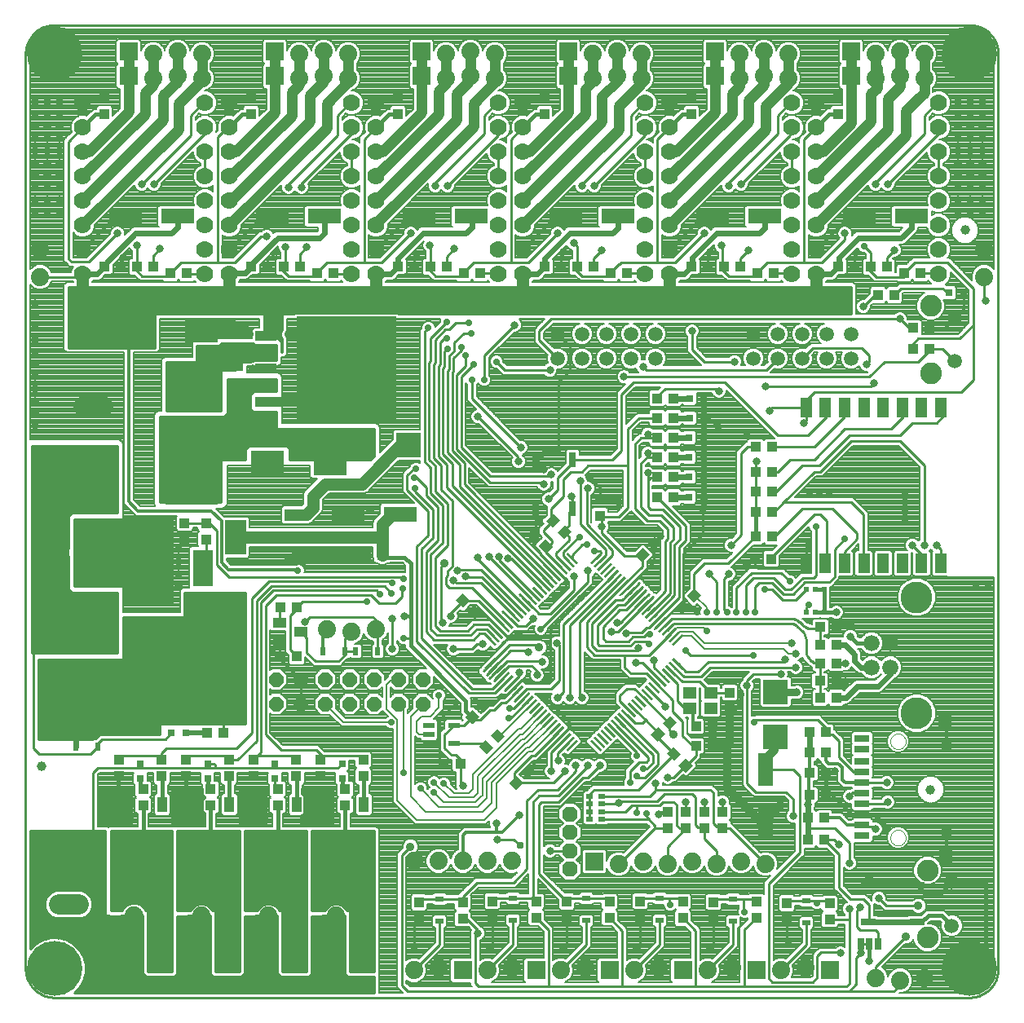
<source format=gtl>
G75*
G70*
%OFA0B0*%
%FSLAX24Y24*%
%IPPOS*%
%LPD*%
%AMOC8*
5,1,8,0,0,1.08239X$1,22.5*
%
%ADD10C,0.0100*%
%ADD11R,0.0106X0.0591*%
%ADD12R,0.0591X0.0106*%
%ADD13R,0.0551X0.0472*%
%ADD14R,0.0433X0.0394*%
%ADD15R,0.0394X0.0433*%
%ADD16R,0.0600X0.0300*%
%ADD17R,0.0315X0.0315*%
%ADD18R,0.0300X0.0600*%
%ADD19C,0.0660*%
%ADD20C,0.1300*%
%ADD21R,0.0197X0.0197*%
%ADD22C,0.0594*%
%ADD23R,0.0327X0.0248*%
%ADD24R,0.1000X0.1000*%
%ADD25R,0.4098X0.4252*%
%ADD26R,0.0850X0.0420*%
%ADD27R,0.2126X0.1575*%
%ADD28R,0.0827X0.0500*%
%ADD29R,0.0472X0.0787*%
%ADD30C,0.0886*%
%ADD31C,0.0740*%
%ADD32R,0.0531X0.0591*%
%ADD33R,0.0394X0.0551*%
%ADD34R,0.0394X0.0512*%
%ADD35R,0.0591X0.0295*%
%ADD36C,0.0000*%
%ADD37R,0.0740X0.0740*%
%ADD38C,0.0700*%
%ADD39R,0.1378X0.0630*%
%ADD40R,0.0820X0.1500*%
%ADD41R,0.4500X0.3500*%
%ADD42C,0.0394*%
%ADD43R,0.2126X0.2441*%
%ADD44R,0.0394X0.0630*%
%ADD45R,0.0880X0.0480*%
%ADD46R,0.0866X0.1417*%
%ADD47R,0.0256X0.0197*%
%ADD48R,0.0551X0.0394*%
%ADD49C,0.0825*%
%ADD50R,0.0248X0.0327*%
%ADD51OC8,0.0600*%
%ADD52R,0.0472X0.0217*%
%ADD53R,0.0250X0.0500*%
%ADD54OC8,0.0630*%
%ADD55R,0.0630X0.1378*%
%ADD56C,0.0669*%
%ADD57R,0.1378X0.0984*%
%ADD58C,0.0120*%
%ADD59C,0.0240*%
%ADD60C,0.0160*%
%ADD61C,0.0317*%
%ADD62C,0.0500*%
%ADD63C,0.2250*%
%ADD64C,0.0320*%
%ADD65C,0.0400*%
%ADD66C,0.0277*%
%ADD67C,0.1500*%
%ADD68C,0.0080*%
%ADD69C,0.0356*%
%ADD70C,0.0560*%
%ADD71C,0.0300*%
%ADD72R,0.0356X0.0356*%
%ADD73C,0.0200*%
%ADD74C,0.1000*%
%ADD75C,0.0700*%
%ADD76C,0.0310*%
%ADD77C,0.0420*%
%ADD78C,0.0760*%
D10*
X002330Y001759D02*
X002330Y039160D01*
X002332Y039226D01*
X002337Y039292D01*
X002347Y039358D01*
X002360Y039423D01*
X002376Y039487D01*
X002396Y039550D01*
X002420Y039612D01*
X002447Y039672D01*
X002477Y039731D01*
X002511Y039788D01*
X002548Y039843D01*
X002588Y039896D01*
X002630Y039947D01*
X002676Y039995D01*
X002724Y040041D01*
X002775Y040083D01*
X002828Y040123D01*
X002883Y040160D01*
X002940Y040194D01*
X002999Y040224D01*
X003059Y040251D01*
X003121Y040275D01*
X003184Y040295D01*
X003248Y040311D01*
X003313Y040324D01*
X003379Y040334D01*
X003445Y040339D01*
X003511Y040341D01*
X040913Y040341D01*
X040979Y040339D01*
X041045Y040334D01*
X041111Y040324D01*
X041176Y040311D01*
X041240Y040295D01*
X041303Y040275D01*
X041365Y040251D01*
X041425Y040224D01*
X041484Y040194D01*
X041541Y040160D01*
X041596Y040123D01*
X041649Y040083D01*
X041700Y040041D01*
X041748Y039995D01*
X041794Y039947D01*
X041836Y039896D01*
X041876Y039843D01*
X041913Y039788D01*
X041947Y039731D01*
X041977Y039672D01*
X042004Y039612D01*
X042028Y039550D01*
X042048Y039487D01*
X042064Y039423D01*
X042077Y039358D01*
X042087Y039292D01*
X042092Y039226D01*
X042094Y039160D01*
X042094Y001759D01*
X042092Y001693D01*
X042087Y001627D01*
X042077Y001561D01*
X042064Y001496D01*
X042048Y001432D01*
X042028Y001369D01*
X042004Y001307D01*
X041977Y001247D01*
X041947Y001188D01*
X041913Y001131D01*
X041876Y001076D01*
X041836Y001023D01*
X041794Y000972D01*
X041748Y000924D01*
X041700Y000878D01*
X041649Y000836D01*
X041596Y000796D01*
X041541Y000759D01*
X041484Y000725D01*
X041425Y000695D01*
X041365Y000668D01*
X041303Y000644D01*
X041240Y000624D01*
X041176Y000608D01*
X041111Y000595D01*
X041045Y000585D01*
X040979Y000580D01*
X040913Y000578D01*
X003511Y000578D01*
X004333Y000777D02*
X004531Y000976D01*
X004699Y001266D01*
X004786Y001591D01*
X004786Y001926D01*
X004699Y002251D01*
X004531Y002541D01*
X004294Y002779D01*
X004003Y002947D01*
X003679Y003034D01*
X003343Y003034D01*
X003019Y002947D01*
X002728Y002779D01*
X002530Y002581D01*
X002530Y007390D01*
X005580Y007390D01*
X005580Y003940D01*
X005721Y003940D01*
X005754Y003906D01*
X006206Y003906D01*
X006239Y003940D01*
X007130Y003940D01*
X007130Y001557D01*
X007247Y001440D01*
X008413Y001440D01*
X008530Y001557D01*
X008530Y003906D01*
X008956Y003906D01*
X008989Y003940D01*
X009880Y003940D01*
X009880Y001557D01*
X009997Y001440D01*
X011163Y001440D01*
X011280Y001557D01*
X011280Y003906D01*
X011706Y003906D01*
X011739Y003940D01*
X012630Y003940D01*
X012630Y001557D01*
X012747Y001440D01*
X013913Y001440D01*
X014030Y001557D01*
X014030Y003906D01*
X014456Y003906D01*
X014489Y003940D01*
X015380Y003940D01*
X015380Y001557D01*
X015497Y001440D01*
X016580Y001440D01*
X016580Y000777D01*
X004333Y000777D01*
X004429Y000873D02*
X016580Y000873D01*
X016580Y000972D02*
X004527Y000972D01*
X004586Y001070D02*
X016580Y001070D01*
X016580Y001169D02*
X004643Y001169D01*
X004699Y001267D02*
X016580Y001267D01*
X016580Y001366D02*
X004726Y001366D01*
X004752Y001464D02*
X007223Y001464D01*
X007130Y001563D02*
X004779Y001563D01*
X004786Y001661D02*
X007130Y001661D01*
X007130Y001760D02*
X004786Y001760D01*
X004786Y001858D02*
X007130Y001858D01*
X007130Y001957D02*
X004778Y001957D01*
X004752Y002055D02*
X007130Y002055D01*
X007130Y002154D02*
X004725Y002154D01*
X004698Y002252D02*
X007130Y002252D01*
X007130Y002351D02*
X004642Y002351D01*
X004585Y002449D02*
X007130Y002449D01*
X007130Y002548D02*
X004525Y002548D01*
X004427Y002646D02*
X007130Y002646D01*
X007130Y002745D02*
X004328Y002745D01*
X004183Y002843D02*
X007130Y002843D01*
X007130Y002942D02*
X004012Y002942D01*
X003556Y003828D02*
X003349Y003913D01*
X003191Y004071D01*
X003105Y004278D01*
X003105Y004502D01*
X003191Y004709D01*
X003349Y004867D01*
X003556Y004952D01*
X004604Y004952D01*
X004811Y004867D01*
X004969Y004709D01*
X005055Y004502D01*
X005055Y004278D01*
X004969Y004071D01*
X004811Y003913D01*
X004604Y003828D01*
X003556Y003828D01*
X003554Y003828D02*
X002530Y003828D01*
X002530Y003730D02*
X007130Y003730D01*
X007130Y003828D02*
X004606Y003828D01*
X004825Y003927D02*
X005734Y003927D01*
X005580Y004025D02*
X004923Y004025D01*
X004991Y004124D02*
X005580Y004124D01*
X005580Y004222D02*
X005032Y004222D01*
X005055Y004321D02*
X005580Y004321D01*
X005580Y004419D02*
X005055Y004419D01*
X005049Y004518D02*
X005580Y004518D01*
X005580Y004616D02*
X005008Y004616D01*
X004963Y004715D02*
X005580Y004715D01*
X005580Y004813D02*
X004865Y004813D01*
X004703Y004912D02*
X005580Y004912D01*
X005580Y005010D02*
X002530Y005010D01*
X002530Y004912D02*
X003457Y004912D01*
X003295Y004813D02*
X002530Y004813D01*
X002530Y004715D02*
X003197Y004715D01*
X003152Y004616D02*
X002530Y004616D01*
X002530Y004518D02*
X003111Y004518D01*
X003105Y004419D02*
X002530Y004419D01*
X002530Y004321D02*
X003105Y004321D01*
X003128Y004222D02*
X002530Y004222D01*
X002530Y004124D02*
X003169Y004124D01*
X003237Y004025D02*
X002530Y004025D01*
X002530Y003927D02*
X003335Y003927D01*
X002530Y003631D02*
X007130Y003631D01*
X007130Y003533D02*
X002530Y003533D01*
X002530Y003434D02*
X007130Y003434D01*
X007130Y003336D02*
X002530Y003336D01*
X002530Y003237D02*
X007130Y003237D01*
X007130Y003139D02*
X002530Y003139D01*
X002530Y003040D02*
X007130Y003040D01*
X007330Y003040D02*
X008330Y003040D01*
X008330Y002942D02*
X007330Y002942D01*
X007330Y002843D02*
X008330Y002843D01*
X008330Y002745D02*
X007330Y002745D01*
X007330Y002646D02*
X008330Y002646D01*
X008330Y002548D02*
X007330Y002548D01*
X007330Y002449D02*
X008330Y002449D01*
X008330Y002351D02*
X007330Y002351D01*
X007330Y002252D02*
X008330Y002252D01*
X008330Y002154D02*
X007330Y002154D01*
X007330Y002055D02*
X008330Y002055D01*
X008330Y001957D02*
X007330Y001957D01*
X007330Y001858D02*
X008330Y001858D01*
X008330Y001760D02*
X007330Y001760D01*
X007330Y001661D02*
X008330Y001661D01*
X008330Y001640D02*
X007330Y001640D01*
X007330Y004140D01*
X007224Y004140D01*
X007192Y004216D01*
X007049Y004360D01*
X006861Y004437D01*
X006659Y004437D01*
X006471Y004360D01*
X006328Y004216D01*
X006296Y004140D01*
X005830Y004140D01*
X005830Y007390D01*
X008330Y007390D01*
X008330Y001640D01*
X008530Y001661D02*
X009880Y001661D01*
X009880Y001563D02*
X008530Y001563D01*
X008437Y001464D02*
X009973Y001464D01*
X010080Y001640D02*
X010080Y004140D01*
X009942Y004140D01*
X009917Y004199D01*
X009782Y004334D01*
X009605Y004407D01*
X009415Y004407D01*
X009238Y004334D01*
X009103Y004199D01*
X009078Y004140D01*
X008530Y004140D01*
X008530Y007390D01*
X011080Y007390D01*
X011080Y001640D01*
X010080Y001640D01*
X010080Y001661D02*
X011080Y001661D01*
X011080Y001760D02*
X010080Y001760D01*
X010080Y001858D02*
X011080Y001858D01*
X011080Y001957D02*
X010080Y001957D01*
X010080Y002055D02*
X011080Y002055D01*
X011080Y002154D02*
X010080Y002154D01*
X010080Y002252D02*
X011080Y002252D01*
X011080Y002351D02*
X010080Y002351D01*
X010080Y002449D02*
X011080Y002449D01*
X011080Y002548D02*
X010080Y002548D01*
X010080Y002646D02*
X011080Y002646D01*
X011080Y002745D02*
X010080Y002745D01*
X010080Y002843D02*
X011080Y002843D01*
X011080Y002942D02*
X010080Y002942D01*
X010080Y003040D02*
X011080Y003040D01*
X011080Y003139D02*
X010080Y003139D01*
X010080Y003237D02*
X011080Y003237D01*
X011080Y003336D02*
X010080Y003336D01*
X010080Y003434D02*
X011080Y003434D01*
X011080Y003533D02*
X010080Y003533D01*
X010080Y003631D02*
X011080Y003631D01*
X011080Y003730D02*
X010080Y003730D01*
X010080Y003828D02*
X011080Y003828D01*
X011080Y003927D02*
X010080Y003927D01*
X010080Y004025D02*
X011080Y004025D01*
X011080Y004124D02*
X010080Y004124D01*
X009894Y004222D02*
X011080Y004222D01*
X011080Y004321D02*
X009796Y004321D01*
X009880Y003927D02*
X008976Y003927D01*
X009126Y004222D02*
X008530Y004222D01*
X008530Y004321D02*
X009224Y004321D01*
X008530Y004419D02*
X011080Y004419D01*
X011080Y004518D02*
X008530Y004518D01*
X008530Y004616D02*
X011080Y004616D01*
X011080Y004715D02*
X008530Y004715D01*
X008530Y004813D02*
X011080Y004813D01*
X011080Y004912D02*
X008530Y004912D01*
X008530Y005010D02*
X011080Y005010D01*
X011080Y005109D02*
X008530Y005109D01*
X008530Y005207D02*
X011080Y005207D01*
X011080Y005306D02*
X008530Y005306D01*
X008530Y005404D02*
X011080Y005404D01*
X011080Y005503D02*
X008530Y005503D01*
X008530Y005601D02*
X011080Y005601D01*
X011080Y005700D02*
X008530Y005700D01*
X008530Y005798D02*
X011080Y005798D01*
X011080Y005897D02*
X008530Y005897D01*
X008530Y005995D02*
X011080Y005995D01*
X011080Y006094D02*
X008530Y006094D01*
X008530Y006192D02*
X011080Y006192D01*
X011080Y006291D02*
X008530Y006291D01*
X008530Y006389D02*
X011080Y006389D01*
X011080Y006488D02*
X008530Y006488D01*
X008530Y006586D02*
X011080Y006586D01*
X011080Y006685D02*
X008530Y006685D01*
X008530Y006783D02*
X011080Y006783D01*
X011080Y006882D02*
X008530Y006882D01*
X008530Y006980D02*
X011080Y006980D01*
X011080Y007079D02*
X008530Y007079D01*
X008530Y007177D02*
X011080Y007177D01*
X011080Y007276D02*
X008530Y007276D01*
X008530Y007374D02*
X011080Y007374D01*
X011280Y007374D02*
X013830Y007374D01*
X013830Y007390D02*
X013830Y001640D01*
X012830Y001640D01*
X012830Y004140D01*
X012692Y004140D01*
X012667Y004199D01*
X012532Y004334D01*
X012355Y004407D01*
X012165Y004407D01*
X011988Y004334D01*
X011853Y004199D01*
X011828Y004140D01*
X011280Y004140D01*
X011280Y007390D01*
X013830Y007390D01*
X013830Y007276D02*
X011280Y007276D01*
X011280Y007177D02*
X013830Y007177D01*
X013830Y007079D02*
X011280Y007079D01*
X011280Y006980D02*
X013830Y006980D01*
X013830Y006882D02*
X011280Y006882D01*
X011280Y006783D02*
X013830Y006783D01*
X013830Y006685D02*
X011280Y006685D01*
X011280Y006586D02*
X013830Y006586D01*
X013830Y006488D02*
X011280Y006488D01*
X011280Y006389D02*
X013830Y006389D01*
X013830Y006291D02*
X011280Y006291D01*
X011280Y006192D02*
X013830Y006192D01*
X013830Y006094D02*
X011280Y006094D01*
X011280Y005995D02*
X013830Y005995D01*
X013830Y005897D02*
X011280Y005897D01*
X011280Y005798D02*
X013830Y005798D01*
X013830Y005700D02*
X011280Y005700D01*
X011280Y005601D02*
X013830Y005601D01*
X013830Y005503D02*
X011280Y005503D01*
X011280Y005404D02*
X013830Y005404D01*
X013830Y005306D02*
X011280Y005306D01*
X011280Y005207D02*
X013830Y005207D01*
X013830Y005109D02*
X011280Y005109D01*
X011280Y005010D02*
X013830Y005010D01*
X013830Y004912D02*
X011280Y004912D01*
X011280Y004813D02*
X013830Y004813D01*
X013830Y004715D02*
X011280Y004715D01*
X011280Y004616D02*
X013830Y004616D01*
X013830Y004518D02*
X011280Y004518D01*
X011280Y004419D02*
X013830Y004419D01*
X013830Y004321D02*
X012546Y004321D01*
X012644Y004222D02*
X013830Y004222D01*
X013830Y004124D02*
X012830Y004124D01*
X012830Y004025D02*
X013830Y004025D01*
X013830Y003927D02*
X012830Y003927D01*
X012830Y003828D02*
X013830Y003828D01*
X013830Y003730D02*
X012830Y003730D01*
X012830Y003631D02*
X013830Y003631D01*
X013830Y003533D02*
X012830Y003533D01*
X012830Y003434D02*
X013830Y003434D01*
X013830Y003336D02*
X012830Y003336D01*
X012830Y003237D02*
X013830Y003237D01*
X013830Y003139D02*
X012830Y003139D01*
X012830Y003040D02*
X013830Y003040D01*
X013830Y002942D02*
X012830Y002942D01*
X012830Y002843D02*
X013830Y002843D01*
X013830Y002745D02*
X012830Y002745D01*
X012830Y002646D02*
X013830Y002646D01*
X013830Y002548D02*
X012830Y002548D01*
X012830Y002449D02*
X013830Y002449D01*
X013830Y002351D02*
X012830Y002351D01*
X012830Y002252D02*
X013830Y002252D01*
X013830Y002154D02*
X012830Y002154D01*
X012830Y002055D02*
X013830Y002055D01*
X013830Y001957D02*
X012830Y001957D01*
X012830Y001858D02*
X013830Y001858D01*
X013830Y001760D02*
X012830Y001760D01*
X012830Y001661D02*
X013830Y001661D01*
X014030Y001661D02*
X015380Y001661D01*
X015380Y001563D02*
X014030Y001563D01*
X013937Y001464D02*
X015473Y001464D01*
X015580Y001640D02*
X015580Y004140D01*
X015442Y004140D01*
X015417Y004199D01*
X015282Y004334D01*
X015105Y004407D01*
X014915Y004407D01*
X014738Y004334D01*
X014603Y004199D01*
X014578Y004140D01*
X014030Y004140D01*
X014030Y007390D01*
X016580Y007390D01*
X016580Y001640D01*
X015580Y001640D01*
X015580Y001661D02*
X016580Y001661D01*
X016580Y001760D02*
X015580Y001760D01*
X015580Y001858D02*
X016580Y001858D01*
X016580Y001957D02*
X015580Y001957D01*
X015580Y002055D02*
X016580Y002055D01*
X016580Y002154D02*
X015580Y002154D01*
X015580Y002252D02*
X016580Y002252D01*
X016580Y002351D02*
X015580Y002351D01*
X015580Y002449D02*
X016580Y002449D01*
X016580Y002548D02*
X015580Y002548D01*
X015580Y002646D02*
X016580Y002646D01*
X016580Y002745D02*
X015580Y002745D01*
X015580Y002843D02*
X016580Y002843D01*
X016580Y002942D02*
X015580Y002942D01*
X015580Y003040D02*
X016580Y003040D01*
X016580Y003139D02*
X015580Y003139D01*
X015580Y003237D02*
X016580Y003237D01*
X016580Y003336D02*
X015580Y003336D01*
X015580Y003434D02*
X016580Y003434D01*
X016580Y003533D02*
X015580Y003533D01*
X015580Y003631D02*
X016580Y003631D01*
X016580Y003730D02*
X015580Y003730D01*
X015580Y003828D02*
X016580Y003828D01*
X016580Y003927D02*
X015580Y003927D01*
X015580Y004025D02*
X016580Y004025D01*
X016580Y004124D02*
X015580Y004124D01*
X015394Y004222D02*
X016580Y004222D01*
X016580Y004321D02*
X015296Y004321D01*
X015380Y003927D02*
X014476Y003927D01*
X014626Y004222D02*
X014030Y004222D01*
X014030Y004321D02*
X014724Y004321D01*
X015380Y003828D02*
X014030Y003828D01*
X014030Y003730D02*
X015380Y003730D01*
X015380Y003631D02*
X014030Y003631D01*
X014030Y003533D02*
X015380Y003533D01*
X015380Y003434D02*
X014030Y003434D01*
X014030Y003336D02*
X015380Y003336D01*
X015380Y003237D02*
X014030Y003237D01*
X014030Y003139D02*
X015380Y003139D01*
X015380Y003040D02*
X014030Y003040D01*
X014030Y002942D02*
X015380Y002942D01*
X015380Y002843D02*
X014030Y002843D01*
X014030Y002745D02*
X015380Y002745D01*
X015380Y002646D02*
X014030Y002646D01*
X014030Y002548D02*
X015380Y002548D01*
X015380Y002449D02*
X014030Y002449D01*
X014030Y002351D02*
X015380Y002351D01*
X015380Y002252D02*
X014030Y002252D01*
X014030Y002154D02*
X015380Y002154D01*
X015380Y002055D02*
X014030Y002055D01*
X014030Y001957D02*
X015380Y001957D01*
X015380Y001858D02*
X014030Y001858D01*
X014030Y001760D02*
X015380Y001760D01*
X017705Y001078D02*
X017705Y006386D01*
X018066Y006747D01*
X016580Y006783D02*
X014030Y006783D01*
X014030Y006685D02*
X016580Y006685D01*
X016580Y006586D02*
X014030Y006586D01*
X014030Y006488D02*
X016580Y006488D01*
X016580Y006389D02*
X014030Y006389D01*
X014030Y006291D02*
X016580Y006291D01*
X016580Y006192D02*
X014030Y006192D01*
X014030Y006094D02*
X016580Y006094D01*
X016580Y005995D02*
X014030Y005995D01*
X014030Y005897D02*
X016580Y005897D01*
X016580Y005798D02*
X014030Y005798D01*
X014030Y005700D02*
X016580Y005700D01*
X016580Y005601D02*
X014030Y005601D01*
X014030Y005503D02*
X016580Y005503D01*
X016580Y005404D02*
X014030Y005404D01*
X014030Y005306D02*
X016580Y005306D01*
X016580Y005207D02*
X014030Y005207D01*
X014030Y005109D02*
X016580Y005109D01*
X016580Y005010D02*
X014030Y005010D01*
X014030Y004912D02*
X016580Y004912D01*
X016580Y004813D02*
X014030Y004813D01*
X014030Y004715D02*
X016580Y004715D01*
X016580Y004616D02*
X014030Y004616D01*
X014030Y004518D02*
X016580Y004518D01*
X016580Y004419D02*
X014030Y004419D01*
X012630Y003927D02*
X011726Y003927D01*
X011876Y004222D02*
X011280Y004222D01*
X011280Y004321D02*
X011974Y004321D01*
X012630Y003828D02*
X011280Y003828D01*
X011280Y003730D02*
X012630Y003730D01*
X012630Y003631D02*
X011280Y003631D01*
X011280Y003533D02*
X012630Y003533D01*
X012630Y003434D02*
X011280Y003434D01*
X011280Y003336D02*
X012630Y003336D01*
X012630Y003237D02*
X011280Y003237D01*
X011280Y003139D02*
X012630Y003139D01*
X012630Y003040D02*
X011280Y003040D01*
X011280Y002942D02*
X012630Y002942D01*
X012630Y002843D02*
X011280Y002843D01*
X011280Y002745D02*
X012630Y002745D01*
X012630Y002646D02*
X011280Y002646D01*
X011280Y002548D02*
X012630Y002548D01*
X012630Y002449D02*
X011280Y002449D01*
X011280Y002351D02*
X012630Y002351D01*
X012630Y002252D02*
X011280Y002252D01*
X011280Y002154D02*
X012630Y002154D01*
X012630Y002055D02*
X011280Y002055D01*
X011280Y001957D02*
X012630Y001957D01*
X012630Y001858D02*
X011280Y001858D01*
X011280Y001760D02*
X012630Y001760D01*
X012630Y001661D02*
X011280Y001661D01*
X011280Y001563D02*
X012630Y001563D01*
X012723Y001464D02*
X011187Y001464D01*
X009880Y001760D02*
X008530Y001760D01*
X008530Y001858D02*
X009880Y001858D01*
X009880Y001957D02*
X008530Y001957D01*
X008530Y002055D02*
X009880Y002055D01*
X009880Y002154D02*
X008530Y002154D01*
X008530Y002252D02*
X009880Y002252D01*
X009880Y002351D02*
X008530Y002351D01*
X008530Y002449D02*
X009880Y002449D01*
X009880Y002548D02*
X008530Y002548D01*
X008530Y002646D02*
X009880Y002646D01*
X009880Y002745D02*
X008530Y002745D01*
X008530Y002843D02*
X009880Y002843D01*
X009880Y002942D02*
X008530Y002942D01*
X008530Y003040D02*
X009880Y003040D01*
X009880Y003139D02*
X008530Y003139D01*
X008530Y003237D02*
X009880Y003237D01*
X009880Y003336D02*
X008530Y003336D01*
X008530Y003434D02*
X009880Y003434D01*
X009880Y003533D02*
X008530Y003533D01*
X008530Y003631D02*
X009880Y003631D01*
X009880Y003730D02*
X008530Y003730D01*
X008530Y003828D02*
X009880Y003828D01*
X008330Y003828D02*
X007330Y003828D01*
X007330Y003730D02*
X008330Y003730D01*
X008330Y003631D02*
X007330Y003631D01*
X007330Y003533D02*
X008330Y003533D01*
X008330Y003434D02*
X007330Y003434D01*
X007330Y003336D02*
X008330Y003336D01*
X008330Y003237D02*
X007330Y003237D01*
X007330Y003139D02*
X008330Y003139D01*
X008330Y003927D02*
X007330Y003927D01*
X007330Y004025D02*
X008330Y004025D01*
X008330Y004124D02*
X007330Y004124D01*
X007187Y004222D02*
X008330Y004222D01*
X008330Y004321D02*
X007088Y004321D01*
X006906Y004419D02*
X008330Y004419D01*
X008330Y004518D02*
X005830Y004518D01*
X005830Y004616D02*
X008330Y004616D01*
X008330Y004715D02*
X005830Y004715D01*
X005830Y004813D02*
X008330Y004813D01*
X008330Y004912D02*
X005830Y004912D01*
X005830Y005010D02*
X008330Y005010D01*
X008330Y005109D02*
X005830Y005109D01*
X005830Y005207D02*
X008330Y005207D01*
X008330Y005306D02*
X005830Y005306D01*
X005830Y005404D02*
X008330Y005404D01*
X008330Y005503D02*
X005830Y005503D01*
X005830Y005601D02*
X008330Y005601D01*
X008330Y005700D02*
X005830Y005700D01*
X005830Y005798D02*
X008330Y005798D01*
X008330Y005897D02*
X005830Y005897D01*
X005830Y005995D02*
X008330Y005995D01*
X008330Y006094D02*
X005830Y006094D01*
X005830Y006192D02*
X008330Y006192D01*
X008330Y006291D02*
X005830Y006291D01*
X005830Y006389D02*
X008330Y006389D01*
X008330Y006488D02*
X005830Y006488D01*
X005830Y006586D02*
X008330Y006586D01*
X008330Y006685D02*
X005830Y006685D01*
X005830Y006783D02*
X008330Y006783D01*
X008330Y006882D02*
X005830Y006882D01*
X005830Y006980D02*
X008330Y006980D01*
X008330Y007079D02*
X005830Y007079D01*
X005830Y007177D02*
X008330Y007177D01*
X008330Y007276D02*
X005830Y007276D01*
X005830Y007374D02*
X008330Y007374D01*
X008330Y007640D02*
X008330Y009140D01*
X009558Y009140D01*
X009558Y009138D01*
X009566Y009129D01*
X009566Y008857D01*
X009630Y008793D01*
X009643Y008793D01*
X009643Y008737D01*
X009630Y008737D01*
X009566Y008673D01*
X009566Y008188D01*
X009630Y008124D01*
X009643Y008124D01*
X009643Y007640D01*
X008330Y007640D01*
X008330Y007670D02*
X009643Y007670D01*
X009643Y007768D02*
X008330Y007768D01*
X008330Y007867D02*
X009643Y007867D01*
X009643Y007965D02*
X008330Y007965D01*
X008330Y008064D02*
X009643Y008064D01*
X009592Y008162D02*
X008330Y008162D01*
X008330Y008261D02*
X009566Y008261D01*
X009566Y008359D02*
X008330Y008359D01*
X008330Y008458D02*
X009566Y008458D01*
X009566Y008556D02*
X008330Y008556D01*
X008330Y008655D02*
X009566Y008655D01*
X009643Y008753D02*
X008330Y008753D01*
X008330Y008852D02*
X009572Y008852D01*
X009566Y008950D02*
X008330Y008950D01*
X008330Y009049D02*
X009566Y009049D01*
X010080Y009953D02*
X012580Y009953D01*
X012518Y010015D01*
X012518Y010123D01*
X012580Y009953D02*
X015097Y009953D01*
X015268Y010123D01*
X016058Y010453D02*
X014455Y010453D01*
X014393Y010515D01*
X014205Y010703D01*
X012768Y010703D01*
X012139Y011331D01*
X012139Y016598D01*
X012569Y017028D01*
X016443Y017028D01*
X016768Y016703D01*
X017455Y016703D01*
X017705Y016953D01*
X017705Y017265D01*
X017736Y017296D01*
X017768Y017703D02*
X017693Y017778D01*
X010643Y017778D01*
X010143Y018278D01*
X010143Y019665D01*
X009855Y019953D01*
X009727Y019953D01*
X009705Y019975D01*
X009745Y019975D01*
X009705Y019975D02*
X008830Y019975D01*
X008330Y019982D02*
X004330Y019982D01*
X004330Y019884D02*
X008330Y019884D01*
X008330Y019785D02*
X004330Y019785D01*
X004330Y019687D02*
X008330Y019687D01*
X008330Y019588D02*
X004330Y019588D01*
X004330Y019490D02*
X008330Y019490D01*
X008330Y019391D02*
X004330Y019391D01*
X004330Y019293D02*
X008330Y019293D01*
X008245Y019305D02*
X008080Y019140D01*
X008245Y019305D02*
X008830Y019305D01*
X008330Y019194D02*
X004330Y019194D01*
X004330Y019096D02*
X008330Y019096D01*
X008330Y018997D02*
X004330Y018997D01*
X004330Y018899D02*
X008330Y018899D01*
X008330Y018800D02*
X004330Y018800D01*
X004330Y018702D02*
X008330Y018702D01*
X008330Y018603D02*
X004330Y018603D01*
X004330Y018505D02*
X008330Y018505D01*
X008330Y018406D02*
X004330Y018406D01*
X004330Y018308D02*
X008330Y018308D01*
X008330Y018209D02*
X004330Y018209D01*
X004330Y018111D02*
X008330Y018111D01*
X008330Y018012D02*
X004330Y018012D01*
X004330Y017914D02*
X008330Y017914D01*
X008330Y017815D02*
X004330Y017815D01*
X004330Y017717D02*
X008330Y017717D01*
X008330Y017618D02*
X004330Y017618D01*
X004330Y017520D02*
X008330Y017520D01*
X008330Y017421D02*
X004330Y017421D01*
X004330Y017390D02*
X006330Y017390D01*
X006330Y016640D01*
X008330Y016640D01*
X008330Y020140D01*
X004330Y020140D01*
X004330Y017390D01*
X004128Y017224D02*
X002590Y017224D01*
X002590Y017126D02*
X006070Y017126D01*
X006070Y017130D02*
X006070Y016588D01*
X006080Y016564D01*
X006080Y016216D01*
X006070Y016192D01*
X006070Y014650D01*
X002590Y014650D01*
X002590Y023140D01*
X006080Y023140D01*
X006080Y020400D01*
X004278Y020400D01*
X004183Y020360D01*
X004110Y020287D01*
X004070Y020192D01*
X004070Y018962D01*
X004045Y018901D01*
X004045Y018654D01*
X004070Y018593D01*
X004070Y017338D01*
X004110Y017243D01*
X004183Y017170D01*
X004278Y017130D01*
X006070Y017130D01*
X006070Y017027D02*
X002590Y017027D01*
X002590Y016929D02*
X006070Y016929D01*
X006070Y016830D02*
X002590Y016830D01*
X002590Y016732D02*
X006070Y016732D01*
X006070Y016633D02*
X002590Y016633D01*
X002590Y016535D02*
X006080Y016535D01*
X006080Y016436D02*
X002590Y016436D01*
X002590Y016338D02*
X006080Y016338D01*
X006080Y016239D02*
X002590Y016239D01*
X002590Y016141D02*
X006070Y016141D01*
X006070Y016042D02*
X002590Y016042D01*
X002590Y015944D02*
X006070Y015944D01*
X006070Y015845D02*
X002590Y015845D01*
X002590Y015747D02*
X006070Y015747D01*
X006070Y015648D02*
X002590Y015648D01*
X002590Y015550D02*
X006070Y015550D01*
X006070Y015451D02*
X002590Y015451D01*
X002590Y015353D02*
X006070Y015353D01*
X006070Y015254D02*
X002590Y015254D01*
X002590Y015156D02*
X006070Y015156D01*
X006070Y015057D02*
X002590Y015057D01*
X002590Y014959D02*
X006070Y014959D01*
X006070Y014860D02*
X002590Y014860D01*
X002643Y014890D02*
X004080Y014890D01*
X002842Y014390D02*
X006330Y014390D01*
X006330Y016140D01*
X008830Y016140D01*
X008830Y017140D01*
X011330Y017140D01*
X011330Y011765D01*
X007830Y011765D01*
X007830Y011340D01*
X005360Y011340D01*
X005173Y011153D01*
X005097Y011153D01*
X005083Y011140D01*
X002842Y011140D01*
X002842Y014390D01*
X002842Y014368D02*
X011330Y014368D01*
X011330Y014466D02*
X006330Y014466D01*
X006330Y014565D02*
X011330Y014565D01*
X011330Y014663D02*
X006330Y014663D01*
X006330Y014762D02*
X011330Y014762D01*
X011330Y014860D02*
X006330Y014860D01*
X006330Y014959D02*
X011330Y014959D01*
X011330Y015057D02*
X006330Y015057D01*
X006330Y015156D02*
X011330Y015156D01*
X011330Y015254D02*
X006330Y015254D01*
X006330Y015353D02*
X011330Y015353D01*
X011330Y015451D02*
X006330Y015451D01*
X006330Y015550D02*
X011330Y015550D01*
X011330Y015648D02*
X006330Y015648D01*
X006330Y015747D02*
X011330Y015747D01*
X011330Y015845D02*
X006330Y015845D01*
X006330Y015944D02*
X011330Y015944D01*
X011330Y016042D02*
X006330Y016042D01*
X006330Y016732D02*
X008330Y016732D01*
X008330Y016830D02*
X006330Y016830D01*
X006330Y016929D02*
X008330Y016929D01*
X008330Y017027D02*
X006330Y017027D01*
X006330Y017126D02*
X008330Y017126D01*
X008330Y017224D02*
X006330Y017224D01*
X006330Y017323D02*
X008330Y017323D01*
X008830Y017126D02*
X011330Y017126D01*
X011330Y017027D02*
X008830Y017027D01*
X008830Y016929D02*
X011330Y016929D01*
X011330Y016830D02*
X008830Y016830D01*
X008830Y016732D02*
X011330Y016732D01*
X011330Y016633D02*
X008830Y016633D01*
X008830Y016535D02*
X011330Y016535D01*
X011330Y016436D02*
X008830Y016436D01*
X008830Y016338D02*
X011330Y016338D01*
X011330Y016239D02*
X008830Y016239D01*
X008830Y016141D02*
X011330Y016141D01*
X011768Y016788D02*
X012383Y017403D01*
X017005Y017403D01*
X017299Y017109D01*
X017330Y017515D02*
X017255Y017590D01*
X012268Y017590D01*
X011580Y016903D01*
X011580Y011390D01*
X010955Y010765D01*
X008080Y010765D01*
X007893Y010578D01*
X007893Y010287D01*
X007790Y010287D01*
X007790Y010368D01*
X007705Y010453D01*
X006227Y010453D01*
X006143Y010368D01*
X006143Y010287D01*
X007018Y010123D02*
X007018Y010015D01*
X007080Y009953D01*
X010080Y009953D01*
X010080Y010078D01*
X010035Y010123D01*
X009768Y010123D01*
X009018Y010453D02*
X010558Y010453D01*
X010643Y010368D01*
X010643Y010287D01*
X010977Y010287D01*
X011768Y011078D01*
X011768Y016788D01*
X011955Y016715D02*
X012455Y017215D01*
X016693Y017215D01*
X016830Y017078D01*
X016268Y016765D02*
X013665Y016765D01*
X013415Y016515D01*
X013415Y016475D01*
X013143Y016203D01*
X013143Y014787D01*
X013415Y014515D01*
X013830Y014678D02*
X013830Y015261D01*
X013576Y015515D01*
X013752Y015937D02*
X013955Y016140D01*
X016518Y016140D01*
X016643Y016015D01*
X016643Y015628D01*
X016733Y015537D01*
X016733Y014728D01*
X017330Y014828D02*
X017330Y016078D01*
X017830Y016171D02*
X017955Y016203D01*
X018080Y016078D01*
X018080Y015278D02*
X017780Y015278D01*
X018330Y015140D02*
X018330Y019028D01*
X018780Y019478D01*
X018780Y020478D01*
X017930Y021328D01*
X017930Y021928D01*
X018205Y022203D01*
X018299Y022203D01*
X018300Y021828D02*
X018205Y021828D01*
X018300Y021828D02*
X018705Y021423D01*
X018705Y021103D01*
X019180Y020628D01*
X019180Y019278D01*
X018705Y018803D01*
X018705Y015528D01*
X019030Y015203D01*
X020643Y015203D01*
X020893Y015453D01*
X021080Y015453D01*
X021337Y015196D01*
X021337Y015194D01*
X021476Y015333D02*
X021174Y015636D01*
X021174Y015640D01*
X020780Y015640D01*
X020530Y015390D01*
X019143Y015390D01*
X018893Y015640D01*
X018893Y018690D01*
X019380Y019178D01*
X019380Y020698D01*
X018893Y021185D01*
X018893Y022245D01*
X018643Y022495D01*
X018643Y027796D01*
X018799Y027953D01*
X018705Y027859D01*
X018893Y027546D02*
X019549Y028203D01*
X019496Y027890D02*
X019643Y027890D01*
X019924Y028171D01*
X020455Y028171D01*
X020549Y027734D02*
X020236Y027734D01*
X019861Y027359D01*
X019861Y027015D01*
X019643Y026796D01*
X019643Y026265D01*
X019580Y026203D01*
X019580Y022858D01*
X020080Y022358D01*
X020080Y021462D01*
X023842Y017700D01*
X023981Y017839D02*
X020268Y021553D01*
X020268Y022430D01*
X019768Y022930D01*
X019768Y026130D01*
X019830Y026193D01*
X019830Y026724D01*
X020143Y027036D01*
X020143Y027171D01*
X020330Y026828D02*
X020330Y026400D01*
X019955Y026025D01*
X019955Y023003D01*
X021318Y021640D01*
X023455Y021640D01*
X023518Y021578D01*
X023768Y021890D02*
X021328Y021890D01*
X020143Y023075D01*
X020143Y025953D01*
X020643Y026453D01*
X021080Y026828D02*
X021080Y025828D01*
X020580Y025828D02*
X020580Y025078D01*
X022580Y023078D01*
X022455Y022703D02*
X022455Y022515D01*
X022486Y022484D01*
X022455Y022703D02*
X020830Y024328D01*
X019393Y022785D02*
X019768Y022410D01*
X019768Y021496D01*
X023703Y017560D01*
X023564Y017421D02*
X019549Y021436D01*
X019549Y022369D01*
X019205Y022713D01*
X019205Y026390D01*
X019268Y026453D01*
X019268Y027371D01*
X019443Y027546D01*
X019549Y027546D01*
X019496Y027890D02*
X019080Y027474D01*
X019080Y026525D01*
X019018Y026463D01*
X019018Y022640D01*
X019330Y022328D01*
X019330Y021328D01*
X019768Y020890D01*
X019768Y018203D01*
X019580Y018015D01*
X019580Y017828D01*
X019518Y017765D01*
X019518Y017453D01*
X019643Y017328D01*
X020580Y017328D01*
X022017Y015890D01*
X022033Y015890D01*
X022170Y016031D02*
X022172Y016029D01*
X022436Y015765D01*
X022768Y015765D01*
X023080Y016078D01*
X023313Y016280D02*
X023772Y016280D01*
X024736Y017244D01*
X024736Y017796D01*
X024424Y017671D02*
X024424Y017359D01*
X024018Y016953D01*
X023425Y017282D02*
X022192Y018515D01*
X022049Y018515D01*
X021674Y018476D02*
X023146Y017004D01*
X023007Y016864D02*
X021268Y018604D01*
X021268Y018609D01*
X021674Y018609D02*
X021674Y018476D01*
X020959Y018078D02*
X020049Y018078D01*
X019986Y018015D01*
X019830Y017640D02*
X019955Y017515D01*
X020965Y017515D01*
X022311Y016168D01*
X022170Y016038D02*
X021830Y016378D01*
X022170Y016038D02*
X022170Y016031D01*
X021894Y015751D02*
X020835Y016809D01*
X020209Y016809D01*
X019705Y016306D01*
X019705Y016171D01*
X019393Y015890D02*
X019330Y015953D01*
X019330Y018203D01*
X019455Y018328D01*
X019080Y018578D02*
X019080Y015765D01*
X019268Y015578D01*
X020418Y015578D01*
X020662Y015822D01*
X021266Y015822D01*
X021615Y015472D01*
X021754Y015612D02*
X022029Y015337D01*
X022402Y015337D01*
X023758Y015337D01*
X023768Y015328D01*
X023768Y015640D01*
X025018Y016890D01*
X025330Y017578D02*
X023393Y015640D01*
X023768Y015328D02*
X023768Y013640D01*
X023643Y013515D01*
X023580Y013453D01*
X023080Y013453D01*
X023018Y013515D01*
X022580Y013515D01*
X022311Y013246D01*
X022311Y013245D01*
X021881Y012815D01*
X021709Y012815D01*
X021409Y012515D01*
X021062Y012515D01*
X020893Y012515D01*
X020705Y012703D01*
X020455Y013015D02*
X018330Y015140D01*
X018518Y015253D02*
X018518Y018915D01*
X018980Y019378D01*
X018980Y020538D01*
X018258Y021260D01*
X018258Y021390D01*
X019080Y021278D02*
X019580Y020778D01*
X019580Y019078D01*
X019080Y018578D01*
X020330Y017796D02*
X020361Y017765D01*
X020993Y017765D01*
X022450Y016308D01*
X022590Y016447D02*
X020959Y018078D01*
X020831Y018484D02*
X020831Y018576D01*
X020830Y018578D01*
X020831Y018484D02*
X022729Y016586D01*
X022868Y016725D02*
X022518Y017076D01*
X022518Y017078D01*
X022868Y016725D02*
X023313Y016280D01*
X024330Y015828D02*
X024330Y013078D01*
X024080Y012828D01*
X023830Y013203D02*
X022825Y013203D01*
X022590Y012967D01*
X022590Y012962D01*
X022330Y012703D01*
X022299Y012390D02*
X022111Y012390D01*
X022299Y012390D02*
X022729Y012820D01*
X022729Y012828D01*
X022868Y012689D02*
X022163Y011984D01*
X022080Y011984D01*
X021963Y012618D02*
X022450Y013106D01*
X022172Y013385D02*
X022518Y013730D01*
X022518Y013859D01*
X022092Y014140D02*
X021754Y013802D01*
X021742Y013787D01*
X021486Y013531D01*
X021299Y013624D02*
X021615Y013941D01*
X021615Y013941D01*
X022001Y014328D01*
X023424Y014328D01*
X023455Y014296D01*
X023236Y013921D02*
X023018Y014140D01*
X022092Y014140D01*
X021894Y013663D02*
X021884Y013663D01*
X021424Y013203D01*
X020568Y013203D01*
X018518Y015253D01*
X019830Y014828D02*
X020580Y014828D01*
X020780Y015028D01*
X021030Y015028D01*
X021337Y014225D02*
X022111Y014999D01*
X023221Y014999D01*
X023330Y014890D01*
X022893Y014703D02*
X022830Y014765D01*
X022160Y014765D01*
X021476Y014081D01*
X021474Y014081D01*
X021174Y013781D01*
X021049Y013921D02*
X021337Y014209D01*
X021337Y014220D01*
X021337Y014225D01*
X022026Y013524D02*
X021518Y013015D01*
X020455Y013015D01*
X020330Y012300D02*
X020330Y012296D01*
X020705Y011921D01*
X020674Y011921D01*
X020580Y011828D01*
X020705Y011921D02*
X020924Y011921D01*
X021332Y012329D01*
X021499Y012329D01*
X021788Y012618D01*
X021963Y012618D01*
X021924Y013140D02*
X022168Y013385D01*
X022172Y013385D01*
X022033Y013524D02*
X022026Y013524D01*
X023236Y013765D02*
X023236Y013921D01*
X023830Y013203D02*
X024143Y013515D01*
X024143Y014984D01*
X024049Y015078D01*
X024330Y015828D02*
X026341Y017839D01*
X026348Y017839D01*
X026483Y017700D02*
X024580Y015796D01*
X024580Y012828D01*
X024986Y012921D02*
X025080Y012828D01*
X024986Y012921D02*
X024986Y015921D01*
X026625Y017560D01*
X026626Y017560D01*
X026765Y017421D02*
X025830Y016486D01*
X025830Y016484D01*
X025268Y015921D01*
X025268Y014890D01*
X025580Y014578D01*
X026830Y014578D01*
X026830Y014078D01*
X027080Y013828D01*
X027714Y013828D01*
X028157Y013385D01*
X028796Y012746D01*
X028796Y012264D01*
X029189Y011870D01*
X029189Y011280D01*
X029608Y010861D01*
X029736Y010861D01*
X029736Y010460D01*
X029377Y010101D01*
X029333Y010085D01*
X029314Y010066D01*
X029314Y010062D01*
X028830Y009578D01*
X028580Y009578D01*
X028080Y009328D02*
X028080Y009078D01*
X028080Y009046D01*
X027834Y008800D01*
X025889Y008800D01*
X025889Y008485D02*
X026550Y008485D01*
X026580Y008515D01*
X026674Y008609D01*
X028164Y008609D01*
X028445Y008890D01*
X029580Y008890D01*
X029705Y008765D01*
X029705Y007640D01*
X029830Y007515D01*
X030058Y007515D01*
X030080Y007493D01*
X030080Y007078D01*
X030580Y006578D01*
X030580Y006028D01*
X030578Y004599D02*
X030459Y004479D01*
X030578Y004599D02*
X031260Y004599D01*
X031687Y004599D01*
X031687Y004120D01*
X031730Y004078D01*
X031687Y004599D02*
X032110Y004599D01*
X032201Y004508D01*
X032710Y005220D02*
X032710Y001348D01*
X032855Y001203D01*
X034510Y001203D01*
X034698Y001390D01*
X034698Y002265D01*
X034854Y002421D01*
X035611Y002421D01*
X035643Y002390D01*
X036293Y002196D02*
X036486Y002390D01*
X036293Y002196D02*
X036293Y001115D01*
X036005Y000828D01*
X037830Y000828D01*
X038080Y001078D01*
X038080Y001278D01*
X037080Y001378D02*
X037080Y001828D01*
X038330Y003078D01*
X037180Y003228D02*
X037180Y002765D01*
X036799Y002765D02*
X036480Y002765D01*
X037080Y003328D02*
X037180Y003228D01*
X037080Y003328D02*
X036455Y003328D01*
X036330Y003453D01*
X036330Y004140D01*
X036455Y004265D01*
X036580Y004609D02*
X036830Y004359D01*
X036830Y003670D01*
X036779Y003651D01*
X036018Y003751D02*
X036018Y004203D01*
X036018Y001140D01*
X035893Y001015D01*
X031710Y001015D01*
X031710Y003348D01*
X032201Y003839D01*
X031260Y003693D02*
X031260Y002740D01*
X030204Y001684D01*
X029711Y001015D02*
X029711Y003307D01*
X029201Y003817D01*
X028680Y004378D02*
X028634Y004423D01*
X028634Y004627D01*
X029060Y004627D01*
X029201Y004486D01*
X028634Y004627D02*
X028260Y004627D01*
X027577Y004627D01*
X027459Y004509D01*
X027459Y003840D02*
X027459Y002706D01*
X027330Y002578D01*
X027204Y001684D02*
X028260Y002740D01*
X028260Y003721D01*
X026721Y003307D02*
X026209Y003819D01*
X026721Y003307D02*
X026721Y001015D01*
X029711Y001015D01*
X031710Y001015D01*
X033204Y001684D02*
X034260Y002740D01*
X034260Y003631D01*
X033459Y003758D02*
X033459Y002841D01*
X033526Y002774D01*
X033459Y004427D02*
X033569Y004537D01*
X034260Y004537D01*
X034680Y004537D01*
X034680Y004428D01*
X034680Y004537D02*
X035085Y004537D01*
X035201Y004421D01*
X035201Y003751D02*
X036018Y003751D01*
X036049Y004609D02*
X035580Y005078D01*
X035580Y006444D01*
X034992Y007032D01*
X035376Y007032D01*
X035580Y006828D01*
X036018Y006890D02*
X036018Y006078D01*
X036018Y006890D02*
X035424Y007484D01*
X034354Y007484D01*
X034323Y007515D01*
X033708Y007990D02*
X033708Y008700D01*
X033430Y008978D01*
X032180Y008978D01*
X031830Y009328D01*
X031830Y013328D01*
X031830Y013546D01*
X032080Y013796D01*
X033205Y013796D01*
X033299Y014296D02*
X030236Y014296D01*
X029830Y013890D01*
X029330Y013890D01*
X029000Y014220D01*
X028992Y014220D01*
X028858Y014081D02*
X029236Y013703D01*
X029914Y013703D01*
X029984Y013732D02*
X030330Y014078D01*
X033830Y014078D01*
X033393Y014390D02*
X033299Y014296D01*
X034240Y015173D02*
X034238Y015215D01*
X034233Y015257D01*
X034225Y015299D01*
X034214Y015339D01*
X034199Y015379D01*
X034181Y015417D01*
X034161Y015454D01*
X034137Y015489D01*
X034111Y015522D01*
X034082Y015553D01*
X033892Y015743D01*
X034027Y015884D02*
X034102Y015809D01*
X034482Y015652D02*
X034624Y015652D01*
X034786Y015735D02*
X034826Y015735D01*
X034807Y015716D01*
X034807Y014983D01*
X034239Y014772D02*
X034241Y014730D01*
X034246Y014688D01*
X034254Y014646D01*
X034265Y014606D01*
X034280Y014566D01*
X034298Y014528D01*
X034318Y014491D01*
X034342Y014456D01*
X034368Y014423D01*
X034397Y014392D01*
X034765Y014239D02*
X034807Y014239D01*
X034807Y013536D01*
X034807Y012832D01*
X034730Y011928D02*
X032230Y011928D01*
X032130Y011828D01*
X032116Y011828D01*
X031115Y012372D02*
X031079Y012358D01*
X031115Y013042D02*
X030367Y013042D01*
X030348Y013022D01*
X030348Y013035D01*
X029898Y013484D01*
X029171Y013484D01*
X028714Y013941D01*
X028575Y013802D02*
X028993Y013384D01*
X028993Y012697D01*
X029298Y012392D01*
X029482Y012392D01*
X029630Y012244D01*
X029630Y011757D02*
X029640Y011757D01*
X029740Y011657D01*
X028830Y011328D02*
X028660Y011498D01*
X028660Y011810D01*
X028619Y011810D01*
X027601Y012828D01*
X027219Y013209D01*
X026906Y013209D01*
X026630Y012933D01*
X026630Y012684D01*
X027044Y012271D01*
X027183Y012410D02*
X027669Y011924D01*
X027536Y011792D01*
X027245Y011792D01*
X026905Y012132D01*
X026765Y011993D02*
X026765Y011986D01*
X028174Y010578D01*
X028174Y010109D01*
X027643Y009578D01*
X027393Y009578D01*
X027330Y009640D01*
X027049Y009828D02*
X027049Y009359D01*
X027399Y009078D02*
X028841Y010519D01*
X028841Y010539D01*
X028186Y011194D01*
X028186Y011336D01*
X028186Y011407D01*
X027669Y011924D01*
X028481Y012461D02*
X028481Y012504D01*
X027879Y013106D01*
X028297Y013524D02*
X027555Y014265D01*
X027268Y014265D01*
X027299Y014765D02*
X027393Y014859D01*
X027299Y014765D02*
X025674Y014765D01*
X025486Y014953D01*
X025486Y015859D01*
X026455Y016828D01*
X026728Y016828D01*
X027044Y017143D01*
X027416Y017515D01*
X027538Y017359D02*
X027183Y017004D01*
X026819Y016640D01*
X026549Y016640D01*
X025705Y015796D01*
X025705Y015015D01*
X025768Y014953D01*
X027049Y014953D01*
X027236Y015140D01*
X027736Y015140D01*
X027830Y015046D01*
X027611Y015328D02*
X027164Y015328D01*
X026976Y015140D01*
X026049Y015140D01*
X025939Y015249D01*
X025939Y015734D01*
X026624Y016418D01*
X026876Y016418D01*
X027322Y016864D01*
X027691Y017234D01*
X027814Y017078D02*
X027461Y016725D01*
X026642Y015906D01*
X026533Y015906D01*
X026561Y015546D02*
X026299Y015546D01*
X026561Y015546D02*
X027601Y016586D01*
X027967Y016953D01*
X027740Y016456D02*
X027740Y016447D01*
X028486Y017193D01*
X028486Y019234D01*
X028580Y019328D01*
X028580Y019734D01*
X028236Y020078D01*
X027736Y020078D01*
X027236Y020578D01*
X027236Y023203D01*
X027486Y023453D01*
X027768Y023453D01*
X027768Y023609D01*
X027768Y023453D02*
X028134Y023453D01*
X028152Y023471D01*
X027768Y022828D02*
X027768Y022671D01*
X027736Y022671D01*
X027486Y022421D01*
X027486Y020621D01*
X027811Y020296D01*
X028330Y020296D01*
X028830Y019796D01*
X028830Y019318D01*
X028674Y019161D01*
X028674Y017102D01*
X027879Y016308D01*
X027879Y016314D01*
X028018Y016172D02*
X028861Y017015D01*
X028861Y019089D01*
X029080Y019308D01*
X029080Y019828D01*
X028393Y020515D01*
X027893Y020515D01*
X027768Y020640D01*
X027768Y021703D01*
X027768Y022015D01*
X027893Y021828D02*
X028128Y021828D01*
X028152Y021852D01*
X027893Y021828D02*
X027768Y021703D01*
X028152Y021033D02*
X029330Y019855D01*
X029330Y019278D01*
X029046Y018994D01*
X029046Y016918D01*
X028157Y016029D01*
X027831Y015703D01*
X027705Y015703D01*
X027512Y015509D01*
X026949Y015509D01*
X026893Y015453D01*
X027611Y015328D02*
X027705Y015421D01*
X027861Y015421D01*
X028297Y015890D02*
X028942Y016536D01*
X029185Y016536D01*
X029195Y016536D01*
X029226Y016578D01*
X029226Y018734D01*
X030030Y019538D01*
X030030Y020578D01*
X031174Y019078D02*
X031580Y019484D01*
X031580Y022828D01*
X031846Y023094D01*
X032188Y023094D01*
X032205Y022484D02*
X032188Y022469D01*
X032188Y022072D01*
X032188Y021274D01*
X032173Y021259D01*
X032173Y020446D01*
X032169Y020441D01*
X032838Y020441D02*
X032944Y020441D01*
X033330Y020828D01*
X036080Y020828D01*
X036580Y020328D01*
X036580Y018343D01*
X036604Y018319D01*
X035816Y018319D02*
X035816Y018814D01*
X036330Y019328D01*
X036330Y019578D01*
X035330Y020578D01*
X034080Y020578D01*
X032940Y019437D01*
X032838Y019437D01*
X032169Y019437D02*
X031059Y018328D01*
X030080Y018328D01*
X029658Y017905D01*
X029658Y017009D01*
X030268Y017890D02*
X030580Y017578D01*
X030580Y016328D01*
X030893Y016437D02*
X031002Y016328D01*
X030893Y016437D02*
X030893Y017703D01*
X031080Y017890D01*
X031393Y017328D02*
X032005Y017940D01*
X033228Y017940D01*
X033580Y017588D01*
X033628Y017265D02*
X034107Y017744D01*
X034543Y017744D01*
X034643Y017844D01*
X034643Y019828D01*
X035080Y020078D02*
X034830Y020328D01*
X034580Y020328D01*
X032818Y018566D01*
X032818Y018512D01*
X032280Y018128D02*
X034050Y018128D01*
X034241Y018319D01*
X034241Y018989D01*
X034330Y019078D01*
X035080Y018370D02*
X035029Y018319D01*
X035080Y018370D02*
X035080Y020078D01*
X035830Y019328D02*
X035408Y018906D01*
X035408Y017781D01*
X035189Y017562D01*
X034189Y017562D01*
X033705Y017078D01*
X033310Y017078D01*
X032841Y017546D01*
X032330Y017546D01*
X032143Y017359D01*
X032143Y016328D01*
X031768Y016328D02*
X031768Y017433D01*
X032073Y017738D01*
X032919Y017738D01*
X033393Y017265D01*
X033628Y017265D01*
X033810Y016828D02*
X033290Y016828D01*
X032853Y017264D01*
X032612Y017264D01*
X032611Y017265D01*
X032549Y017265D01*
X032280Y018128D02*
X032149Y018259D01*
X032149Y018512D01*
X032077Y018512D01*
X031768Y018203D01*
X031393Y017328D02*
X031393Y016328D01*
X029518Y014578D02*
X029330Y014765D01*
X029518Y014578D02*
X032080Y014578D01*
X033590Y015869D02*
X033627Y015867D01*
X033664Y015862D01*
X033701Y015854D01*
X033736Y015843D01*
X033771Y015829D01*
X033804Y015812D01*
X033835Y015792D01*
X033865Y015769D01*
X033893Y015744D01*
X033590Y015868D02*
X028882Y015868D01*
X028831Y016066D02*
X028805Y016064D01*
X028779Y016059D01*
X028754Y016051D01*
X028730Y016039D01*
X028708Y016024D01*
X028688Y016007D01*
X028686Y016002D02*
X028436Y015751D01*
X028575Y015612D02*
X028783Y015820D01*
X028782Y015820D02*
X028785Y015824D01*
X028786Y015829D01*
X028787Y015829D02*
X028803Y015842D01*
X028821Y015853D01*
X028841Y015861D01*
X028861Y015866D01*
X028882Y015868D01*
X028831Y016065D02*
X033590Y016065D01*
X033638Y016063D01*
X033687Y016057D01*
X033734Y016048D01*
X033781Y016035D01*
X033826Y016018D01*
X033871Y015998D01*
X033913Y015974D01*
X033953Y015947D01*
X033991Y015917D01*
X034027Y015884D01*
X034102Y015809D02*
X034133Y015780D01*
X034166Y015754D01*
X034201Y015730D01*
X034238Y015710D01*
X034276Y015692D01*
X034316Y015677D01*
X034356Y015666D01*
X034398Y015658D01*
X034440Y015653D01*
X034482Y015651D01*
X034624Y015651D02*
X034656Y015653D01*
X034688Y015658D01*
X034718Y015667D01*
X034748Y015679D01*
X034776Y015695D01*
X034802Y015713D01*
X034826Y015735D01*
X034239Y015173D02*
X034239Y014772D01*
X034397Y014392D02*
X034427Y014364D01*
X034459Y014339D01*
X034493Y014316D01*
X034528Y014296D01*
X034566Y014279D01*
X034604Y014264D01*
X034643Y014253D01*
X034683Y014245D01*
X034724Y014241D01*
X034765Y014239D01*
X036070Y015770D02*
X036079Y015770D01*
X034247Y016319D02*
X034247Y016525D01*
X034361Y016640D01*
X033810Y016828D02*
X034247Y017264D01*
X032169Y019437D02*
X032086Y019437D01*
X033330Y020828D02*
X034580Y022078D01*
X034830Y022078D01*
X036080Y023328D01*
X038080Y023328D01*
X039080Y022328D01*
X039080Y019078D01*
X038966Y018692D02*
X038580Y019078D01*
X038966Y018692D02*
X038966Y018319D01*
X039753Y018319D02*
X039753Y018904D01*
X039580Y019078D01*
X038080Y023578D02*
X036030Y023578D01*
X034780Y022328D01*
X034080Y022328D01*
X033012Y021259D01*
X032843Y021259D01*
X032858Y022072D02*
X033075Y022072D01*
X033580Y022578D01*
X034580Y022578D01*
X035830Y023828D01*
X037705Y023828D01*
X038205Y024328D01*
X038205Y024671D01*
X038178Y024697D01*
X038580Y024078D02*
X039580Y024078D01*
X039830Y024328D01*
X039830Y024620D01*
X039753Y024697D01*
X040580Y025328D02*
X041080Y025828D01*
X041080Y028078D01*
X041080Y029578D01*
X040018Y030640D01*
X038683Y030640D01*
X038245Y030203D01*
X038245Y030055D01*
X038236Y030046D01*
X037111Y030046D01*
X036830Y030328D01*
X036830Y030412D01*
X036870Y030453D01*
X036870Y031037D01*
X036611Y031296D01*
X036268Y031046D02*
X036227Y031006D01*
X036227Y030453D01*
X035580Y030475D02*
X035558Y030453D01*
X034893Y030640D02*
X035830Y031578D01*
X035830Y031828D01*
X036014Y032515D02*
X034658Y031159D01*
X034893Y030640D02*
X034155Y030640D01*
X034155Y035656D01*
X034658Y036159D01*
X033658Y036159D02*
X033599Y036159D01*
X033599Y035846D01*
X031580Y033828D01*
X031080Y033890D02*
X031080Y033765D01*
X031080Y033890D02*
X033080Y035890D01*
X033080Y036640D01*
X033599Y037159D01*
X033658Y037159D01*
X033658Y035159D02*
X033658Y034159D01*
X036014Y032515D02*
X036423Y032515D01*
X037861Y031140D02*
X037540Y030818D01*
X037540Y030453D01*
X038133Y029578D02*
X037852Y029296D01*
X038133Y029578D02*
X039830Y029578D01*
X040018Y029390D01*
X040097Y029390D01*
X040688Y029390D02*
X040688Y028730D01*
X040322Y028364D01*
X039926Y027969D01*
X039290Y027969D01*
X038830Y027515D02*
X040518Y027515D01*
X041080Y028078D01*
X041580Y029078D02*
X041518Y029140D01*
X041518Y030039D01*
X039658Y030159D02*
X039614Y030203D01*
X038915Y030203D01*
X037183Y029296D02*
X037049Y029296D01*
X036580Y028828D01*
X036080Y028847D02*
X004080Y028847D01*
X004080Y028749D02*
X036080Y028749D01*
X036080Y028650D02*
X004080Y028650D01*
X004080Y028552D02*
X013327Y028552D01*
X013333Y028558D02*
X013290Y028515D01*
X010265Y028515D01*
X010261Y028520D01*
X008758Y028520D01*
X008754Y028515D01*
X007630Y028515D01*
X007630Y027140D01*
X004080Y027140D01*
X004080Y029640D01*
X036080Y029640D01*
X036080Y028527D01*
X023747Y028527D01*
X023735Y028515D01*
X017598Y028515D01*
X017556Y028558D01*
X013333Y028558D01*
X012830Y028552D02*
X012080Y028552D01*
X012080Y028640D02*
X012080Y027527D01*
X012663Y027527D01*
X012780Y027410D01*
X012780Y026953D01*
X012830Y026953D01*
X012830Y027491D01*
X012809Y027513D01*
X012756Y027641D01*
X012756Y027780D01*
X012809Y027909D01*
X012830Y027930D01*
X012830Y028640D01*
X012080Y028640D01*
X012080Y028453D02*
X012830Y028453D01*
X012830Y028355D02*
X012080Y028355D01*
X012080Y028256D02*
X012830Y028256D01*
X012830Y028158D02*
X012080Y028158D01*
X012080Y028059D02*
X012830Y028059D01*
X012830Y027961D02*
X012080Y027961D01*
X012080Y027862D02*
X012789Y027862D01*
X012756Y027764D02*
X012080Y027764D01*
X012080Y027665D02*
X012756Y027665D01*
X012787Y027567D02*
X012080Y027567D01*
X011677Y027262D02*
X012580Y027262D01*
X012580Y026642D01*
X011677Y026642D01*
X011625Y026590D01*
X011562Y026590D01*
X011531Y026578D01*
X010330Y026578D01*
X010330Y024578D01*
X008080Y024578D01*
X008080Y026578D01*
X009330Y026578D01*
X009330Y027235D01*
X010261Y027235D01*
X010349Y027323D01*
X010349Y027328D01*
X011611Y027328D01*
X011677Y027262D01*
X011668Y027271D02*
X010296Y027271D01*
X010330Y026483D02*
X008080Y026483D01*
X008080Y026385D02*
X010330Y026385D01*
X010330Y026286D02*
X008080Y026286D01*
X008080Y026188D02*
X010330Y026188D01*
X010330Y026089D02*
X008080Y026089D01*
X008080Y025991D02*
X010330Y025991D01*
X010330Y025892D02*
X008080Y025892D01*
X008080Y025794D02*
X010330Y025794D01*
X010330Y025695D02*
X008080Y025695D01*
X008080Y025597D02*
X010330Y025597D01*
X010330Y025498D02*
X008080Y025498D01*
X008080Y025400D02*
X010330Y025400D01*
X010330Y025301D02*
X008080Y025301D01*
X008080Y025203D02*
X010330Y025203D01*
X010330Y025104D02*
X008080Y025104D01*
X008080Y025006D02*
X010330Y025006D01*
X010330Y024907D02*
X008080Y024907D01*
X008080Y024809D02*
X010330Y024809D01*
X010330Y024710D02*
X008080Y024710D01*
X008080Y024612D02*
X010330Y024612D01*
X010590Y024612D02*
X011562Y024612D01*
X011529Y024645D02*
X011652Y024522D01*
X012580Y024522D01*
X012580Y023828D01*
X016580Y023828D01*
X016580Y022728D01*
X016429Y022578D01*
X013129Y022578D01*
X013129Y023007D01*
X013006Y023130D01*
X011455Y023130D01*
X011331Y023007D01*
X011331Y022578D01*
X010330Y022578D01*
X010330Y020828D01*
X007830Y020828D01*
X007830Y024328D01*
X008004Y024328D01*
X008028Y024318D01*
X010382Y024318D01*
X010477Y024357D01*
X010550Y024430D01*
X010590Y024526D01*
X010590Y025878D01*
X011636Y025878D01*
X011652Y025862D01*
X012580Y025862D01*
X012580Y025362D01*
X011652Y025362D01*
X011529Y025239D01*
X011529Y024645D01*
X011529Y024710D02*
X010590Y024710D01*
X010590Y024809D02*
X011529Y024809D01*
X011529Y024907D02*
X010590Y024907D01*
X010590Y025006D02*
X011529Y025006D01*
X011529Y025104D02*
X010590Y025104D01*
X010590Y025203D02*
X011529Y025203D01*
X011592Y025301D02*
X010590Y025301D01*
X010590Y025400D02*
X012580Y025400D01*
X012580Y025498D02*
X010590Y025498D01*
X010590Y025597D02*
X012580Y025597D01*
X012580Y025695D02*
X010590Y025695D01*
X010590Y025794D02*
X012580Y025794D01*
X012580Y026680D02*
X009330Y026680D01*
X009330Y026582D02*
X011541Y026582D01*
X012580Y026779D02*
X009330Y026779D01*
X009330Y026877D02*
X012580Y026877D01*
X012580Y026976D02*
X009330Y026976D01*
X009330Y027074D02*
X012580Y027074D01*
X012580Y027173D02*
X009330Y027173D01*
X007630Y027173D02*
X004080Y027173D01*
X004080Y027271D02*
X007630Y027271D01*
X007630Y027370D02*
X004080Y027370D01*
X004080Y027468D02*
X007630Y027468D01*
X007630Y027567D02*
X004080Y027567D01*
X004080Y027665D02*
X007630Y027665D01*
X007630Y027764D02*
X004080Y027764D01*
X004080Y027862D02*
X007630Y027862D01*
X007630Y027961D02*
X004080Y027961D01*
X004080Y028059D02*
X007630Y028059D01*
X007630Y028158D02*
X004080Y028158D01*
X004080Y028256D02*
X007630Y028256D01*
X007630Y028355D02*
X004080Y028355D01*
X004080Y028453D02*
X007630Y028453D01*
X008120Y030078D02*
X007080Y030078D01*
X006870Y030287D01*
X006870Y030453D01*
X006870Y031318D01*
X006870Y031318D01*
X006870Y031318D01*
X006330Y030828D02*
X006227Y030725D01*
X006227Y030453D01*
X005580Y030475D02*
X005558Y030453D01*
X005580Y030475D02*
X005580Y030578D01*
X004905Y030653D02*
X004205Y030653D01*
X004080Y030778D01*
X004080Y035578D01*
X004661Y036159D01*
X007080Y033828D02*
X009080Y035828D01*
X009080Y036640D01*
X009599Y037159D01*
X009661Y037159D01*
X009661Y036159D02*
X009661Y035909D01*
X007580Y033828D01*
X006423Y032515D02*
X006018Y032515D01*
X004661Y031159D01*
X004905Y030653D02*
X006080Y031828D01*
X006093Y031828D01*
X007540Y030912D02*
X007830Y031203D01*
X007540Y030912D02*
X007540Y030453D01*
X008120Y030078D02*
X008245Y030203D01*
X008683Y030640D01*
X010177Y030640D01*
X010177Y035762D01*
X010574Y036159D01*
X010658Y036159D01*
X009661Y035159D02*
X009661Y034159D01*
X012014Y032515D02*
X010658Y031159D01*
X010893Y030640D02*
X010177Y030640D01*
X009661Y030159D02*
X008958Y030159D01*
X008915Y030203D01*
X010658Y030203D02*
X010658Y030159D01*
X010823Y030324D01*
X010893Y030640D02*
X011955Y031703D01*
X012193Y031703D01*
X012580Y031078D02*
X012227Y030725D01*
X012227Y030453D01*
X012830Y030453D02*
X012830Y030328D01*
X013080Y030078D01*
X014120Y030078D01*
X014245Y030203D01*
X014245Y030243D01*
X014643Y030640D01*
X016170Y030640D01*
X016170Y035671D01*
X016658Y036159D01*
X015658Y036159D02*
X015658Y035906D01*
X013580Y033828D01*
X013580Y033734D01*
X013611Y033703D01*
X013080Y033703D02*
X013080Y033828D01*
X015080Y035828D01*
X015080Y036640D01*
X015599Y037159D01*
X015658Y037159D01*
X015658Y035159D02*
X015658Y034159D01*
X018014Y032515D02*
X016658Y031159D01*
X016893Y030640D02*
X016170Y030640D01*
X015658Y030159D02*
X014958Y030159D01*
X014915Y030203D01*
X013830Y031265D02*
X013540Y030975D01*
X013540Y030453D01*
X012955Y030537D02*
X012870Y030453D01*
X012830Y030453D01*
X012955Y030537D02*
X012955Y031278D01*
X012423Y032515D02*
X012014Y032515D01*
X011558Y030493D02*
X011558Y030453D01*
X012722Y027468D02*
X012830Y027468D01*
X012830Y027370D02*
X012780Y027370D01*
X012780Y027271D02*
X012830Y027271D01*
X012830Y027173D02*
X012780Y027173D01*
X012780Y027074D02*
X012830Y027074D01*
X012830Y026976D02*
X012780Y026976D01*
X012580Y024513D02*
X010585Y024513D01*
X010535Y024415D02*
X012580Y024415D01*
X012580Y024316D02*
X007830Y024316D01*
X007830Y024218D02*
X012580Y024218D01*
X012580Y024119D02*
X007830Y024119D01*
X007830Y024021D02*
X012580Y024021D01*
X012580Y023922D02*
X007830Y023922D01*
X007830Y023824D02*
X016580Y023824D01*
X016580Y023725D02*
X007830Y023725D01*
X007830Y023627D02*
X016580Y023627D01*
X016580Y023528D02*
X007830Y023528D01*
X007830Y023430D02*
X016580Y023430D01*
X016580Y023331D02*
X007830Y023331D01*
X007830Y023233D02*
X016580Y023233D01*
X016580Y023134D02*
X007830Y023134D01*
X007830Y023036D02*
X011360Y023036D01*
X011331Y022937D02*
X007830Y022937D01*
X007830Y022839D02*
X011331Y022839D01*
X011331Y022740D02*
X007830Y022740D01*
X007830Y022642D02*
X011331Y022642D01*
X010330Y022543D02*
X007830Y022543D01*
X007830Y022445D02*
X010330Y022445D01*
X010330Y022346D02*
X007830Y022346D01*
X007830Y022248D02*
X010330Y022248D01*
X010330Y022149D02*
X007830Y022149D01*
X007830Y022051D02*
X010330Y022051D01*
X010330Y021952D02*
X007830Y021952D01*
X007830Y021854D02*
X010330Y021854D01*
X010330Y021755D02*
X007830Y021755D01*
X007830Y021657D02*
X010330Y021657D01*
X010330Y021558D02*
X007830Y021558D01*
X007830Y021460D02*
X010330Y021460D01*
X010330Y021361D02*
X007830Y021361D01*
X007830Y021263D02*
X010330Y021263D01*
X010330Y021164D02*
X007830Y021164D01*
X007830Y021066D02*
X010330Y021066D01*
X010330Y020967D02*
X007830Y020967D01*
X007830Y020869D02*
X010330Y020869D01*
X009705Y019305D02*
X009705Y018265D01*
X009580Y018140D01*
X008330Y020081D02*
X004330Y020081D01*
X004070Y020081D02*
X002590Y020081D01*
X002590Y020179D02*
X004070Y020179D01*
X004106Y020278D02*
X002590Y020278D01*
X002590Y020376D02*
X004220Y020376D01*
X004070Y019982D02*
X002590Y019982D01*
X002590Y019884D02*
X004070Y019884D01*
X004070Y019785D02*
X002590Y019785D01*
X002590Y019687D02*
X004070Y019687D01*
X004070Y019588D02*
X002590Y019588D01*
X002590Y019490D02*
X004070Y019490D01*
X004070Y019391D02*
X002590Y019391D01*
X002590Y019293D02*
X004070Y019293D01*
X004070Y019194D02*
X002590Y019194D01*
X002590Y019096D02*
X004070Y019096D01*
X004070Y018997D02*
X002590Y018997D01*
X002590Y018899D02*
X004045Y018899D01*
X004045Y018800D02*
X002590Y018800D01*
X002590Y018702D02*
X004045Y018702D01*
X004066Y018603D02*
X002590Y018603D01*
X002590Y018505D02*
X004070Y018505D01*
X004070Y018406D02*
X002590Y018406D01*
X002590Y018308D02*
X004070Y018308D01*
X004070Y018209D02*
X002590Y018209D01*
X002590Y018111D02*
X004070Y018111D01*
X004070Y018012D02*
X002590Y018012D01*
X002590Y017914D02*
X004070Y017914D01*
X004070Y017815D02*
X002590Y017815D01*
X002590Y017717D02*
X004070Y017717D01*
X004070Y017618D02*
X002590Y017618D01*
X002590Y017520D02*
X004070Y017520D01*
X004070Y017421D02*
X002590Y017421D01*
X002590Y017323D02*
X004077Y017323D01*
X002643Y014890D02*
X002643Y010765D01*
X002880Y010528D01*
X004970Y010528D01*
X005283Y010840D01*
X005283Y010980D01*
X005443Y011140D01*
X008035Y011140D01*
X008285Y011390D01*
X007830Y011413D02*
X002842Y011413D01*
X002842Y011511D02*
X007830Y011511D01*
X007830Y011610D02*
X002842Y011610D01*
X002842Y011708D02*
X007830Y011708D01*
X009018Y010453D02*
X008933Y010368D01*
X008933Y010287D01*
X007893Y009618D02*
X007915Y009536D01*
X007143Y009100D02*
X007018Y009225D01*
X006643Y009140D02*
X005330Y009140D01*
X005330Y007640D01*
X006643Y007640D01*
X006643Y009140D01*
X006643Y009049D02*
X005330Y009049D01*
X005330Y008950D02*
X006643Y008950D01*
X006643Y008852D02*
X005330Y008852D01*
X005330Y008753D02*
X006643Y008753D01*
X006643Y008655D02*
X005330Y008655D01*
X005330Y008556D02*
X006643Y008556D01*
X006643Y008458D02*
X005330Y008458D01*
X005330Y008359D02*
X006643Y008359D01*
X006643Y008261D02*
X005330Y008261D01*
X005330Y008162D02*
X006643Y008162D01*
X006643Y008064D02*
X005330Y008064D01*
X005330Y007965D02*
X006643Y007965D01*
X006643Y007867D02*
X005330Y007867D01*
X005330Y007768D02*
X006643Y007768D01*
X006643Y007670D02*
X005330Y007670D01*
X005580Y007374D02*
X002530Y007374D01*
X002530Y007276D02*
X005580Y007276D01*
X005580Y007177D02*
X002530Y007177D01*
X002530Y007079D02*
X005580Y007079D01*
X005580Y006980D02*
X002530Y006980D01*
X002530Y006882D02*
X005580Y006882D01*
X005580Y006783D02*
X002530Y006783D01*
X002530Y006685D02*
X005580Y006685D01*
X005580Y006586D02*
X002530Y006586D01*
X002530Y006488D02*
X005580Y006488D01*
X005580Y006389D02*
X002530Y006389D01*
X002530Y006291D02*
X005580Y006291D01*
X005580Y006192D02*
X002530Y006192D01*
X002530Y006094D02*
X005580Y006094D01*
X005580Y005995D02*
X002530Y005995D01*
X002530Y005897D02*
X005580Y005897D01*
X005580Y005798D02*
X002530Y005798D01*
X002530Y005700D02*
X005580Y005700D01*
X005580Y005601D02*
X002530Y005601D01*
X002530Y005503D02*
X005580Y005503D01*
X005580Y005404D02*
X002530Y005404D01*
X002530Y005306D02*
X005580Y005306D01*
X005580Y005207D02*
X002530Y005207D01*
X002530Y005109D02*
X005580Y005109D01*
X005830Y004419D02*
X006614Y004419D01*
X006432Y004321D02*
X005830Y004321D01*
X005830Y004222D02*
X006333Y004222D01*
X006226Y003927D02*
X007130Y003927D01*
X005080Y006890D02*
X005080Y009765D01*
X005268Y009953D01*
X007080Y009953D01*
X007080Y010078D02*
X007035Y010123D01*
X007018Y010123D01*
X005334Y011314D02*
X002842Y011314D01*
X002842Y011216D02*
X005235Y011216D01*
X004580Y011640D02*
X004377Y011437D01*
X003117Y011603D02*
X003080Y011640D01*
X002842Y011807D02*
X011330Y011807D01*
X011330Y011905D02*
X002842Y011905D01*
X002842Y012004D02*
X011330Y012004D01*
X011330Y012102D02*
X002842Y012102D01*
X002842Y012201D02*
X011330Y012201D01*
X011330Y012299D02*
X002842Y012299D01*
X002842Y012398D02*
X011330Y012398D01*
X011330Y012496D02*
X002842Y012496D01*
X002842Y012595D02*
X011330Y012595D01*
X011330Y012693D02*
X002842Y012693D01*
X002842Y012792D02*
X011330Y012792D01*
X011330Y012890D02*
X002842Y012890D01*
X002842Y012989D02*
X011330Y012989D01*
X011330Y013087D02*
X002842Y013087D01*
X002842Y013186D02*
X011330Y013186D01*
X011330Y013284D02*
X002842Y013284D01*
X002842Y013383D02*
X011330Y013383D01*
X011330Y013481D02*
X002842Y013481D01*
X002842Y013580D02*
X011330Y013580D01*
X011330Y013678D02*
X002842Y013678D01*
X002842Y013777D02*
X011330Y013777D01*
X011330Y013875D02*
X002842Y013875D01*
X002842Y013974D02*
X011330Y013974D01*
X011330Y014072D02*
X002842Y014072D01*
X002842Y014171D02*
X011330Y014171D01*
X011330Y014269D02*
X002842Y014269D01*
X002590Y014663D02*
X006070Y014663D01*
X006070Y014762D02*
X002590Y014762D01*
X002590Y020475D02*
X006080Y020475D01*
X006080Y020573D02*
X002590Y020573D01*
X002590Y020672D02*
X006080Y020672D01*
X006080Y020770D02*
X002590Y020770D01*
X002590Y020869D02*
X006080Y020869D01*
X006080Y020967D02*
X002590Y020967D01*
X002590Y021066D02*
X006080Y021066D01*
X006080Y021164D02*
X002590Y021164D01*
X002590Y021263D02*
X006080Y021263D01*
X006080Y021361D02*
X002590Y021361D01*
X002590Y021460D02*
X006080Y021460D01*
X006080Y021558D02*
X002590Y021558D01*
X002590Y021657D02*
X006080Y021657D01*
X006080Y021755D02*
X002590Y021755D01*
X002590Y021854D02*
X006080Y021854D01*
X006080Y021952D02*
X002590Y021952D01*
X002590Y022051D02*
X006080Y022051D01*
X006080Y022149D02*
X002590Y022149D01*
X002590Y022248D02*
X006080Y022248D01*
X006080Y022346D02*
X002590Y022346D01*
X002590Y022445D02*
X006080Y022445D01*
X006080Y022543D02*
X002590Y022543D01*
X002590Y022642D02*
X006080Y022642D01*
X006080Y022740D02*
X002590Y022740D01*
X002590Y022839D02*
X006080Y022839D01*
X006080Y022937D02*
X002590Y022937D01*
X002590Y023036D02*
X006080Y023036D01*
X006080Y023134D02*
X002590Y023134D01*
X004080Y028946D02*
X036080Y028946D01*
X036080Y029044D02*
X004080Y029044D01*
X004080Y029143D02*
X036080Y029143D01*
X036080Y029241D02*
X004080Y029241D01*
X004080Y029340D02*
X036080Y029340D01*
X036080Y029438D02*
X004080Y029438D01*
X004080Y029537D02*
X036080Y029537D01*
X036080Y029635D02*
X004080Y029635D01*
X004541Y030039D02*
X004661Y030159D01*
X004541Y030039D02*
X002924Y030039D01*
X013101Y023036D02*
X016580Y023036D01*
X016580Y022937D02*
X013129Y022937D01*
X013129Y022839D02*
X016580Y022839D01*
X016580Y022740D02*
X013129Y022740D01*
X013129Y022642D02*
X016494Y022642D01*
X018830Y022568D02*
X019080Y022318D01*
X019080Y021278D01*
X018830Y022568D02*
X018830Y026535D01*
X018893Y026598D01*
X018893Y027546D01*
X019455Y026984D02*
X019580Y027109D01*
X019455Y026984D02*
X019455Y026359D01*
X019393Y026296D01*
X019393Y022785D01*
X017239Y025534D02*
X017404Y025699D01*
X017562Y028552D02*
X036080Y028552D01*
X034955Y029453D02*
X034580Y029078D01*
X033658Y030159D02*
X033614Y030203D01*
X032915Y030203D01*
X032643Y030640D02*
X034155Y030640D01*
X032643Y030640D02*
X032245Y030243D01*
X032245Y030203D01*
X032205Y030203D01*
X032080Y030078D01*
X031080Y030078D01*
X030830Y030328D01*
X030830Y030412D01*
X030830Y031265D01*
X030768Y031328D01*
X030330Y031078D02*
X030227Y030975D01*
X030227Y030453D01*
X030830Y030412D02*
X030870Y030453D01*
X031540Y030453D02*
X031540Y030787D01*
X031893Y031140D01*
X030423Y032515D02*
X030014Y032515D01*
X028658Y031159D01*
X028893Y030640D02*
X028162Y030640D01*
X028162Y035663D01*
X028658Y036159D01*
X027658Y036159D02*
X027658Y035843D01*
X025580Y033765D01*
X025080Y033765D02*
X025080Y033828D01*
X027080Y035828D01*
X027080Y036640D01*
X027599Y037159D01*
X027658Y037159D01*
X027658Y035159D02*
X027658Y034159D01*
X030080Y031828D02*
X028893Y030640D01*
X029558Y030453D02*
X029580Y030475D01*
X028162Y030640D02*
X026674Y030640D01*
X026611Y030578D01*
X026580Y030578D01*
X026245Y030243D01*
X026245Y030203D01*
X026245Y030162D01*
X026330Y030078D01*
X025080Y030078D01*
X024830Y030328D01*
X024830Y030412D01*
X024870Y030453D01*
X024870Y031287D01*
X024736Y031421D01*
X024330Y031078D02*
X024227Y030975D01*
X024227Y030453D01*
X025540Y030453D02*
X025540Y030787D01*
X025893Y031140D01*
X025830Y031078D01*
X026915Y030203D02*
X027614Y030203D01*
X027658Y030159D01*
X027639Y030140D01*
X029580Y027828D02*
X029580Y027078D01*
X030080Y026578D01*
X031330Y026578D01*
X030930Y025728D02*
X033080Y023578D01*
X034330Y023578D01*
X035080Y024328D01*
X035080Y024646D01*
X035029Y024697D01*
X034580Y025328D02*
X034241Y024989D01*
X034241Y024697D01*
X034241Y024166D01*
X034153Y024078D01*
X034143Y024078D01*
X034241Y024697D02*
X032856Y024697D01*
X032736Y024578D01*
X032580Y025578D02*
X036893Y025578D01*
X037018Y025703D01*
X036830Y025953D02*
X037455Y026578D01*
X038830Y026578D01*
X039295Y027042D01*
X039295Y027097D01*
X039818Y027097D01*
X040322Y026593D01*
X040580Y025328D02*
X034580Y025328D01*
X035816Y024697D02*
X035830Y024683D01*
X035830Y024328D01*
X034596Y023094D01*
X032858Y023094D01*
X030643Y023890D02*
X030257Y024276D01*
X030060Y024276D01*
X030680Y025378D02*
X030580Y025478D01*
X028480Y025478D01*
X028151Y025148D01*
X028151Y025078D01*
X028151Y024276D02*
X027403Y024276D01*
X026955Y023828D01*
X026955Y022328D01*
X025330Y022328D01*
X025080Y022078D01*
X024630Y022078D01*
X024330Y021778D01*
X024330Y021078D01*
X023830Y020578D01*
X023830Y020137D01*
X023892Y020075D01*
X023520Y019703D01*
X023520Y019587D01*
X023835Y019272D01*
X023835Y019154D01*
X023707Y019026D01*
X023593Y019026D01*
X023593Y018784D01*
X024260Y018117D01*
X024121Y017978D02*
X024121Y017974D01*
X024424Y017671D01*
X024121Y017978D02*
X023356Y018743D01*
X023356Y018782D01*
X023078Y019060D01*
X023078Y019300D01*
X023205Y019427D01*
X023120Y019499D01*
X023198Y019577D01*
X023198Y020562D01*
X023198Y020140D01*
X023315Y020023D01*
X023705Y020953D02*
X024080Y021328D01*
X024080Y021828D01*
X024698Y022445D01*
X024698Y022562D01*
X024714Y022578D01*
X026330Y022578D01*
X026698Y022945D01*
X026698Y025245D01*
X027180Y025728D01*
X030930Y025728D01*
X032611Y026234D02*
X027705Y026234D01*
X027580Y026359D01*
X026799Y025953D02*
X036830Y025953D01*
X036705Y026453D02*
X036830Y026578D01*
X036830Y026828D01*
X036518Y027140D01*
X034518Y027140D01*
X034080Y026703D01*
X033080Y026703D02*
X032611Y026234D01*
X028151Y024276D02*
X028028Y024276D01*
X028145Y022671D02*
X027768Y022671D01*
X028145Y022671D02*
X028152Y022664D01*
X026955Y022328D02*
X026955Y020609D01*
X026580Y020234D01*
X025844Y020234D01*
X025803Y020275D01*
X025893Y020248D01*
X025893Y019828D01*
X025893Y019578D01*
X026830Y018640D01*
X027530Y018640D01*
X027553Y018670D01*
X027553Y018645D01*
X027553Y018209D01*
X026765Y017421D01*
X026905Y017282D02*
X027976Y018354D01*
X028026Y018404D01*
X028026Y019144D01*
X028026Y019172D01*
X028284Y019429D01*
X026330Y018880D02*
X026330Y018656D01*
X025930Y018256D01*
X025791Y018396D02*
X026053Y018657D01*
X026053Y018898D01*
X025018Y019933D01*
X025018Y021703D01*
X025393Y021828D02*
X025803Y021417D01*
X025803Y020944D01*
X026463Y020944D01*
X026580Y020828D01*
X025330Y021390D02*
X025268Y021328D01*
X025268Y019943D01*
X026330Y018880D01*
X025861Y018796D02*
X025861Y018744D01*
X025652Y018535D01*
X025580Y018828D02*
X025830Y018828D01*
X025861Y018796D01*
X025268Y019093D02*
X025096Y019093D01*
X024677Y018675D01*
X024677Y018535D01*
X024538Y018400D02*
X024320Y018619D01*
X024320Y018786D01*
X024939Y019406D01*
X024971Y019406D01*
X024544Y019424D02*
X024365Y019602D01*
X024365Y019684D01*
X024544Y019862D01*
X024544Y020408D01*
X024698Y020562D01*
X024698Y021022D01*
X024643Y021078D01*
X023768Y021890D02*
X023830Y021953D01*
X023503Y022179D02*
X023198Y022484D01*
X023198Y022500D01*
X024128Y022929D02*
X024128Y025750D01*
X024580Y026203D01*
X024580Y027203D01*
X024080Y027703D01*
X023830Y028328D02*
X023330Y027828D01*
X023330Y027453D01*
X024080Y026703D01*
X023768Y026234D02*
X021924Y026234D01*
X021580Y026578D01*
X021080Y026828D02*
X022330Y028078D01*
X023830Y028328D02*
X038080Y028328D01*
X038439Y027969D01*
X038620Y027969D01*
X038830Y027515D02*
X038625Y027310D01*
X038625Y027097D01*
X038580Y024078D02*
X038080Y023578D01*
X028689Y016006D02*
X028688Y016003D01*
X028687Y016001D01*
X028018Y016168D02*
X028018Y016172D01*
X028714Y015472D02*
X027819Y014578D01*
X026830Y014578D01*
X028018Y014359D02*
X028018Y014081D01*
X028436Y013663D01*
X028853Y014081D02*
X028858Y014081D01*
X029914Y013702D02*
X029934Y013704D01*
X029952Y013710D01*
X029970Y013719D01*
X029985Y013731D01*
X027330Y010593D02*
X026348Y011575D01*
X026487Y011714D02*
X027799Y010402D01*
X027799Y010284D01*
X027718Y010203D01*
X027424Y010203D01*
X027049Y009828D01*
X027330Y010453D02*
X027330Y010593D01*
X027986Y010484D02*
X027986Y010181D01*
X027726Y009921D01*
X027580Y009921D01*
X027986Y010484D02*
X026626Y011844D01*
X026626Y011853D01*
X024580Y011828D02*
X024580Y011617D01*
X024260Y011297D01*
X022937Y009973D01*
X023007Y010455D02*
X022330Y009778D01*
X022330Y009410D01*
X022390Y009350D01*
X023915Y009350D01*
X024393Y009828D01*
X024830Y009828D02*
X024830Y010078D01*
X024830Y009828D02*
X024080Y009078D01*
X023280Y009078D01*
X022830Y008628D01*
X022830Y005828D01*
X022268Y005265D01*
X020768Y005265D01*
X020210Y004707D01*
X020210Y004470D01*
X020201Y004461D01*
X020065Y004598D01*
X019260Y004598D01*
X018546Y004598D01*
X018409Y004461D01*
X018409Y003791D02*
X018208Y003590D01*
X018208Y002550D01*
X018230Y002528D01*
X018204Y001684D02*
X019260Y002740D01*
X019260Y003692D01*
X020201Y003792D02*
X020365Y003792D01*
X020830Y003328D01*
X020830Y003203D01*
X020826Y003199D01*
X020830Y003203D02*
X020716Y003089D01*
X020716Y001160D01*
X020861Y001015D01*
X023702Y001015D01*
X023702Y003344D01*
X023209Y003837D01*
X023209Y004507D02*
X023076Y004640D01*
X022260Y004640D01*
X021538Y004640D01*
X021409Y004511D01*
X021409Y003841D02*
X021409Y002656D01*
X021330Y002578D01*
X021204Y001684D02*
X022260Y002740D01*
X022260Y003735D01*
X023080Y004586D02*
X023209Y004507D01*
X023080Y004586D02*
X023080Y008578D01*
X023330Y008828D01*
X024120Y008828D01*
X025330Y010038D01*
X025330Y010078D01*
X025330Y009578D02*
X025830Y010078D01*
X025330Y009578D02*
X025130Y009578D01*
X024130Y008578D01*
X023430Y008578D01*
X023330Y008478D01*
X023330Y005631D01*
X024459Y004502D01*
X024577Y004620D01*
X025260Y004620D01*
X026077Y004620D01*
X026209Y004488D01*
X025260Y003715D02*
X025260Y002740D01*
X024204Y001684D01*
X023702Y001015D02*
X026721Y001015D01*
X024459Y002706D02*
X024330Y002578D01*
X024459Y002706D02*
X024459Y003833D01*
X026580Y006028D02*
X028045Y007493D01*
X028045Y007612D01*
X027802Y007855D01*
X027705Y007953D01*
X027705Y008109D01*
X027802Y007855D02*
X025889Y007855D01*
X025889Y008170D02*
X026860Y008170D01*
X027111Y008421D01*
X027330Y008421D01*
X028236Y008421D01*
X028393Y008578D01*
X028830Y008578D01*
X028955Y008453D01*
X028955Y007609D01*
X029080Y007484D01*
X029321Y007484D01*
X029330Y007493D01*
X028580Y006743D01*
X028580Y006028D01*
X028580Y007493D02*
X028045Y007493D01*
X028205Y008078D02*
X028290Y008162D01*
X028580Y008162D01*
X029330Y008162D02*
X029330Y008578D01*
X030080Y008578D02*
X030080Y008162D01*
X030455Y007703D02*
X030455Y008953D01*
X030330Y009078D01*
X028080Y009078D01*
X027399Y009078D02*
X025580Y009078D01*
X025396Y008894D01*
X025396Y008800D01*
X025396Y008485D01*
X025396Y008170D01*
X025396Y007855D01*
X024580Y006578D02*
X023768Y006578D01*
X022549Y006796D02*
X022299Y007046D01*
X021611Y007046D01*
X020230Y009228D02*
X020102Y009355D01*
X020102Y010140D01*
X020102Y010305D01*
X019924Y010484D01*
X019736Y010484D01*
X019455Y010765D01*
X019455Y011315D01*
X019842Y011702D01*
X020249Y011702D01*
X020589Y012042D01*
X020628Y012085D01*
X020628Y012061D01*
X019930Y012628D02*
X019236Y011934D01*
X019236Y010928D01*
X019210Y010953D01*
X018818Y010953D01*
X019236Y010928D02*
X019236Y010337D01*
X019433Y010140D01*
X019842Y010953D02*
X021012Y010953D01*
X021156Y010810D01*
X023007Y010455D02*
X023140Y010455D01*
X024121Y011436D01*
X023981Y011573D02*
X023981Y011575D01*
X024399Y011157D02*
X023830Y010588D01*
X023830Y009828D01*
X024111Y010265D02*
X024080Y010296D01*
X024080Y010560D01*
X024538Y011018D01*
X024399Y011147D02*
X024399Y011157D01*
X024580Y011828D02*
X023580Y012828D01*
X022402Y015337D02*
X022486Y015421D01*
X021754Y015612D02*
X021030Y016336D01*
X020682Y016336D01*
X020573Y016336D01*
X020209Y016706D02*
X020209Y016809D01*
X017001Y018578D02*
X016920Y018658D01*
X015455Y018513D02*
X015393Y018576D01*
X013804Y020327D02*
X013629Y020377D01*
X013363Y020304D01*
X011955Y016715D02*
X011955Y010600D01*
X011643Y010287D01*
X011643Y010290D01*
X011830Y010478D01*
X013202Y010478D01*
X013393Y010287D01*
X014393Y010287D02*
X014393Y010515D01*
X014893Y009140D02*
X013625Y009140D01*
X013625Y008892D01*
X013658Y008892D01*
X013722Y008828D01*
X013722Y008107D01*
X013658Y008042D01*
X013580Y008042D01*
X013580Y007640D01*
X014893Y007640D01*
X014893Y009140D01*
X014893Y009049D02*
X013625Y009049D01*
X013625Y008950D02*
X014893Y008950D01*
X014893Y008852D02*
X013698Y008852D01*
X013722Y008753D02*
X014893Y008753D01*
X014893Y008655D02*
X013722Y008655D01*
X013722Y008556D02*
X014893Y008556D01*
X014893Y008458D02*
X013722Y008458D01*
X013722Y008359D02*
X014893Y008359D01*
X014893Y008261D02*
X013722Y008261D01*
X013722Y008162D02*
X014893Y008162D01*
X014893Y008064D02*
X013679Y008064D01*
X013580Y007965D02*
X014893Y007965D01*
X014893Y007867D02*
X013580Y007867D01*
X013580Y007768D02*
X014893Y007768D01*
X014893Y007670D02*
X013580Y007670D01*
X014030Y007374D02*
X016580Y007374D01*
X016580Y007276D02*
X014030Y007276D01*
X014030Y007177D02*
X016580Y007177D01*
X016580Y007079D02*
X014030Y007079D01*
X014030Y006980D02*
X016580Y006980D01*
X016580Y006882D02*
X014030Y006882D01*
X012143Y007640D02*
X011080Y007640D01*
X011080Y009140D01*
X012143Y009140D01*
X012143Y007640D01*
X012143Y007670D02*
X011080Y007670D01*
X011080Y007768D02*
X012143Y007768D01*
X012143Y007867D02*
X011080Y007867D01*
X011080Y007965D02*
X012143Y007965D01*
X012143Y008064D02*
X011080Y008064D01*
X011080Y008162D02*
X012143Y008162D01*
X012143Y008261D02*
X011080Y008261D01*
X011080Y008359D02*
X012143Y008359D01*
X012143Y008458D02*
X011080Y008458D01*
X011080Y008556D02*
X012143Y008556D01*
X012143Y008655D02*
X011080Y008655D01*
X011080Y008753D02*
X012143Y008753D01*
X012143Y008852D02*
X011080Y008852D01*
X011080Y008950D02*
X012143Y008950D01*
X012143Y009049D02*
X011080Y009049D01*
X012518Y009225D02*
X012643Y009100D01*
X012518Y009225D02*
X012518Y009532D01*
X010415Y011390D02*
X010415Y011805D01*
X008580Y013640D01*
X012400Y014688D02*
X012573Y014515D01*
X012745Y014515D01*
X012745Y014412D01*
X013580Y013578D01*
X013580Y012578D01*
X014180Y014328D02*
X013830Y014678D01*
X014180Y014328D02*
X015130Y014328D01*
X015383Y014580D01*
X015383Y014728D01*
X015827Y014728D01*
X015383Y014728D02*
X015383Y015268D01*
X015643Y015528D01*
X012709Y015889D02*
X012709Y016479D01*
X012745Y016515D01*
X012709Y015141D02*
X012709Y014551D01*
X012745Y014515D01*
X016058Y010453D02*
X016143Y010368D01*
X016143Y010287D01*
X024399Y018256D02*
X024032Y018623D01*
X024032Y018760D01*
X024544Y019272D01*
X024544Y019424D01*
X024538Y018400D02*
X024538Y018396D01*
X025330Y018015D02*
X025330Y017578D01*
X026483Y017700D02*
X026487Y017700D01*
X032580Y009890D02*
X033717Y009890D01*
X033980Y009628D01*
X033980Y006490D01*
X032710Y005220D01*
X032580Y006028D02*
X031115Y007493D01*
X030830Y007493D01*
X030745Y007578D01*
X030580Y007578D01*
X030455Y007703D01*
X030830Y008162D02*
X030830Y008578D01*
X034270Y008801D02*
X034379Y008871D01*
X034324Y008769D01*
X034326Y008451D02*
X034326Y008330D01*
X034324Y008328D01*
X035049Y008871D02*
X035292Y008871D01*
X034392Y009746D02*
X034392Y009759D01*
X034392Y009746D02*
X034377Y009746D01*
X035580Y010390D02*
X035580Y011078D01*
X035330Y011328D01*
X035147Y011328D01*
X035055Y011420D01*
X035055Y011603D01*
X034730Y011928D01*
X035580Y010390D02*
X036174Y009796D01*
X036533Y009796D01*
X036533Y009362D02*
X037545Y009362D01*
X037580Y008578D02*
X037499Y008496D01*
X036533Y008496D01*
X036533Y008063D02*
X036523Y008053D01*
X036523Y007630D02*
X036523Y007620D01*
X036523Y007630D02*
X036533Y007630D01*
X036585Y007578D01*
X036955Y007578D01*
X037080Y007453D01*
X037205Y004640D02*
X037518Y004328D01*
X038830Y004328D01*
X036580Y004609D02*
X036049Y004609D01*
X036005Y000828D02*
X017955Y000828D01*
X017705Y001078D01*
X027330Y008140D02*
X027330Y008421D01*
X030459Y003810D02*
X030459Y002706D01*
X030330Y002578D01*
X003511Y000578D02*
X003445Y000580D01*
X003379Y000585D01*
X003313Y000595D01*
X003248Y000608D01*
X003184Y000624D01*
X003121Y000644D01*
X003059Y000668D01*
X002999Y000695D01*
X002940Y000725D01*
X002883Y000759D01*
X002828Y000796D01*
X002775Y000836D01*
X002724Y000878D01*
X002676Y000924D01*
X002630Y000972D01*
X002588Y001023D01*
X002548Y001076D01*
X002511Y001131D01*
X002477Y001188D01*
X002447Y001247D01*
X002420Y001307D01*
X002396Y001369D01*
X002376Y001432D01*
X002360Y001496D01*
X002347Y001561D01*
X002337Y001627D01*
X002332Y001693D01*
X002330Y001759D01*
X002530Y002646D02*
X002595Y002646D01*
X002530Y002745D02*
X002694Y002745D01*
X002839Y002843D02*
X002530Y002843D01*
X002530Y002942D02*
X003010Y002942D01*
X019080Y030078D02*
X020120Y030078D01*
X020245Y030203D01*
X020245Y030243D01*
X020643Y030640D01*
X022174Y030640D01*
X022174Y035675D01*
X022658Y036159D01*
X021658Y036159D02*
X021658Y035843D01*
X019580Y033765D01*
X019080Y033765D02*
X019080Y033890D01*
X021080Y035890D01*
X021080Y036640D01*
X021599Y037159D01*
X021658Y037159D01*
X021658Y035159D02*
X021658Y034159D01*
X020549Y032515D02*
X020580Y032484D01*
X019861Y031203D02*
X019540Y030881D01*
X019540Y030453D01*
X019080Y030078D02*
X018870Y030287D01*
X018870Y030453D01*
X018870Y031318D01*
X018861Y031328D01*
X018330Y030953D02*
X018227Y030850D01*
X018227Y030453D01*
X016893Y030640D02*
X018080Y031828D01*
X018014Y032515D02*
X018423Y032515D01*
X020915Y030203D02*
X021614Y030203D01*
X021658Y030159D01*
X022174Y030640D02*
X022893Y030640D01*
X024080Y031828D01*
X024014Y032515D02*
X022658Y031159D01*
X024014Y032515D02*
X024423Y032515D01*
X037080Y033828D02*
X037080Y033890D01*
X039080Y035890D01*
X039080Y036640D01*
X039599Y037159D01*
X039658Y037159D01*
X039658Y036159D02*
X039658Y035906D01*
X037580Y033828D01*
X039658Y034159D02*
X039658Y035159D01*
X037143Y037828D02*
X037143Y038153D01*
X037080Y038153D01*
D11*
G36*
X024923Y018364D02*
X024848Y018289D01*
X024431Y018706D01*
X024506Y018781D01*
X024923Y018364D01*
G37*
G36*
X024784Y018225D02*
X024709Y018150D01*
X024292Y018567D01*
X024367Y018642D01*
X024784Y018225D01*
G37*
G36*
X024645Y018085D02*
X024570Y018010D01*
X024153Y018427D01*
X024228Y018502D01*
X024645Y018085D01*
G37*
G36*
X024506Y017946D02*
X024431Y017871D01*
X024014Y018288D01*
X024089Y018363D01*
X024506Y017946D01*
G37*
G36*
X024367Y017807D02*
X024292Y017732D01*
X023875Y018149D01*
X023950Y018224D01*
X024367Y017807D01*
G37*
G36*
X024227Y017668D02*
X024152Y017593D01*
X023735Y018010D01*
X023810Y018085D01*
X024227Y017668D01*
G37*
G36*
X024088Y017529D02*
X024013Y017454D01*
X023596Y017871D01*
X023671Y017946D01*
X024088Y017529D01*
G37*
G36*
X023949Y017389D02*
X023874Y017314D01*
X023457Y017731D01*
X023532Y017806D01*
X023949Y017389D01*
G37*
G36*
X023810Y017250D02*
X023735Y017175D01*
X023318Y017592D01*
X023393Y017667D01*
X023810Y017250D01*
G37*
G36*
X023671Y017111D02*
X023596Y017036D01*
X023179Y017453D01*
X023254Y017528D01*
X023671Y017111D01*
G37*
G36*
X023532Y016972D02*
X023457Y016897D01*
X023040Y017314D01*
X023115Y017389D01*
X023532Y016972D01*
G37*
G36*
X023392Y016833D02*
X023317Y016758D01*
X022900Y017175D01*
X022975Y017250D01*
X023392Y016833D01*
G37*
G36*
X023253Y016693D02*
X023178Y016618D01*
X022761Y017035D01*
X022836Y017110D01*
X023253Y016693D01*
G37*
G36*
X023114Y016554D02*
X023039Y016479D01*
X022622Y016896D01*
X022697Y016971D01*
X023114Y016554D01*
G37*
G36*
X022975Y016415D02*
X022900Y016340D01*
X022483Y016757D01*
X022558Y016832D01*
X022975Y016415D01*
G37*
G36*
X022836Y016276D02*
X022761Y016201D01*
X022344Y016618D01*
X022419Y016693D01*
X022836Y016276D01*
G37*
G36*
X022696Y016137D02*
X022621Y016062D01*
X022204Y016479D01*
X022279Y016554D01*
X022696Y016137D01*
G37*
G36*
X022557Y015997D02*
X022482Y015922D01*
X022065Y016339D01*
X022140Y016414D01*
X022557Y015997D01*
G37*
G36*
X022418Y015858D02*
X022343Y015783D01*
X021926Y016200D01*
X022001Y016275D01*
X022418Y015858D01*
G37*
G36*
X022279Y015719D02*
X022204Y015644D01*
X021787Y016061D01*
X021862Y016136D01*
X022279Y015719D01*
G37*
G36*
X022140Y015580D02*
X022065Y015505D01*
X021648Y015922D01*
X021723Y015997D01*
X022140Y015580D01*
G37*
G36*
X022000Y015441D02*
X021925Y015366D01*
X021508Y015783D01*
X021583Y015858D01*
X022000Y015441D01*
G37*
G36*
X021861Y015301D02*
X021786Y015226D01*
X021369Y015643D01*
X021444Y015718D01*
X021861Y015301D01*
G37*
G36*
X021722Y015162D02*
X021647Y015087D01*
X021230Y015504D01*
X021305Y015579D01*
X021722Y015162D01*
G37*
G36*
X021583Y015023D02*
X021508Y014948D01*
X021091Y015365D01*
X021166Y015440D01*
X021583Y015023D01*
G37*
G36*
X025898Y010708D02*
X025823Y010633D01*
X025406Y011050D01*
X025481Y011125D01*
X025898Y010708D01*
G37*
G36*
X026037Y010847D02*
X025962Y010772D01*
X025545Y011189D01*
X025620Y011264D01*
X026037Y010847D01*
G37*
G36*
X026176Y010986D02*
X026101Y010911D01*
X025684Y011328D01*
X025759Y011403D01*
X026176Y010986D01*
G37*
G36*
X026315Y011126D02*
X026240Y011051D01*
X025823Y011468D01*
X025898Y011543D01*
X026315Y011126D01*
G37*
G36*
X026455Y011265D02*
X026380Y011190D01*
X025963Y011607D01*
X026038Y011682D01*
X026455Y011265D01*
G37*
G36*
X026594Y011404D02*
X026519Y011329D01*
X026102Y011746D01*
X026177Y011821D01*
X026594Y011404D01*
G37*
G36*
X026733Y011543D02*
X026658Y011468D01*
X026241Y011885D01*
X026316Y011960D01*
X026733Y011543D01*
G37*
G36*
X026872Y011682D02*
X026797Y011607D01*
X026380Y012024D01*
X026455Y012099D01*
X026872Y011682D01*
G37*
G36*
X027011Y011822D02*
X026936Y011747D01*
X026519Y012164D01*
X026594Y012239D01*
X027011Y011822D01*
G37*
G36*
X027151Y011961D02*
X027076Y011886D01*
X026659Y012303D01*
X026734Y012378D01*
X027151Y011961D01*
G37*
G36*
X027290Y012100D02*
X027215Y012025D01*
X026798Y012442D01*
X026873Y012517D01*
X027290Y012100D01*
G37*
G36*
X027429Y012239D02*
X027354Y012164D01*
X026937Y012581D01*
X027012Y012656D01*
X027429Y012239D01*
G37*
G36*
X027568Y012378D02*
X027493Y012303D01*
X027076Y012720D01*
X027151Y012795D01*
X027568Y012378D01*
G37*
G36*
X027707Y012518D02*
X027632Y012443D01*
X027215Y012860D01*
X027290Y012935D01*
X027707Y012518D01*
G37*
G36*
X027847Y012657D02*
X027772Y012582D01*
X027355Y012999D01*
X027430Y013074D01*
X027847Y012657D01*
G37*
G36*
X027986Y012796D02*
X027911Y012721D01*
X027494Y013138D01*
X027569Y013213D01*
X027986Y012796D01*
G37*
G36*
X028125Y012935D02*
X028050Y012860D01*
X027633Y013277D01*
X027708Y013352D01*
X028125Y012935D01*
G37*
G36*
X028264Y013074D02*
X028189Y012999D01*
X027772Y013416D01*
X027847Y013491D01*
X028264Y013074D01*
G37*
G36*
X028403Y013214D02*
X028328Y013139D01*
X027911Y013556D01*
X027986Y013631D01*
X028403Y013214D01*
G37*
G36*
X028543Y013353D02*
X028468Y013278D01*
X028051Y013695D01*
X028126Y013770D01*
X028543Y013353D01*
G37*
G36*
X028682Y013492D02*
X028607Y013417D01*
X028190Y013834D01*
X028265Y013909D01*
X028682Y013492D01*
G37*
G36*
X028821Y013631D02*
X028746Y013556D01*
X028329Y013973D01*
X028404Y014048D01*
X028821Y013631D01*
G37*
G36*
X028960Y013770D02*
X028885Y013695D01*
X028468Y014112D01*
X028543Y014187D01*
X028960Y013770D01*
G37*
G36*
X029099Y013910D02*
X029024Y013835D01*
X028607Y014252D01*
X028682Y014327D01*
X029099Y013910D01*
G37*
G36*
X029238Y014049D02*
X029163Y013974D01*
X028746Y014391D01*
X028821Y014466D01*
X029238Y014049D01*
G37*
D12*
G36*
X029238Y015365D02*
X028821Y014948D01*
X028746Y015023D01*
X029163Y015440D01*
X029238Y015365D01*
G37*
G36*
X029099Y015504D02*
X028682Y015087D01*
X028607Y015162D01*
X029024Y015579D01*
X029099Y015504D01*
G37*
G36*
X028960Y015643D02*
X028543Y015226D01*
X028468Y015301D01*
X028885Y015718D01*
X028960Y015643D01*
G37*
G36*
X028821Y015783D02*
X028404Y015366D01*
X028329Y015441D01*
X028746Y015858D01*
X028821Y015783D01*
G37*
G36*
X028682Y015922D02*
X028265Y015505D01*
X028190Y015580D01*
X028607Y015997D01*
X028682Y015922D01*
G37*
G36*
X028543Y016061D02*
X028126Y015644D01*
X028051Y015719D01*
X028468Y016136D01*
X028543Y016061D01*
G37*
G36*
X028403Y016200D02*
X027986Y015783D01*
X027911Y015858D01*
X028328Y016275D01*
X028403Y016200D01*
G37*
G36*
X028264Y016339D02*
X027847Y015922D01*
X027772Y015997D01*
X028189Y016414D01*
X028264Y016339D01*
G37*
G36*
X028125Y016479D02*
X027708Y016062D01*
X027633Y016137D01*
X028050Y016554D01*
X028125Y016479D01*
G37*
G36*
X027986Y016618D02*
X027569Y016201D01*
X027494Y016276D01*
X027911Y016693D01*
X027986Y016618D01*
G37*
G36*
X027847Y016757D02*
X027430Y016340D01*
X027355Y016415D01*
X027772Y016832D01*
X027847Y016757D01*
G37*
G36*
X027707Y016896D02*
X027290Y016479D01*
X027215Y016554D01*
X027632Y016971D01*
X027707Y016896D01*
G37*
G36*
X027568Y017035D02*
X027151Y016618D01*
X027076Y016693D01*
X027493Y017110D01*
X027568Y017035D01*
G37*
G36*
X027429Y017175D02*
X027012Y016758D01*
X026937Y016833D01*
X027354Y017250D01*
X027429Y017175D01*
G37*
G36*
X027290Y017314D02*
X026873Y016897D01*
X026798Y016972D01*
X027215Y017389D01*
X027290Y017314D01*
G37*
G36*
X027151Y017453D02*
X026734Y017036D01*
X026659Y017111D01*
X027076Y017528D01*
X027151Y017453D01*
G37*
G36*
X027011Y017592D02*
X026594Y017175D01*
X026519Y017250D01*
X026936Y017667D01*
X027011Y017592D01*
G37*
G36*
X026872Y017731D02*
X026455Y017314D01*
X026380Y017389D01*
X026797Y017806D01*
X026872Y017731D01*
G37*
G36*
X026733Y017871D02*
X026316Y017454D01*
X026241Y017529D01*
X026658Y017946D01*
X026733Y017871D01*
G37*
G36*
X026594Y018010D02*
X026177Y017593D01*
X026102Y017668D01*
X026519Y018085D01*
X026594Y018010D01*
G37*
G36*
X026455Y018149D02*
X026038Y017732D01*
X025963Y017807D01*
X026380Y018224D01*
X026455Y018149D01*
G37*
G36*
X026315Y018288D02*
X025898Y017871D01*
X025823Y017946D01*
X026240Y018363D01*
X026315Y018288D01*
G37*
G36*
X026176Y018427D02*
X025759Y018010D01*
X025684Y018085D01*
X026101Y018502D01*
X026176Y018427D01*
G37*
G36*
X026037Y018567D02*
X025620Y018150D01*
X025545Y018225D01*
X025962Y018642D01*
X026037Y018567D01*
G37*
G36*
X025898Y018706D02*
X025481Y018289D01*
X025406Y018364D01*
X025823Y018781D01*
X025898Y018706D01*
G37*
G36*
X021583Y014391D02*
X021166Y013974D01*
X021091Y014049D01*
X021508Y014466D01*
X021583Y014391D01*
G37*
G36*
X021722Y014252D02*
X021305Y013835D01*
X021230Y013910D01*
X021647Y014327D01*
X021722Y014252D01*
G37*
G36*
X021861Y014112D02*
X021444Y013695D01*
X021369Y013770D01*
X021786Y014187D01*
X021861Y014112D01*
G37*
G36*
X022000Y013973D02*
X021583Y013556D01*
X021508Y013631D01*
X021925Y014048D01*
X022000Y013973D01*
G37*
G36*
X022140Y013834D02*
X021723Y013417D01*
X021648Y013492D01*
X022065Y013909D01*
X022140Y013834D01*
G37*
G36*
X022279Y013695D02*
X021862Y013278D01*
X021787Y013353D01*
X022204Y013770D01*
X022279Y013695D01*
G37*
G36*
X022418Y013556D02*
X022001Y013139D01*
X021926Y013214D01*
X022343Y013631D01*
X022418Y013556D01*
G37*
G36*
X022557Y013416D02*
X022140Y012999D01*
X022065Y013074D01*
X022482Y013491D01*
X022557Y013416D01*
G37*
G36*
X022696Y013277D02*
X022279Y012860D01*
X022204Y012935D01*
X022621Y013352D01*
X022696Y013277D01*
G37*
G36*
X022836Y013138D02*
X022419Y012721D01*
X022344Y012796D01*
X022761Y013213D01*
X022836Y013138D01*
G37*
G36*
X022975Y012999D02*
X022558Y012582D01*
X022483Y012657D01*
X022900Y013074D01*
X022975Y012999D01*
G37*
G36*
X023114Y012860D02*
X022697Y012443D01*
X022622Y012518D01*
X023039Y012935D01*
X023114Y012860D01*
G37*
G36*
X023253Y012720D02*
X022836Y012303D01*
X022761Y012378D01*
X023178Y012795D01*
X023253Y012720D01*
G37*
G36*
X023392Y012581D02*
X022975Y012164D01*
X022900Y012239D01*
X023317Y012656D01*
X023392Y012581D01*
G37*
G36*
X023532Y012442D02*
X023115Y012025D01*
X023040Y012100D01*
X023457Y012517D01*
X023532Y012442D01*
G37*
G36*
X023671Y012303D02*
X023254Y011886D01*
X023179Y011961D01*
X023596Y012378D01*
X023671Y012303D01*
G37*
G36*
X023810Y012164D02*
X023393Y011747D01*
X023318Y011822D01*
X023735Y012239D01*
X023810Y012164D01*
G37*
G36*
X023949Y012024D02*
X023532Y011607D01*
X023457Y011682D01*
X023874Y012099D01*
X023949Y012024D01*
G37*
G36*
X024088Y011885D02*
X023671Y011468D01*
X023596Y011543D01*
X024013Y011960D01*
X024088Y011885D01*
G37*
G36*
X024227Y011746D02*
X023810Y011329D01*
X023735Y011404D01*
X024152Y011821D01*
X024227Y011746D01*
G37*
G36*
X024367Y011607D02*
X023950Y011190D01*
X023875Y011265D01*
X024292Y011682D01*
X024367Y011607D01*
G37*
G36*
X024506Y011468D02*
X024089Y011051D01*
X024014Y011126D01*
X024431Y011543D01*
X024506Y011468D01*
G37*
G36*
X024645Y011328D02*
X024228Y010911D01*
X024153Y010986D01*
X024570Y011403D01*
X024645Y011328D01*
G37*
G36*
X024784Y011189D02*
X024367Y010772D01*
X024292Y010847D01*
X024709Y011264D01*
X024784Y011189D01*
G37*
G36*
X024923Y011050D02*
X024506Y010633D01*
X024431Y010708D01*
X024848Y011125D01*
X024923Y011050D01*
G37*
D13*
X029482Y012392D03*
X029482Y013022D03*
X030348Y013022D03*
X030348Y012392D03*
D14*
X030409Y011657D03*
X029740Y011657D03*
X029736Y010861D03*
X030406Y010861D03*
G36*
X029327Y009774D02*
X029022Y010079D01*
X029301Y010358D01*
X029606Y010053D01*
X029327Y009774D01*
G37*
G36*
X028854Y010247D02*
X028549Y010552D01*
X028828Y010831D01*
X029133Y010526D01*
X028854Y010247D01*
G37*
G36*
X028478Y011349D02*
X028173Y011044D01*
X027894Y011323D01*
X028199Y011628D01*
X028478Y011349D01*
G37*
G36*
X028952Y011823D02*
X028647Y011518D01*
X028368Y011797D01*
X028673Y012102D01*
X028952Y011823D01*
G37*
G36*
X029477Y016549D02*
X029172Y016244D01*
X028893Y016523D01*
X029198Y016828D01*
X029477Y016549D01*
G37*
G36*
X029950Y017022D02*
X029645Y016717D01*
X029366Y016996D01*
X029671Y017301D01*
X029950Y017022D01*
G37*
G36*
X027734Y019131D02*
X028039Y019436D01*
X028318Y019157D01*
X028013Y018852D01*
X027734Y019131D01*
G37*
G36*
X027261Y018657D02*
X027566Y018962D01*
X027845Y018683D01*
X027540Y018378D01*
X027261Y018657D01*
G37*
G36*
X023606Y018734D02*
X023301Y019039D01*
X023580Y019318D01*
X023885Y019013D01*
X023606Y018734D01*
G37*
G36*
X023133Y019207D02*
X022828Y019512D01*
X023107Y019791D01*
X023412Y019486D01*
X023133Y019207D01*
G37*
G36*
X020669Y016628D02*
X020974Y016323D01*
X020695Y016044D01*
X020390Y016349D01*
X020669Y016628D01*
G37*
G36*
X020196Y017101D02*
X020501Y016796D01*
X020222Y016517D01*
X019917Y016822D01*
X020196Y017101D01*
G37*
X016920Y018658D03*
X016251Y018658D03*
X009705Y019305D03*
X009705Y019975D03*
X008830Y019975D03*
X008830Y019305D03*
X008893Y010287D03*
X008893Y009618D03*
X009893Y009100D03*
X010643Y009618D03*
X010643Y010287D03*
X011643Y010287D03*
X011643Y009618D03*
X012643Y009100D03*
X012643Y008430D03*
X013393Y009618D03*
X013393Y010287D03*
X014393Y010287D03*
X014393Y009618D03*
X015393Y009100D03*
X015393Y008430D03*
X016143Y009618D03*
X016143Y010287D03*
X019433Y010140D03*
X020102Y010140D03*
G36*
X020297Y012029D02*
X020602Y012334D01*
X020881Y012055D01*
X020576Y011750D01*
X020297Y012029D01*
G37*
G36*
X020770Y012502D02*
X021075Y012807D01*
X021354Y012528D01*
X021049Y012223D01*
X020770Y012502D01*
G37*
G36*
X022571Y009810D02*
X022876Y010115D01*
X023155Y009836D01*
X022850Y009531D01*
X022571Y009810D01*
G37*
G36*
X022098Y009337D02*
X022403Y009642D01*
X022682Y009363D01*
X022377Y009058D01*
X022098Y009337D01*
G37*
X023209Y004507D03*
X023209Y003837D03*
X026209Y003819D03*
X026209Y004488D03*
X029201Y004486D03*
X029201Y003817D03*
X032201Y003839D03*
X032201Y004508D03*
X035201Y004421D03*
X035201Y003751D03*
X035049Y008871D03*
X034379Y008871D03*
X034392Y009759D03*
X035062Y009759D03*
X034807Y013536D03*
X035476Y013536D03*
X035496Y015735D03*
X034826Y015735D03*
X032858Y023094D03*
X032188Y023094D03*
X038620Y027969D03*
X039290Y027969D03*
X036227Y030453D03*
X035558Y030453D03*
X030227Y030453D03*
X029558Y030453D03*
X024227Y030453D03*
X023558Y030453D03*
X018227Y030453D03*
X017558Y030453D03*
X012227Y030453D03*
X011558Y030453D03*
X006227Y030453D03*
X005558Y030453D03*
X006143Y010287D03*
X006143Y009618D03*
X007143Y009100D03*
X007893Y009618D03*
X007893Y010287D03*
X007143Y008430D03*
X009893Y008430D03*
X020201Y004461D03*
X020201Y003792D03*
D15*
X021409Y003841D03*
X021409Y004511D03*
X018409Y004461D03*
X018409Y003791D03*
X024459Y003833D03*
X024459Y004502D03*
X027459Y004509D03*
X027459Y003840D03*
X030459Y003810D03*
X030459Y004479D03*
X033459Y004427D03*
X033459Y003758D03*
X034323Y007032D03*
X034992Y007032D03*
X034993Y007915D03*
X034324Y007915D03*
X034386Y010602D03*
X035055Y010602D03*
X035055Y011420D03*
X034386Y011420D03*
X034807Y012832D03*
X035476Y012832D03*
X035476Y014239D03*
X034807Y014239D03*
X034807Y014983D03*
X035476Y014983D03*
X032818Y018512D03*
X032149Y018512D03*
X032169Y019437D03*
X032838Y019437D03*
X032838Y020441D03*
X032169Y020441D03*
X032173Y021259D03*
X032843Y021259D03*
X032858Y022072D03*
X032188Y022072D03*
X028821Y021852D03*
X028152Y021852D03*
X028152Y022664D03*
X028821Y022664D03*
X028821Y023471D03*
X028152Y023471D03*
X028151Y024276D03*
X028820Y024276D03*
X028820Y025078D03*
X028151Y025078D03*
X028152Y021033D03*
X028821Y021033D03*
X025803Y020944D03*
X025803Y020275D03*
G36*
X024378Y019894D02*
X024657Y019615D01*
X024352Y019310D01*
X024073Y019589D01*
X024378Y019894D01*
G37*
G36*
X023905Y020367D02*
X024184Y020088D01*
X023879Y019783D01*
X023600Y020062D01*
X023905Y020367D01*
G37*
X031115Y013042D03*
X031115Y012372D03*
X030830Y008162D03*
X030830Y007493D03*
X030080Y007493D03*
X029330Y007493D03*
X029330Y008162D03*
X030080Y008162D03*
X028580Y008162D03*
X028580Y007493D03*
G36*
X021921Y011270D02*
X021642Y010991D01*
X021337Y011296D01*
X021616Y011575D01*
X021921Y011270D01*
G37*
G36*
X021448Y010797D02*
X021169Y010518D01*
X020864Y010823D01*
X021143Y011102D01*
X021448Y010797D01*
G37*
X013415Y014515D03*
X012745Y014515D03*
X012745Y016515D03*
X013415Y016515D03*
X010415Y011390D03*
X009745Y011390D03*
X008915Y030203D03*
X008245Y030203D03*
X007540Y030453D03*
X006870Y030453D03*
X012870Y030453D03*
X013540Y030453D03*
X014245Y030203D03*
X014915Y030203D03*
X018870Y030453D03*
X019540Y030453D03*
X020245Y030203D03*
X020915Y030203D03*
X024870Y030453D03*
X025540Y030453D03*
X026245Y030203D03*
X026915Y030203D03*
X030870Y030453D03*
X031540Y030453D03*
X032245Y030203D03*
X032915Y030203D03*
X036870Y030453D03*
X037540Y030453D03*
X038245Y030203D03*
X038915Y030203D03*
X037852Y029296D03*
X037183Y029296D03*
X038625Y027097D03*
X039295Y027097D03*
X035561Y036699D03*
X035561Y037368D03*
X029561Y037362D03*
X029561Y036693D03*
X023561Y036693D03*
X023561Y037362D03*
X017561Y037362D03*
X017561Y036693D03*
X011549Y036693D03*
X011549Y037362D03*
X005561Y037362D03*
X005561Y036693D03*
D16*
X036779Y005151D03*
X036779Y003651D03*
X038779Y003651D03*
X038779Y005151D03*
D17*
X030057Y021033D03*
X029466Y021033D03*
X029466Y021852D03*
X030057Y021852D03*
X030057Y022664D03*
X029466Y022664D03*
X029466Y023471D03*
X030057Y023471D03*
X030060Y024276D03*
X029470Y024276D03*
X029470Y025078D03*
X030060Y025078D03*
X040097Y029390D03*
X040688Y029390D03*
X015268Y010123D03*
X015268Y009532D03*
X012518Y009532D03*
X012518Y010123D03*
X009768Y010123D03*
X009768Y009532D03*
X008875Y011390D03*
X008285Y011390D03*
X007018Y010123D03*
X007018Y009532D03*
D18*
X023198Y020562D03*
X024698Y020562D03*
X024698Y022562D03*
X023198Y022562D03*
D19*
X036913Y015063D03*
X037693Y015063D03*
X037693Y014079D03*
X036913Y014079D03*
D20*
X038763Y012201D03*
X038763Y016941D03*
D21*
X034995Y017264D03*
X034621Y017264D03*
X034247Y017264D03*
X034247Y016319D03*
X034621Y016319D03*
X034995Y016319D03*
D22*
X035080Y026703D03*
X035080Y027703D03*
X036080Y027703D03*
X036080Y026703D03*
X034080Y026703D03*
X034080Y027703D03*
X033080Y027703D03*
X032080Y027703D03*
X032080Y026703D03*
X033080Y026703D03*
X028080Y026703D03*
X028080Y027703D03*
X027080Y027703D03*
X027080Y026703D03*
X026080Y026703D03*
X026080Y027703D03*
X025080Y027703D03*
X024080Y027703D03*
X024080Y026703D03*
X025080Y026703D03*
X040322Y026593D03*
X040322Y028364D03*
X040197Y005286D03*
X040197Y003514D03*
D23*
X034260Y003631D03*
X034260Y004537D03*
X031260Y004599D03*
X031260Y003693D03*
X028260Y003721D03*
X028260Y004627D03*
X025260Y004620D03*
X025260Y003715D03*
X022260Y003735D03*
X022260Y004640D03*
X019260Y004598D03*
X019260Y003692D03*
X014230Y003275D03*
X014230Y004180D03*
X011480Y004180D03*
X011480Y003275D03*
X008730Y003275D03*
X008730Y004180D03*
X005980Y004180D03*
X005980Y003275D03*
D24*
X016134Y023160D03*
X017984Y023160D03*
X032999Y013073D03*
X032999Y011223D03*
D25*
X015444Y026282D03*
D26*
X012164Y026282D03*
X012164Y026952D03*
X012164Y027622D03*
X012164Y025612D03*
X012164Y024942D03*
D27*
X009102Y025344D03*
X009102Y021485D03*
D28*
X010830Y026423D03*
X010830Y027982D03*
D29*
X034241Y024697D03*
X035029Y024697D03*
X035816Y024697D03*
X036604Y024697D03*
X037391Y024697D03*
X038178Y024697D03*
X038966Y024697D03*
X039753Y024697D03*
X039753Y018319D03*
X038966Y018319D03*
X038178Y018319D03*
X037391Y018319D03*
X036604Y018319D03*
X035816Y018319D03*
X035029Y018319D03*
X034241Y018319D03*
D30*
X039338Y026101D03*
X039338Y028857D03*
X039213Y005778D03*
X039213Y003022D03*
D31*
X039080Y001378D03*
X038080Y001278D03*
X037080Y001378D03*
X034204Y001784D03*
X033204Y001684D03*
X031204Y001784D03*
X030204Y001684D03*
X028204Y001784D03*
X027204Y001684D03*
X025204Y001784D03*
X024204Y001684D03*
X022204Y001784D03*
X021204Y001684D03*
X019204Y001784D03*
X018204Y001684D03*
X016150Y003928D03*
X015010Y003928D03*
X013400Y003928D03*
X012260Y003928D03*
X010650Y003928D03*
X009510Y003928D03*
X007900Y003928D03*
X006760Y003928D03*
X018208Y006150D03*
X019208Y006150D03*
X020208Y006150D03*
X021208Y006150D03*
X022208Y006150D03*
X026580Y006028D03*
X027580Y006128D03*
X028580Y006028D03*
X029580Y006128D03*
X030580Y006028D03*
X031580Y006128D03*
X032580Y006028D03*
X016643Y015628D03*
X015643Y015528D03*
X014643Y015628D03*
X002924Y030039D03*
X002924Y031179D03*
X007536Y038153D03*
X007536Y039153D03*
X008536Y039253D03*
X009536Y039153D03*
X009536Y038153D03*
X008536Y038253D03*
X013518Y038153D03*
X014518Y038253D03*
X015518Y038153D03*
X015518Y039153D03*
X014518Y039253D03*
X013518Y039153D03*
X019518Y039153D03*
X019518Y038153D03*
X020518Y038253D03*
X021518Y038153D03*
X021518Y039153D03*
X020518Y039253D03*
X025518Y039153D03*
X026518Y039253D03*
X027518Y039153D03*
X027518Y038153D03*
X026518Y038253D03*
X025518Y038153D03*
X031518Y038153D03*
X032518Y038253D03*
X033518Y038153D03*
X033518Y039153D03*
X032518Y039253D03*
X031518Y039153D03*
X037080Y039153D03*
X038080Y039253D03*
X038080Y038253D03*
X037080Y038153D03*
X039080Y038153D03*
X039080Y039153D03*
X041518Y031179D03*
X041518Y030039D03*
D32*
X039928Y011862D03*
X039948Y006292D03*
D33*
X039987Y007286D03*
D34*
X039987Y010957D03*
D35*
X036533Y011173D03*
X036533Y010740D03*
X036533Y010229D03*
X036533Y009796D03*
X036533Y009362D03*
X036533Y008929D03*
X036533Y008496D03*
X036533Y008063D03*
X036533Y007630D03*
X036533Y007197D03*
D36*
X037684Y007109D02*
X037686Y007144D01*
X037692Y007179D01*
X037702Y007213D01*
X037715Y007246D01*
X037732Y007277D01*
X037753Y007305D01*
X037776Y007332D01*
X037803Y007355D01*
X037831Y007376D01*
X037862Y007393D01*
X037895Y007406D01*
X037929Y007416D01*
X037964Y007422D01*
X037999Y007424D01*
X038034Y007422D01*
X038069Y007416D01*
X038103Y007406D01*
X038136Y007393D01*
X038167Y007376D01*
X038195Y007355D01*
X038222Y007332D01*
X038245Y007305D01*
X038266Y007277D01*
X038283Y007246D01*
X038296Y007213D01*
X038306Y007179D01*
X038312Y007144D01*
X038314Y007109D01*
X038312Y007074D01*
X038306Y007039D01*
X038296Y007005D01*
X038283Y006972D01*
X038266Y006941D01*
X038245Y006913D01*
X038222Y006886D01*
X038195Y006863D01*
X038167Y006842D01*
X038136Y006825D01*
X038103Y006812D01*
X038069Y006802D01*
X038034Y006796D01*
X037999Y006794D01*
X037964Y006796D01*
X037929Y006802D01*
X037895Y006812D01*
X037862Y006825D01*
X037831Y006842D01*
X037803Y006863D01*
X037776Y006886D01*
X037753Y006913D01*
X037732Y006941D01*
X037715Y006972D01*
X037702Y007005D01*
X037692Y007039D01*
X037686Y007074D01*
X037684Y007109D01*
X037684Y011046D02*
X037686Y011081D01*
X037692Y011116D01*
X037702Y011150D01*
X037715Y011183D01*
X037732Y011214D01*
X037753Y011242D01*
X037776Y011269D01*
X037803Y011292D01*
X037831Y011313D01*
X037862Y011330D01*
X037895Y011343D01*
X037929Y011353D01*
X037964Y011359D01*
X037999Y011361D01*
X038034Y011359D01*
X038069Y011353D01*
X038103Y011343D01*
X038136Y011330D01*
X038167Y011313D01*
X038195Y011292D01*
X038222Y011269D01*
X038245Y011242D01*
X038266Y011214D01*
X038283Y011183D01*
X038296Y011150D01*
X038306Y011116D01*
X038312Y011081D01*
X038314Y011046D01*
X038312Y011011D01*
X038306Y010976D01*
X038296Y010942D01*
X038283Y010909D01*
X038266Y010878D01*
X038245Y010850D01*
X038222Y010823D01*
X038195Y010800D01*
X038167Y010779D01*
X038136Y010762D01*
X038103Y010749D01*
X038069Y010739D01*
X038034Y010733D01*
X037999Y010731D01*
X037964Y010733D01*
X037929Y010739D01*
X037895Y010749D01*
X037862Y010762D01*
X037831Y010779D01*
X037803Y010800D01*
X037776Y010823D01*
X037753Y010850D01*
X037732Y010878D01*
X037715Y010909D01*
X037702Y010942D01*
X037692Y010976D01*
X037686Y011011D01*
X037684Y011046D01*
D37*
X035204Y001684D03*
X032204Y001684D03*
X029204Y001684D03*
X026204Y001684D03*
X023204Y001684D03*
X020204Y001684D03*
X025580Y006128D03*
X024518Y038253D03*
X024518Y039253D03*
X030518Y039253D03*
X030518Y038253D03*
X036080Y038253D03*
X036080Y039253D03*
X018518Y039253D03*
X018518Y038253D03*
X012518Y038253D03*
X012518Y039253D03*
X006536Y039253D03*
X006536Y038253D03*
D38*
X004661Y037159D03*
X004661Y036159D03*
X004661Y035159D03*
X004661Y034159D03*
X004661Y033159D03*
X004661Y032159D03*
X004661Y031159D03*
X004661Y030159D03*
X009661Y030159D03*
X009661Y031159D03*
X009661Y032159D03*
X010658Y032159D03*
X010658Y031159D03*
X010658Y030159D03*
X010658Y033159D03*
X010658Y034159D03*
X009661Y034159D03*
X009661Y033159D03*
X009661Y035159D03*
X009661Y036159D03*
X010658Y036159D03*
X010658Y035159D03*
X010658Y037159D03*
X009661Y037159D03*
X015658Y037159D03*
X016658Y037159D03*
X016658Y036159D03*
X015658Y036159D03*
X015658Y035159D03*
X016658Y035159D03*
X016658Y034159D03*
X015658Y034159D03*
X015658Y033159D03*
X016658Y033159D03*
X016658Y032159D03*
X015658Y032159D03*
X015658Y031159D03*
X016658Y031159D03*
X016658Y030159D03*
X015658Y030159D03*
X021658Y030159D03*
X021658Y031159D03*
X021658Y032159D03*
X021658Y033159D03*
X021658Y034159D03*
X021658Y035159D03*
X021658Y036159D03*
X021658Y037159D03*
X022658Y037159D03*
X022658Y036159D03*
X022658Y035159D03*
X022658Y034159D03*
X022658Y033159D03*
X022658Y032159D03*
X022658Y031159D03*
X022658Y030159D03*
X027658Y030159D03*
X027658Y031159D03*
X027658Y032159D03*
X028658Y032159D03*
X028658Y031159D03*
X028658Y030159D03*
X028658Y033159D03*
X028658Y034159D03*
X027658Y034159D03*
X027658Y033159D03*
X027658Y035159D03*
X027658Y036159D03*
X028658Y036159D03*
X028658Y035159D03*
X028658Y037159D03*
X027658Y037159D03*
X033658Y037159D03*
X034658Y037159D03*
X034658Y036159D03*
X034658Y035159D03*
X033658Y035159D03*
X033658Y036159D03*
X033658Y034159D03*
X033658Y033159D03*
X034658Y033159D03*
X034658Y034159D03*
X034658Y032159D03*
X034658Y031159D03*
X034658Y030159D03*
X033658Y030159D03*
X033658Y031159D03*
X033658Y032159D03*
X039658Y032159D03*
X039658Y031159D03*
X039658Y030159D03*
X039658Y033159D03*
X039658Y034159D03*
X039658Y035159D03*
X039658Y036159D03*
X039658Y037159D03*
D39*
X038549Y032515D03*
X036423Y032515D03*
X032549Y032515D03*
X030423Y032515D03*
X026549Y032515D03*
X024423Y032515D03*
X020549Y032515D03*
X018423Y032515D03*
X014549Y032515D03*
X012423Y032515D03*
X008549Y032515D03*
X006423Y032515D03*
X015517Y020328D03*
X017643Y020328D03*
D40*
X009580Y018140D03*
X007580Y018140D03*
D41*
X008580Y013640D03*
D42*
X002980Y010040D03*
X039330Y009078D03*
X040736Y031953D03*
D43*
X015268Y005593D03*
X012518Y005593D03*
X009768Y005593D03*
X007018Y005593D03*
D44*
X007915Y008467D03*
X008870Y008467D03*
X010665Y008467D03*
X011620Y008467D03*
X013415Y008467D03*
X014370Y008467D03*
X016165Y008467D03*
X006120Y008467D03*
D45*
X013363Y018484D03*
X013363Y019394D03*
X013363Y020304D03*
D46*
X010922Y019394D03*
D47*
X025396Y008800D03*
X025396Y008485D03*
X025396Y008170D03*
X025396Y007855D03*
X025889Y007855D03*
X025889Y008170D03*
X025889Y008485D03*
X025889Y008800D03*
D48*
X013576Y015515D03*
X012709Y015141D03*
X012709Y015889D03*
D49*
X005493Y015778D02*
X004668Y015778D01*
X004668Y012778D02*
X005493Y012778D01*
X005493Y018778D02*
X004668Y018778D01*
X004668Y021778D02*
X005493Y021778D01*
X005493Y024778D02*
X004668Y024778D01*
X004668Y027778D02*
X005493Y027778D01*
X004493Y006390D02*
X003668Y006390D01*
X003668Y004390D02*
X004493Y004390D01*
D50*
X004377Y010840D03*
X005283Y010840D03*
X014477Y014728D03*
X015383Y014728D03*
X015827Y014728D03*
X016733Y014728D03*
D51*
X016580Y013578D03*
X015580Y013578D03*
X014580Y013578D03*
X013580Y013578D03*
X012580Y013578D03*
X012580Y012578D03*
X013580Y012578D03*
X014580Y012578D03*
X015580Y012578D03*
X016580Y012578D03*
X017580Y012578D03*
X018580Y012578D03*
X018580Y013578D03*
X017580Y013578D03*
D52*
X018818Y011702D03*
X018818Y011328D03*
X018818Y010953D03*
X019842Y010953D03*
X019842Y011702D03*
D53*
X036480Y002765D03*
X036830Y002765D03*
X037180Y002765D03*
D54*
X024580Y005828D03*
X024580Y006578D03*
X024580Y007328D03*
X024580Y008078D03*
D55*
X032580Y007765D03*
X032580Y009890D03*
D56*
X016053Y001968D03*
X014675Y001968D03*
X013297Y001968D03*
X011919Y001968D03*
X010541Y001968D03*
X009163Y001968D03*
X007785Y001968D03*
X006407Y001968D03*
D57*
X012230Y022428D03*
X014790Y022428D03*
X009510Y027878D03*
X006950Y027878D03*
D58*
X006544Y028854D02*
X006544Y020864D01*
X006930Y020478D01*
X009930Y020478D01*
X010343Y020065D01*
X010343Y018365D01*
X010630Y018078D01*
X013400Y018078D01*
X013455Y018033D01*
X014643Y015628D02*
X014477Y015462D01*
X014477Y014728D01*
X021580Y007703D02*
X021580Y007328D01*
X021830Y007328D01*
X022518Y008015D01*
X021580Y007328D02*
X020330Y007328D01*
X020208Y007205D01*
X020208Y006150D01*
X029630Y011757D02*
X029630Y012244D01*
X034377Y010594D02*
X034377Y009774D01*
X034392Y009759D01*
X034377Y009746D02*
X034338Y009707D01*
X034338Y008920D01*
X034324Y008816D01*
X034324Y008769D01*
X035292Y008871D02*
X036110Y008053D01*
X036523Y008053D01*
X036523Y007620D02*
X035913Y007620D01*
X035618Y007915D01*
X034993Y007915D01*
X036031Y008801D02*
X036159Y008929D01*
X036533Y008929D01*
X036523Y009353D02*
X036533Y009362D01*
X036523Y009353D02*
X035834Y009353D01*
X035716Y009471D01*
X035716Y009983D01*
X035558Y010140D01*
X035165Y010140D01*
X035055Y010250D01*
X035055Y010602D01*
X039928Y011862D02*
X039987Y011803D01*
X039987Y010957D01*
X039987Y007286D02*
X039987Y006331D01*
X039948Y006292D01*
X041090Y005297D02*
X041582Y005297D01*
D59*
X038779Y005151D02*
X036779Y005151D01*
X036779Y003651D02*
X038779Y003651D01*
X038965Y003651D01*
X034323Y007032D02*
X034323Y007515D01*
X034323Y007875D01*
X034324Y007915D02*
X034324Y008328D01*
X034324Y008769D01*
X034377Y010594D02*
X034377Y011412D01*
X035476Y012832D02*
X035481Y012837D01*
X035873Y012837D01*
X036326Y013290D01*
X037173Y013290D01*
X037693Y013810D01*
X037693Y014079D01*
X036913Y014079D02*
X036911Y014077D01*
X036484Y014077D01*
X036228Y014333D01*
X036228Y014609D01*
X035854Y014983D01*
X035476Y014983D01*
X035496Y015735D02*
X035530Y015770D01*
X036070Y015770D01*
X035476Y013536D02*
X035486Y013526D01*
X030030Y020578D02*
X030057Y020601D01*
X030057Y021033D01*
X030057Y021852D01*
X030057Y022664D01*
X030057Y023471D01*
X030057Y024272D01*
X030057Y025074D01*
X030060Y025078D01*
X029470Y025078D02*
X028820Y025078D01*
X028820Y024276D02*
X029470Y024276D01*
X030057Y024272D02*
X030060Y024276D01*
X029466Y023471D02*
X028821Y023471D01*
X028821Y022664D02*
X029466Y022664D01*
X029466Y021852D02*
X028821Y021852D01*
X028821Y021033D02*
X029466Y021033D01*
X029264Y030159D02*
X028658Y030159D01*
X029264Y030159D02*
X029558Y030453D01*
X029580Y030475D02*
X029580Y030828D01*
X030580Y031828D01*
X032330Y031828D01*
X032549Y032047D01*
X032549Y032515D01*
X034658Y030159D02*
X035264Y030159D01*
X035558Y030453D01*
X035580Y030475D02*
X035580Y030828D01*
X036380Y031628D01*
X038130Y031628D01*
X038549Y032047D01*
X038549Y032515D01*
X026549Y032515D02*
X026549Y032047D01*
X026330Y031828D01*
X024580Y031828D01*
X023558Y030805D01*
X023558Y030453D01*
X023264Y030159D01*
X022658Y030159D01*
X020580Y032078D02*
X020580Y032484D01*
X020580Y032078D02*
X020330Y031828D01*
X018580Y031828D01*
X017558Y030805D01*
X017558Y030453D01*
X017264Y030159D01*
X016658Y030159D01*
X014549Y031828D02*
X014549Y032515D01*
X014549Y031828D02*
X014361Y031640D01*
X012643Y031640D01*
X011558Y030555D01*
X011558Y030493D01*
X011558Y030453D02*
X011308Y030203D01*
X010658Y030203D01*
X008549Y032078D02*
X008549Y032515D01*
X008549Y032078D02*
X008299Y031828D01*
X006830Y031828D01*
X005580Y030578D01*
X005558Y030453D02*
X005264Y030159D01*
X004661Y030159D01*
X004377Y011437D02*
X004377Y010840D01*
D60*
X006120Y009536D02*
X006120Y008467D01*
X007018Y009225D02*
X007018Y009532D01*
X007915Y009536D02*
X007915Y008467D01*
X007143Y008430D02*
X007143Y005718D01*
X007018Y005593D01*
X005080Y006890D02*
X004080Y006390D01*
X008870Y008467D02*
X008870Y009595D01*
X008893Y009618D01*
X008893Y010287D02*
X008933Y010287D01*
X009768Y009532D02*
X009768Y009225D01*
X009893Y009100D01*
X010643Y009618D02*
X010665Y009595D01*
X010665Y008467D01*
X009893Y008430D02*
X009893Y005718D01*
X009768Y005593D01*
X012518Y005593D02*
X012643Y005718D01*
X012643Y008430D01*
X013415Y008467D02*
X013415Y009595D01*
X013393Y009618D01*
X015268Y009532D02*
X015268Y009225D01*
X015393Y009100D01*
X015393Y008430D02*
X015393Y005718D01*
X015268Y005593D01*
X016165Y008467D02*
X016165Y009658D01*
X016143Y009618D01*
X020330Y012300D02*
X020589Y012042D01*
X020330Y012300D02*
X020330Y012703D01*
X018080Y014953D01*
X018080Y015278D01*
X018080Y016078D01*
X018080Y018328D01*
X017830Y018578D01*
X017001Y018578D01*
X023198Y022500D02*
X023628Y022929D01*
X024128Y022929D01*
X023198Y022562D02*
X023198Y022500D01*
X030057Y021033D02*
X030128Y020955D01*
X032169Y020441D02*
X032169Y019437D01*
X034621Y017264D02*
X034995Y017264D01*
X034995Y016319D01*
X034997Y016321D01*
X035480Y016321D01*
X034995Y016319D02*
X034621Y016319D01*
X036050Y015337D02*
X036324Y015063D01*
X036913Y015063D01*
X035849Y014239D02*
X035834Y014234D01*
X035849Y014239D02*
X035476Y014239D01*
X035476Y013536D02*
X035505Y013506D01*
X035834Y013506D01*
X034386Y011420D02*
X034377Y011412D01*
X034386Y010602D02*
X034377Y010594D01*
X035335Y009759D02*
X035401Y009825D01*
X035335Y009759D02*
X035062Y009759D01*
X035062Y009761D01*
X035047Y009628D01*
X035047Y008873D01*
X035049Y008871D01*
X035058Y008880D01*
X034324Y007915D02*
X034323Y007875D01*
X036533Y008063D02*
X036543Y008053D01*
X037015Y008053D01*
X037501Y007567D01*
X037501Y007502D01*
X036832Y005494D02*
X036832Y005203D01*
X036779Y005151D01*
X038779Y005151D02*
X039184Y004746D01*
X039658Y004746D01*
X040197Y005286D01*
X040209Y005297D01*
X041090Y005297D01*
X041582Y005297D02*
X041582Y002384D01*
X040913Y001715D01*
X040913Y001759D01*
X040197Y003514D02*
X039792Y003920D01*
X039234Y003920D01*
X038965Y003651D01*
X036830Y002765D02*
X036830Y002078D01*
X031320Y012372D02*
X031568Y012620D01*
X031568Y012975D01*
X031320Y012372D02*
X031115Y012372D01*
X012164Y026282D02*
X011623Y026282D01*
X010658Y036159D02*
X011192Y036693D01*
X011549Y036693D01*
X011549Y037362D02*
X010862Y037362D01*
X010658Y037159D01*
X005561Y037362D02*
X004865Y037362D01*
X004661Y037159D01*
X005195Y036693D02*
X004661Y036159D01*
X005195Y036693D02*
X005561Y036693D01*
X016658Y037159D02*
X016862Y037362D01*
X017561Y037362D01*
X017561Y036693D02*
X017192Y036693D01*
X016658Y036159D01*
X022658Y036159D02*
X023192Y036693D01*
X023561Y036693D01*
X023561Y037362D02*
X022862Y037362D01*
X022658Y037159D01*
X028658Y037159D02*
X028862Y037362D01*
X029561Y037362D01*
X029561Y036693D02*
X029192Y036693D01*
X028658Y036159D01*
X034658Y036159D02*
X035199Y036699D01*
X035561Y036699D01*
X035561Y037368D02*
X034868Y037368D01*
X034658Y037159D01*
D61*
X037080Y033828D03*
X037580Y033828D03*
X035830Y031828D03*
X037861Y031140D03*
X035830Y029453D03*
X036580Y028828D03*
X038080Y028328D03*
X036705Y026453D03*
X037018Y025703D03*
X034143Y024078D03*
X032736Y024578D03*
X032580Y025578D03*
X031330Y026578D03*
X030680Y025378D03*
X030643Y023890D03*
X031828Y023579D03*
X032205Y022484D03*
X034378Y021229D03*
X034778Y021229D03*
X035178Y021229D03*
X038278Y021229D03*
X038278Y020829D03*
X038278Y020429D03*
X038278Y020029D03*
X038580Y019078D03*
X039080Y019078D03*
X039580Y019078D03*
X041178Y017479D03*
X041678Y017479D03*
X036079Y015770D03*
X036050Y015337D03*
X035834Y014234D03*
X035834Y013506D03*
X033865Y013053D03*
X033205Y013796D03*
X033393Y014390D03*
X033830Y014640D03*
X033830Y014078D03*
X033643Y015078D03*
X035480Y016321D03*
X031768Y018203D03*
X031080Y017890D03*
X030268Y017890D03*
X031174Y019078D03*
X030030Y020578D03*
X028284Y019429D03*
X026580Y020828D03*
X025330Y021390D03*
X025018Y021703D03*
X025393Y021828D03*
X024643Y021078D03*
X023705Y020953D03*
X023518Y021578D03*
X023830Y021953D03*
X023503Y022179D03*
X023628Y022929D03*
X022580Y023078D03*
X022486Y022484D03*
X020830Y024328D03*
X023768Y026234D03*
X022330Y028078D03*
X024330Y031078D03*
X024736Y031421D03*
X024080Y031828D03*
X025893Y031140D03*
X025580Y033765D03*
X025080Y033765D03*
X030080Y031828D03*
X030330Y031078D03*
X030768Y031328D03*
X031893Y031140D03*
X031080Y033765D03*
X031580Y033828D03*
X029580Y027828D03*
X027580Y026359D03*
X026799Y025953D03*
X027768Y023609D03*
X027768Y022828D03*
X027768Y022015D03*
X025893Y019828D03*
X025330Y018015D03*
X024736Y017796D03*
X024018Y016953D03*
X023080Y016078D03*
X022486Y015421D03*
X022893Y014703D03*
X023455Y014296D03*
X023236Y013765D03*
X023643Y013515D03*
X023580Y012828D03*
X024080Y012828D03*
X024580Y012828D03*
X025080Y012828D03*
X027268Y014265D03*
X027393Y014859D03*
X026893Y015453D03*
X026299Y015546D03*
X026533Y015906D03*
X028018Y014359D03*
X028481Y012461D03*
X025830Y010078D03*
X025330Y010078D03*
X024830Y010078D03*
X024393Y009828D03*
X024111Y010265D03*
X023830Y009828D03*
X022518Y008015D03*
X021580Y007703D03*
X021611Y007046D03*
X023768Y006578D03*
X026580Y008515D03*
X028205Y008078D03*
X029330Y008578D03*
X030080Y008578D03*
X030830Y008578D03*
X028580Y009578D03*
X028080Y009328D03*
X031830Y013328D03*
X035401Y009825D03*
X036031Y008801D03*
X037580Y008578D03*
X037545Y009362D03*
X037501Y007502D03*
X037080Y007453D03*
X035580Y006828D03*
X036018Y006078D03*
X036832Y005494D03*
X037205Y004640D03*
X036455Y004265D03*
X036018Y004203D03*
X035643Y002390D03*
X036486Y002390D03*
X036830Y002078D03*
X033526Y002774D03*
X030330Y002578D03*
X027330Y002578D03*
X024330Y002578D03*
X021330Y002578D03*
X020830Y003203D03*
X018230Y002528D03*
X014805Y007953D03*
X014418Y007953D03*
X013930Y007953D03*
X013930Y008453D03*
X013930Y008953D03*
X014805Y008953D03*
X014805Y008453D03*
X012105Y008453D03*
X012105Y008953D03*
X011180Y008953D03*
X011180Y008453D03*
X011180Y007953D03*
X011668Y007953D03*
X012105Y007953D03*
X009355Y007953D03*
X008918Y007953D03*
X009355Y008453D03*
X009355Y008953D03*
X008430Y008953D03*
X008430Y008453D03*
X008430Y007953D03*
X006605Y007953D03*
X006168Y007953D03*
X005580Y007953D03*
X005580Y008453D03*
X005580Y008953D03*
X006605Y008953D03*
X006605Y008453D03*
X006580Y011640D03*
X006080Y011640D03*
X006080Y012140D03*
X005580Y012140D03*
X005580Y011640D03*
X005080Y011640D03*
X005080Y012140D03*
X004580Y012140D03*
X004580Y011640D03*
X004080Y011640D03*
X004080Y012140D03*
X003580Y012140D03*
X003580Y011640D03*
X003080Y011640D03*
X003080Y012140D03*
X003080Y012640D03*
X003080Y013140D03*
X003080Y013640D03*
X003080Y014140D03*
X003580Y014140D03*
X003580Y013640D03*
X003580Y013140D03*
X003580Y012640D03*
X004080Y012640D03*
X004080Y013140D03*
X004080Y013640D03*
X004080Y014140D03*
X004580Y014140D03*
X004580Y013640D03*
X005080Y013640D03*
X005080Y014140D03*
X005580Y014140D03*
X005580Y013640D03*
X006080Y012640D03*
X007080Y011640D03*
X007580Y011640D03*
X007580Y016890D03*
X008080Y016890D03*
X008080Y017390D03*
X008080Y017890D03*
X008580Y017890D03*
X008580Y017390D03*
X008580Y018390D03*
X008580Y018890D03*
X008080Y018890D03*
X008080Y018390D03*
X008080Y019390D03*
X007580Y019390D03*
X007080Y019390D03*
X007080Y018890D03*
X007080Y018390D03*
X006580Y018390D03*
X006580Y018890D03*
X006580Y019390D03*
X006580Y019890D03*
X006080Y019890D03*
X006080Y019390D03*
X006080Y018890D03*
X006080Y018390D03*
X006080Y017890D03*
X005580Y017890D03*
X005080Y017890D03*
X006580Y017890D03*
X006580Y017390D03*
X006580Y016890D03*
X007080Y016890D03*
X007080Y017390D03*
X007080Y017890D03*
X007080Y019890D03*
X005580Y019890D03*
X005080Y019890D03*
X002705Y023953D03*
X002705Y024453D03*
X002705Y024953D03*
X002705Y025453D03*
X002705Y025953D03*
X002705Y026453D03*
X002705Y026953D03*
X002705Y027453D03*
X002705Y027953D03*
X002705Y028453D03*
X002705Y028953D03*
X006093Y031828D03*
X006870Y031318D03*
X006330Y030828D03*
X007830Y031203D03*
X007580Y033828D03*
X007080Y033828D03*
X003705Y033703D03*
X003705Y034203D03*
X003205Y034203D03*
X002705Y034203D03*
X002705Y033703D03*
X003205Y033703D03*
X003205Y033203D03*
X002705Y033203D03*
X002705Y032703D03*
X003205Y032703D03*
X003705Y032703D03*
X003705Y033203D03*
X003705Y034703D03*
X003705Y035203D03*
X003705Y035703D03*
X003705Y036203D03*
X003205Y036203D03*
X002705Y036203D03*
X002705Y035703D03*
X003205Y035703D03*
X003205Y035203D03*
X002705Y035203D03*
X002705Y034703D03*
X003205Y034703D03*
X003205Y036703D03*
X003205Y037203D03*
X002705Y037203D03*
X002705Y036703D03*
X003705Y036703D03*
X003705Y037203D03*
X012193Y031703D03*
X012580Y031078D03*
X012955Y031278D03*
X013830Y031265D03*
X013611Y033703D03*
X013080Y033703D03*
X018080Y031828D03*
X018861Y031328D03*
X018330Y030953D03*
X019861Y031203D03*
X019580Y033765D03*
X019080Y033765D03*
X017239Y028053D03*
X016767Y027620D03*
X017239Y027227D03*
X016767Y026794D03*
X017239Y026360D03*
X016767Y025927D03*
X017239Y025534D03*
X016767Y025061D03*
X017239Y024668D03*
X016137Y024668D03*
X016176Y025494D03*
X016176Y026360D03*
X016216Y027187D03*
X016216Y028053D03*
X013106Y027711D03*
X011438Y027711D03*
X011623Y026282D03*
X015548Y018658D03*
X017330Y016078D03*
X017830Y016171D03*
X017330Y014828D03*
X019393Y015890D03*
X019705Y016171D03*
X019830Y014828D03*
X021030Y015028D03*
X022518Y013859D03*
X024049Y015078D03*
X022049Y018515D03*
X021674Y018609D03*
X021268Y018609D03*
X020830Y018578D03*
X019986Y018015D03*
X019830Y017640D03*
X020330Y017796D03*
X023315Y020023D03*
X013752Y015937D03*
X020230Y009228D03*
X033708Y007990D03*
X034326Y008451D03*
X041580Y029078D03*
X041455Y032703D03*
X041455Y033203D03*
X041455Y033703D03*
X041455Y034203D03*
X040955Y034203D03*
X040455Y034203D03*
X040455Y033703D03*
X040955Y033703D03*
X040955Y033203D03*
X040455Y033203D03*
X040455Y032703D03*
X040955Y032703D03*
X040955Y034703D03*
X040955Y035203D03*
X040955Y035703D03*
X040955Y036203D03*
X040455Y036203D03*
X040455Y035703D03*
X040455Y035203D03*
X040455Y034703D03*
X041455Y034703D03*
X041455Y035203D03*
X041455Y035703D03*
X041455Y036203D03*
X041455Y036703D03*
X041455Y037203D03*
X040955Y037203D03*
X040455Y037203D03*
X040455Y036703D03*
X040955Y036703D03*
X005424Y003484D03*
X005174Y003109D03*
X004924Y003484D03*
X004674Y003109D03*
X004424Y003484D03*
X004174Y003109D03*
X003924Y003484D03*
X003674Y003109D03*
X003424Y003484D03*
X003174Y003109D03*
X004924Y002609D03*
X005424Y002609D03*
X005424Y002109D03*
X004924Y002109D03*
X004924Y001609D03*
X005424Y001609D03*
X005424Y001109D03*
X004924Y001109D03*
D62*
X008730Y003275D02*
X009277Y003275D01*
X007769Y004842D02*
X007018Y005593D01*
X011480Y003275D02*
X012177Y003275D01*
X014230Y003275D02*
X014777Y003275D01*
X013363Y018484D02*
X013365Y018576D01*
X015393Y018576D01*
X015466Y018576D01*
X015535Y018645D01*
X016674Y019394D02*
X013363Y019394D01*
X010922Y019394D01*
X013804Y020327D02*
X014080Y020603D01*
X014080Y021078D01*
X014580Y021578D01*
X016080Y021578D01*
X017663Y023160D01*
X017984Y023160D01*
X016134Y023160D02*
X015413Y023160D01*
X014810Y022557D01*
X014790Y022428D01*
X016920Y019918D02*
X017330Y020328D01*
X017643Y020328D01*
X016920Y019918D02*
X016920Y019387D01*
X016920Y018658D01*
X016330Y029140D02*
X016658Y029468D01*
X016658Y030159D01*
X016658Y032159D02*
X016658Y032218D01*
X016658Y033159D02*
X016661Y033159D01*
X015518Y038015D02*
X015518Y038153D01*
X009580Y038078D02*
X009518Y038078D01*
X009536Y038121D02*
X009580Y038078D01*
X009536Y038121D02*
X009536Y038153D01*
X010658Y030159D02*
X010658Y029468D01*
X010330Y029140D01*
X004830Y029140D02*
X004661Y029309D01*
X004661Y030159D01*
X022580Y029390D02*
X022658Y029468D01*
X022658Y030159D01*
X028658Y030159D02*
X028658Y029218D01*
X028580Y029140D01*
X034580Y029078D02*
X034658Y029156D01*
X034658Y030159D01*
X034658Y032159D02*
X034661Y032159D01*
X034658Y033159D02*
X034661Y033159D01*
X032999Y013073D02*
X033019Y013053D01*
X032999Y011223D02*
X032950Y011174D01*
D63*
X040913Y001759D03*
X003511Y001759D03*
X003511Y039160D03*
X040913Y039160D03*
D64*
X016251Y018658D02*
X015548Y018658D01*
X030409Y011657D02*
X030409Y010865D01*
X030406Y010861D01*
X030998Y010861D01*
X031014Y010878D01*
X031115Y010978D01*
X031115Y012372D01*
X031014Y010878D02*
X031014Y009143D01*
X032580Y007578D01*
X032580Y007765D01*
X032580Y007828D01*
X033180Y008428D01*
X032580Y009890D02*
X032580Y010328D01*
X032950Y010698D01*
X032950Y011174D01*
X030430Y010828D02*
X030399Y010858D01*
X030399Y010865D01*
D65*
X040197Y005286D02*
X040228Y005286D01*
X016920Y019387D02*
X016674Y019394D01*
X015548Y018658D02*
X015535Y018645D01*
X014104Y024942D02*
X012164Y024942D01*
X010830Y026423D02*
X010859Y026452D01*
X011438Y027711D02*
X011167Y027982D01*
X010830Y027982D01*
X013106Y027711D02*
X014444Y027711D01*
X017072Y026462D01*
X016767Y026767D01*
X016767Y026794D01*
X017072Y026462D02*
X017239Y026360D01*
X017161Y026282D01*
X015444Y026282D01*
X014104Y024942D01*
X016767Y025061D02*
X016846Y025061D01*
X016767Y025061D02*
X017239Y025534D01*
X016846Y025927D02*
X016767Y025927D01*
X017200Y027227D02*
X017239Y027227D01*
X016846Y027620D01*
X016767Y027620D01*
X017200Y028053D02*
X017239Y028053D01*
X025893Y037390D02*
X026580Y038078D01*
X026580Y038190D01*
X026518Y038253D01*
X025580Y038090D02*
X025518Y038153D01*
X025580Y038090D02*
X025580Y038078D01*
X025205Y037703D01*
X027486Y037921D02*
X027486Y038121D01*
X021518Y038153D02*
X021518Y038015D01*
X020518Y038253D02*
X020455Y038190D01*
X020455Y038015D01*
X019518Y037953D02*
X019518Y038153D01*
X008536Y038253D02*
X008536Y038034D01*
X007536Y038153D02*
X007536Y037909D01*
D66*
X018799Y027953D03*
X019549Y028203D03*
X019549Y027546D03*
X019580Y027109D03*
X020143Y027171D03*
X020330Y026828D03*
X020643Y026453D03*
X020580Y025828D03*
X021080Y025828D03*
X021580Y026578D03*
X020549Y027734D03*
X020455Y028171D03*
X018299Y022203D03*
X018205Y021828D03*
X018258Y021390D03*
X017768Y017703D03*
X017736Y017296D03*
X017330Y017515D03*
X017299Y017109D03*
X016830Y017078D03*
X016268Y016765D03*
X017780Y015278D03*
X019230Y012928D03*
X019930Y012628D03*
X020705Y012703D03*
X022111Y012390D03*
X022080Y011984D03*
X019430Y009328D03*
X019030Y009378D03*
X019030Y008978D03*
X018480Y009128D03*
X017780Y009778D03*
X017280Y011828D03*
X012400Y014688D03*
X013455Y018033D03*
X023393Y015640D03*
X025018Y016890D03*
X025580Y018828D03*
X025268Y019093D03*
X024971Y019406D03*
X027861Y015421D03*
X027830Y015046D03*
X029330Y014765D03*
X030174Y015578D03*
X030174Y016328D03*
X030580Y016328D03*
X031002Y016328D03*
X031393Y016328D03*
X031768Y016328D03*
X032143Y016328D03*
X032549Y017265D03*
X033580Y017588D03*
X034361Y016640D03*
X032080Y014578D03*
X031568Y012975D03*
X032116Y011828D03*
X027580Y009921D03*
X027330Y009640D03*
X027049Y009359D03*
X027330Y010453D03*
X027330Y008140D03*
X027705Y008109D03*
X028680Y004378D03*
X031730Y004078D03*
X034680Y004428D03*
X029768Y016328D03*
X034330Y019078D03*
X034643Y019828D03*
X035830Y019328D03*
X036268Y031046D03*
X036611Y031296D03*
D67*
X007580Y018640D02*
X007580Y017890D01*
X007580Y018640D02*
X007330Y018890D01*
D68*
X006222Y019928D02*
X006292Y019998D01*
X006330Y020090D01*
X006330Y023190D01*
X006292Y023282D01*
X006222Y023352D01*
X006130Y023390D01*
X006030Y023390D01*
X002520Y023390D01*
X002520Y029721D01*
X002635Y029606D01*
X002822Y029529D01*
X003025Y029529D01*
X003213Y029606D01*
X003356Y029750D01*
X003397Y029849D01*
X004271Y029849D01*
X004271Y029830D01*
X004001Y029830D01*
X003890Y029719D01*
X003890Y027061D01*
X004001Y026950D01*
X006344Y026950D01*
X006344Y020781D01*
X006847Y020278D01*
X008521Y020278D01*
X008473Y020229D01*
X008473Y019720D01*
X008555Y019638D01*
X009105Y019638D01*
X009187Y019720D01*
X009187Y019785D01*
X009348Y019785D01*
X009348Y019720D01*
X009428Y019640D01*
X009348Y019560D01*
X009348Y019051D01*
X009369Y019030D01*
X009112Y019030D01*
X009030Y018948D01*
X009030Y017332D01*
X009032Y017330D01*
X008751Y017330D01*
X008640Y017219D01*
X008640Y016330D01*
X006330Y016330D01*
X006330Y017690D01*
X006292Y017782D01*
X006222Y017852D01*
X006130Y017890D01*
X004830Y017890D01*
X004830Y019890D01*
X006130Y019890D01*
X006222Y019928D01*
X006261Y019967D02*
X008473Y019967D01*
X008473Y019889D02*
X004830Y019889D01*
X004830Y019810D02*
X008473Y019810D01*
X008473Y019732D02*
X004830Y019732D01*
X004830Y019653D02*
X008540Y019653D01*
X008473Y020046D02*
X006311Y020046D01*
X006330Y020124D02*
X008473Y020124D01*
X008473Y020203D02*
X006330Y020203D01*
X006330Y020281D02*
X006844Y020281D01*
X006765Y020360D02*
X006330Y020360D01*
X006330Y020438D02*
X006687Y020438D01*
X006608Y020517D02*
X006330Y020517D01*
X006330Y020595D02*
X006530Y020595D01*
X006451Y020674D02*
X006330Y020674D01*
X006330Y020752D02*
X006373Y020752D01*
X006344Y020831D02*
X006330Y020831D01*
X006330Y020909D02*
X006344Y020909D01*
X006344Y020988D02*
X006330Y020988D01*
X006330Y021066D02*
X006344Y021066D01*
X006344Y021145D02*
X006330Y021145D01*
X006330Y021223D02*
X006344Y021223D01*
X006344Y021302D02*
X006330Y021302D01*
X006330Y021380D02*
X006344Y021380D01*
X006344Y021459D02*
X006330Y021459D01*
X006330Y021537D02*
X006344Y021537D01*
X006344Y021616D02*
X006330Y021616D01*
X006330Y021694D02*
X006344Y021694D01*
X006344Y021773D02*
X006330Y021773D01*
X006330Y021851D02*
X006344Y021851D01*
X006344Y021930D02*
X006330Y021930D01*
X006330Y022008D02*
X006344Y022008D01*
X006344Y022087D02*
X006330Y022087D01*
X006330Y022165D02*
X006344Y022165D01*
X006344Y022244D02*
X006330Y022244D01*
X006330Y022322D02*
X006344Y022322D01*
X006344Y022401D02*
X006330Y022401D01*
X006330Y022479D02*
X006344Y022479D01*
X006344Y022558D02*
X006330Y022558D01*
X006330Y022636D02*
X006344Y022636D01*
X006344Y022715D02*
X006330Y022715D01*
X006330Y022793D02*
X006344Y022793D01*
X006344Y022872D02*
X006330Y022872D01*
X006330Y022950D02*
X006344Y022950D01*
X006344Y023029D02*
X006330Y023029D01*
X006330Y023107D02*
X006344Y023107D01*
X006344Y023186D02*
X006330Y023186D01*
X006344Y023264D02*
X006299Y023264D01*
X006344Y023343D02*
X006231Y023343D01*
X006344Y023421D02*
X002520Y023421D01*
X002520Y023500D02*
X006344Y023500D01*
X006344Y023578D02*
X002520Y023578D01*
X002520Y023657D02*
X006344Y023657D01*
X006344Y023735D02*
X002520Y023735D01*
X002520Y023814D02*
X006344Y023814D01*
X006344Y023892D02*
X002520Y023892D01*
X002520Y023971D02*
X006344Y023971D01*
X006344Y024049D02*
X002520Y024049D01*
X002520Y024128D02*
X006344Y024128D01*
X006344Y024206D02*
X002520Y024206D01*
X002520Y024285D02*
X006344Y024285D01*
X006344Y024363D02*
X002520Y024363D01*
X002520Y024442D02*
X006344Y024442D01*
X006344Y024520D02*
X002520Y024520D01*
X002520Y024599D02*
X006344Y024599D01*
X006344Y024677D02*
X002520Y024677D01*
X002520Y024756D02*
X006344Y024756D01*
X006344Y024834D02*
X002520Y024834D01*
X002520Y024913D02*
X006344Y024913D01*
X006344Y024991D02*
X002520Y024991D01*
X002520Y025070D02*
X006344Y025070D01*
X006344Y025148D02*
X002520Y025148D01*
X002520Y025227D02*
X006344Y025227D01*
X006344Y025305D02*
X002520Y025305D01*
X002520Y025384D02*
X006344Y025384D01*
X006344Y025462D02*
X002520Y025462D01*
X002520Y025541D02*
X006344Y025541D01*
X006344Y025619D02*
X002520Y025619D01*
X002520Y025698D02*
X006344Y025698D01*
X006344Y025776D02*
X002520Y025776D01*
X002520Y025855D02*
X006344Y025855D01*
X006344Y025933D02*
X002520Y025933D01*
X002520Y026012D02*
X006344Y026012D01*
X006344Y026090D02*
X002520Y026090D01*
X002520Y026169D02*
X006344Y026169D01*
X006344Y026247D02*
X002520Y026247D01*
X002520Y026326D02*
X006344Y026326D01*
X006344Y026404D02*
X002520Y026404D01*
X002520Y026483D02*
X006344Y026483D01*
X006344Y026561D02*
X002520Y026561D01*
X002520Y026640D02*
X006344Y026640D01*
X006344Y026718D02*
X002520Y026718D01*
X002520Y026797D02*
X006344Y026797D01*
X006344Y026875D02*
X002520Y026875D01*
X002520Y026954D02*
X003998Y026954D01*
X003919Y027032D02*
X002520Y027032D01*
X002520Y027111D02*
X003890Y027111D01*
X003890Y027189D02*
X002520Y027189D01*
X002520Y027268D02*
X003890Y027268D01*
X003890Y027346D02*
X002520Y027346D01*
X002520Y027425D02*
X003890Y027425D01*
X003890Y027503D02*
X002520Y027503D01*
X002520Y027582D02*
X003890Y027582D01*
X003890Y027660D02*
X002520Y027660D01*
X002520Y027739D02*
X003890Y027739D01*
X003890Y027817D02*
X002520Y027817D01*
X002520Y027896D02*
X003890Y027896D01*
X003890Y027974D02*
X002520Y027974D01*
X002520Y028053D02*
X003890Y028053D01*
X003890Y028131D02*
X002520Y028131D01*
X002520Y028210D02*
X003890Y028210D01*
X003890Y028288D02*
X002520Y028288D01*
X002520Y028367D02*
X003890Y028367D01*
X003890Y028445D02*
X002520Y028445D01*
X002520Y028524D02*
X003890Y028524D01*
X003890Y028602D02*
X002520Y028602D01*
X002520Y028681D02*
X003890Y028681D01*
X003890Y028759D02*
X002520Y028759D01*
X002520Y028838D02*
X003890Y028838D01*
X003890Y028916D02*
X002520Y028916D01*
X002520Y028995D02*
X003890Y028995D01*
X003890Y029073D02*
X002520Y029073D01*
X002520Y029152D02*
X003890Y029152D01*
X003890Y029230D02*
X002520Y029230D01*
X002520Y029309D02*
X003890Y029309D01*
X003890Y029387D02*
X002520Y029387D01*
X002520Y029466D02*
X003890Y029466D01*
X003890Y029544D02*
X003062Y029544D01*
X003229Y029623D02*
X003890Y029623D01*
X003890Y029701D02*
X003307Y029701D01*
X003368Y029780D02*
X003951Y029780D01*
X004171Y030229D02*
X003397Y030229D01*
X003356Y030328D01*
X003213Y030471D01*
X003025Y030549D01*
X002822Y030549D01*
X002635Y030471D01*
X002520Y030356D01*
X002520Y039160D01*
X002532Y039315D01*
X002628Y039610D01*
X002810Y039861D01*
X003061Y040043D01*
X003356Y040139D01*
X003511Y040151D01*
X040913Y040151D01*
X041068Y040139D01*
X041363Y040043D01*
X041613Y039861D01*
X041796Y039610D01*
X041892Y039315D01*
X041904Y039160D01*
X041904Y030374D01*
X041806Y030471D01*
X041619Y030549D01*
X041416Y030549D01*
X041229Y030471D01*
X041085Y030328D01*
X041008Y030140D01*
X041008Y029937D01*
X040990Y029937D01*
X041008Y029937D02*
X041021Y029906D01*
X040207Y030719D01*
X040096Y030830D01*
X040022Y030830D01*
X040074Y030881D01*
X040148Y031061D01*
X040148Y031256D01*
X040074Y031436D01*
X039936Y031574D01*
X039756Y031649D01*
X039561Y031649D01*
X039381Y031574D01*
X039243Y031436D01*
X039168Y031256D01*
X039168Y031061D01*
X039243Y030881D01*
X039294Y030830D01*
X038604Y030830D01*
X038333Y030559D01*
X037991Y030559D01*
X037909Y030477D01*
X037909Y030236D01*
X037876Y030236D01*
X037876Y030727D01*
X037797Y030807D01*
X037832Y030842D01*
X037921Y030842D01*
X038030Y030887D01*
X038114Y030971D01*
X038160Y031081D01*
X038160Y031199D01*
X038114Y031309D01*
X038056Y031368D01*
X038182Y031368D01*
X038277Y031407D01*
X038350Y031480D01*
X038770Y031899D01*
X038809Y031995D01*
X038809Y032060D01*
X039169Y032060D01*
X039243Y031881D01*
X039381Y031743D01*
X039561Y031669D01*
X039756Y031669D01*
X039936Y031743D01*
X040074Y031881D01*
X040148Y032061D01*
X040148Y032256D01*
X040074Y032436D01*
X039936Y032574D01*
X039756Y032649D01*
X039561Y032649D01*
X039381Y032574D01*
X039378Y032572D01*
X039378Y032746D01*
X039381Y032743D01*
X039561Y032669D01*
X039756Y032669D01*
X039936Y032743D01*
X040074Y032881D01*
X040148Y033061D01*
X040148Y033256D01*
X040074Y033436D01*
X039936Y033574D01*
X039756Y033649D01*
X039561Y033649D01*
X039381Y033574D01*
X039243Y033436D01*
X039168Y033256D01*
X039168Y033061D01*
X039206Y032970D01*
X037802Y032970D01*
X037720Y032888D01*
X037720Y032142D01*
X037802Y032060D01*
X038195Y032060D01*
X038022Y031887D01*
X036328Y031887D01*
X036233Y031848D01*
X036111Y031726D01*
X036128Y031768D01*
X036128Y031887D01*
X036083Y031997D01*
X035999Y032080D01*
X035889Y032126D01*
X035771Y032126D01*
X035661Y032080D01*
X035577Y031997D01*
X035532Y031887D01*
X035532Y031768D01*
X035577Y031658D01*
X035610Y031626D01*
X034814Y030830D01*
X034345Y030830D01*
X034345Y031779D01*
X034381Y031743D01*
X034561Y031669D01*
X034756Y031669D01*
X034936Y031743D01*
X035074Y031881D01*
X035148Y032061D01*
X035148Y032151D01*
X036782Y033784D01*
X036782Y033768D01*
X036827Y033658D01*
X036911Y033575D01*
X037021Y033529D01*
X037139Y033529D01*
X037249Y033575D01*
X037330Y033655D01*
X037411Y033575D01*
X037521Y033529D01*
X037639Y033529D01*
X037749Y033575D01*
X037833Y033658D01*
X037878Y033768D01*
X037878Y033857D01*
X039168Y035147D01*
X039168Y035061D01*
X039243Y034881D01*
X039381Y034743D01*
X039468Y034707D01*
X039468Y034610D01*
X039381Y034574D01*
X039243Y034436D01*
X039168Y034256D01*
X039168Y034061D01*
X039243Y033881D01*
X039381Y033743D01*
X039561Y033669D01*
X039756Y033669D01*
X039936Y033743D01*
X040074Y033881D01*
X040148Y034061D01*
X040148Y034256D01*
X040074Y034436D01*
X039936Y034574D01*
X039848Y034610D01*
X039848Y034707D01*
X039936Y034743D01*
X040074Y034881D01*
X040148Y035061D01*
X040148Y035256D01*
X040074Y035436D01*
X039936Y035574D01*
X039756Y035649D01*
X039670Y035649D01*
X039690Y035669D01*
X039756Y035669D01*
X039936Y035743D01*
X040074Y035881D01*
X040148Y036061D01*
X040148Y036256D01*
X040074Y036436D01*
X039936Y036574D01*
X039756Y036649D01*
X039561Y036649D01*
X039381Y036574D01*
X039270Y036464D01*
X039270Y036561D01*
X039431Y036722D01*
X039561Y036669D01*
X039756Y036669D01*
X039936Y036743D01*
X040074Y036881D01*
X040148Y037061D01*
X040148Y037256D01*
X040074Y037436D01*
X039936Y037574D01*
X039756Y037649D01*
X039561Y037649D01*
X039430Y037595D01*
X039430Y037781D01*
X039512Y037864D01*
X039590Y038051D01*
X039590Y038254D01*
X039512Y038441D01*
X039430Y038524D01*
X039430Y038781D01*
X039512Y038864D01*
X039590Y039051D01*
X039590Y039254D01*
X039512Y039441D01*
X039369Y039585D01*
X039181Y039662D01*
X038979Y039662D01*
X038791Y039585D01*
X038648Y039441D01*
X038590Y039302D01*
X038590Y039354D01*
X038512Y039541D01*
X038369Y039685D01*
X038181Y039762D01*
X037979Y039762D01*
X037791Y039685D01*
X037648Y039541D01*
X037570Y039354D01*
X037570Y039302D01*
X037512Y039441D01*
X037369Y039585D01*
X037181Y039662D01*
X036979Y039662D01*
X036791Y039585D01*
X036648Y039441D01*
X036590Y039302D01*
X036590Y039680D01*
X036508Y039762D01*
X035652Y039762D01*
X035570Y039680D01*
X035570Y038825D01*
X035642Y038753D01*
X035570Y038680D01*
X035570Y037825D01*
X035652Y037743D01*
X035730Y037743D01*
X035730Y037056D01*
X035306Y037056D01*
X035224Y036974D01*
X035224Y036919D01*
X035107Y036919D01*
X034979Y036790D01*
X034813Y036625D01*
X034756Y036649D01*
X034561Y036649D01*
X034381Y036574D01*
X034243Y036436D01*
X034168Y036256D01*
X034168Y036061D01*
X034204Y035974D01*
X033965Y035734D01*
X033965Y035545D01*
X033936Y035574D01*
X033756Y035649D01*
X033670Y035649D01*
X033690Y035669D01*
X033756Y035669D01*
X033936Y035743D01*
X034074Y035881D01*
X034148Y036061D01*
X034148Y036256D01*
X034074Y036436D01*
X033936Y036574D01*
X033756Y036649D01*
X033561Y036649D01*
X033381Y036574D01*
X033270Y036464D01*
X033270Y036561D01*
X033431Y036722D01*
X033561Y036669D01*
X033756Y036669D01*
X033936Y036743D01*
X034074Y036881D01*
X034148Y037061D01*
X034148Y037256D01*
X034074Y037436D01*
X033936Y037574D01*
X033756Y037649D01*
X033709Y037649D01*
X033716Y037656D01*
X033762Y037702D01*
X033806Y037720D01*
X033950Y037864D01*
X034027Y038051D01*
X034027Y038254D01*
X033950Y038441D01*
X033867Y038524D01*
X033867Y038781D01*
X033950Y038864D01*
X034027Y039051D01*
X034027Y039254D01*
X033950Y039441D01*
X033806Y039585D01*
X033619Y039662D01*
X033416Y039662D01*
X033229Y039585D01*
X033085Y039441D01*
X033027Y039302D01*
X033027Y039354D01*
X032950Y039541D01*
X032806Y039685D01*
X032619Y039762D01*
X032416Y039762D01*
X032229Y039685D01*
X032085Y039541D01*
X032008Y039354D01*
X032008Y039302D01*
X031950Y039441D01*
X031806Y039585D01*
X031619Y039662D01*
X031416Y039662D01*
X031229Y039585D01*
X031085Y039441D01*
X031027Y039302D01*
X031027Y039680D01*
X030945Y039762D01*
X030090Y039762D01*
X030008Y039680D01*
X030008Y038825D01*
X030080Y038753D01*
X030008Y038680D01*
X030008Y037825D01*
X030090Y037743D01*
X030168Y037743D01*
X030168Y036910D01*
X029898Y036641D01*
X029898Y036967D01*
X029816Y037049D01*
X029306Y037049D01*
X029224Y036967D01*
X029224Y036913D01*
X029101Y036913D01*
X028813Y036625D01*
X028756Y036649D01*
X028561Y036649D01*
X028381Y036574D01*
X028243Y036436D01*
X028168Y036256D01*
X028168Y036061D01*
X028204Y035974D01*
X027972Y035742D01*
X027972Y035537D01*
X027936Y035574D01*
X027756Y035649D01*
X027732Y035649D01*
X027752Y035669D01*
X027756Y035669D01*
X027936Y035743D01*
X028074Y035881D01*
X028148Y036061D01*
X028148Y036256D01*
X028074Y036436D01*
X027936Y036574D01*
X027756Y036649D01*
X027561Y036649D01*
X027381Y036574D01*
X027270Y036464D01*
X027270Y036561D01*
X027431Y036722D01*
X027561Y036669D01*
X027756Y036669D01*
X027936Y036743D01*
X028074Y036881D01*
X028148Y037061D01*
X028148Y037256D01*
X028074Y037436D01*
X027936Y037574D01*
X027756Y037649D01*
X027709Y037649D01*
X027762Y037702D01*
X027806Y037720D01*
X027950Y037864D01*
X028027Y038051D01*
X028027Y038254D01*
X027950Y038441D01*
X027867Y038524D01*
X027867Y038781D01*
X027950Y038864D01*
X028027Y039051D01*
X028027Y039254D01*
X027950Y039441D01*
X027806Y039585D01*
X027619Y039662D01*
X027416Y039662D01*
X027229Y039585D01*
X027085Y039441D01*
X027027Y039302D01*
X027027Y039354D01*
X026950Y039541D01*
X026806Y039685D01*
X026619Y039762D01*
X026416Y039762D01*
X026229Y039685D01*
X026085Y039541D01*
X026008Y039354D01*
X026008Y039302D01*
X025950Y039441D01*
X025806Y039585D01*
X025619Y039662D01*
X025416Y039662D01*
X025229Y039585D01*
X025085Y039441D01*
X025027Y039302D01*
X025027Y039680D01*
X024945Y039762D01*
X024090Y039762D01*
X024008Y039680D01*
X024008Y038825D01*
X024080Y038753D01*
X024008Y038680D01*
X024008Y037825D01*
X024090Y037743D01*
X024168Y037743D01*
X024168Y036910D01*
X023898Y036641D01*
X023898Y036967D01*
X023816Y037049D01*
X023306Y037049D01*
X023224Y036967D01*
X023224Y036913D01*
X023101Y036913D01*
X022813Y036625D01*
X022756Y036649D01*
X022561Y036649D01*
X022381Y036574D01*
X022243Y036436D01*
X022168Y036256D01*
X022168Y036061D01*
X022204Y035974D01*
X021984Y035754D01*
X021984Y035525D01*
X021936Y035574D01*
X021756Y035649D01*
X021732Y035649D01*
X021752Y035669D01*
X021756Y035669D01*
X021936Y035743D01*
X022074Y035881D01*
X022148Y036061D01*
X022148Y036256D01*
X022074Y036436D01*
X021936Y036574D01*
X021756Y036649D01*
X021561Y036649D01*
X021381Y036574D01*
X021270Y036464D01*
X021270Y036561D01*
X021431Y036722D01*
X021561Y036669D01*
X021756Y036669D01*
X021936Y036743D01*
X022074Y036881D01*
X022148Y037061D01*
X022148Y037256D01*
X022074Y037436D01*
X021936Y037574D01*
X021756Y037649D01*
X021646Y037649D01*
X021655Y037657D01*
X021806Y037720D01*
X021950Y037864D01*
X022027Y038051D01*
X022027Y038254D01*
X021950Y038441D01*
X021867Y038524D01*
X021867Y038781D01*
X021950Y038864D01*
X022027Y039051D01*
X022027Y039254D01*
X021950Y039441D01*
X021806Y039585D01*
X021619Y039662D01*
X021416Y039662D01*
X021229Y039585D01*
X021085Y039441D01*
X021027Y039302D01*
X021027Y039354D01*
X020950Y039541D01*
X020806Y039685D01*
X020619Y039762D01*
X020416Y039762D01*
X020229Y039685D01*
X020085Y039541D01*
X020008Y039354D01*
X020008Y039302D01*
X019950Y039441D01*
X019806Y039585D01*
X019619Y039662D01*
X019416Y039662D01*
X019229Y039585D01*
X019085Y039441D01*
X019027Y039302D01*
X019027Y039680D01*
X018945Y039762D01*
X018090Y039762D01*
X018008Y039680D01*
X018008Y038825D01*
X018080Y038753D01*
X018008Y038680D01*
X018008Y037825D01*
X018090Y037743D01*
X018168Y037743D01*
X018168Y036910D01*
X017898Y036641D01*
X017898Y036967D01*
X017816Y037049D01*
X017306Y037049D01*
X017224Y036967D01*
X017224Y036913D01*
X017101Y036913D01*
X016813Y036625D01*
X016756Y036649D01*
X016561Y036649D01*
X016381Y036574D01*
X016243Y036436D01*
X016168Y036256D01*
X016168Y036061D01*
X016204Y035974D01*
X015980Y035750D01*
X015980Y035529D01*
X015936Y035574D01*
X015756Y035649D01*
X015670Y035649D01*
X015690Y035669D01*
X015756Y035669D01*
X015936Y035743D01*
X016074Y035881D01*
X016148Y036061D01*
X016148Y036256D01*
X016074Y036436D01*
X015936Y036574D01*
X015756Y036649D01*
X015561Y036649D01*
X015381Y036574D01*
X015270Y036464D01*
X015270Y036561D01*
X015431Y036722D01*
X015561Y036669D01*
X015756Y036669D01*
X015936Y036743D01*
X016074Y036881D01*
X016148Y037061D01*
X016148Y037256D01*
X016074Y037436D01*
X015936Y037574D01*
X015756Y037649D01*
X015652Y037649D01*
X015738Y037684D01*
X015751Y037697D01*
X015806Y037720D01*
X015950Y037864D01*
X016027Y038051D01*
X016027Y038254D01*
X015950Y038441D01*
X015867Y038524D01*
X015867Y038781D01*
X015950Y038864D01*
X016027Y039051D01*
X016027Y039254D01*
X015950Y039441D01*
X015806Y039585D01*
X015619Y039662D01*
X015416Y039662D01*
X015229Y039585D01*
X015085Y039441D01*
X015027Y039302D01*
X015027Y039354D01*
X014950Y039541D01*
X014806Y039685D01*
X014619Y039762D01*
X014416Y039762D01*
X014229Y039685D01*
X014085Y039541D01*
X014008Y039354D01*
X014008Y039302D01*
X013950Y039441D01*
X013806Y039585D01*
X013619Y039662D01*
X013416Y039662D01*
X013229Y039585D01*
X013085Y039441D01*
X013027Y039302D01*
X013027Y039680D01*
X012945Y039762D01*
X012090Y039762D01*
X012008Y039680D01*
X012008Y038825D01*
X012080Y038753D01*
X012008Y038680D01*
X012008Y037825D01*
X012090Y037743D01*
X012168Y037743D01*
X012168Y036910D01*
X011886Y036628D01*
X011886Y036967D01*
X011804Y037049D01*
X011294Y037049D01*
X011212Y036967D01*
X011212Y036913D01*
X011101Y036913D01*
X010813Y036625D01*
X010756Y036649D01*
X010561Y036649D01*
X010381Y036574D01*
X010243Y036436D01*
X010168Y036256D01*
X010168Y036061D01*
X010180Y036033D01*
X010111Y035964D01*
X010151Y036061D01*
X010151Y036256D01*
X010077Y036436D01*
X009939Y036574D01*
X009759Y036649D01*
X009564Y036649D01*
X009384Y036574D01*
X009270Y036460D01*
X009270Y036561D01*
X009432Y036723D01*
X009564Y036669D01*
X009759Y036669D01*
X009939Y036743D01*
X010077Y036881D01*
X010151Y037061D01*
X010151Y037256D01*
X010077Y037436D01*
X009939Y037574D01*
X009759Y037649D01*
X009653Y037649D01*
X009825Y037720D01*
X009969Y037864D01*
X010046Y038051D01*
X010046Y038254D01*
X009969Y038441D01*
X009886Y038524D01*
X009886Y038781D01*
X009969Y038864D01*
X010046Y039051D01*
X010046Y039254D01*
X009969Y039441D01*
X009825Y039585D01*
X009638Y039662D01*
X009435Y039662D01*
X009247Y039585D01*
X009104Y039441D01*
X009046Y039302D01*
X009046Y039354D01*
X008969Y039541D01*
X008825Y039685D01*
X008638Y039762D01*
X008435Y039762D01*
X008247Y039685D01*
X008104Y039541D01*
X008026Y039354D01*
X008026Y039302D01*
X007969Y039441D01*
X007825Y039585D01*
X007638Y039662D01*
X007435Y039662D01*
X007247Y039585D01*
X007104Y039441D01*
X007046Y039302D01*
X007046Y039680D01*
X006964Y039762D01*
X006108Y039762D01*
X006026Y039680D01*
X006026Y038825D01*
X006098Y038752D01*
X006026Y038680D01*
X006026Y037825D01*
X006108Y037743D01*
X006186Y037743D01*
X006186Y036929D01*
X005898Y036641D01*
X005898Y036967D01*
X005816Y037049D01*
X005306Y037049D01*
X005224Y036967D01*
X005224Y036913D01*
X005104Y036913D01*
X004816Y036625D01*
X004759Y036649D01*
X004564Y036649D01*
X004384Y036574D01*
X004246Y036436D01*
X004171Y036256D01*
X004171Y036061D01*
X004207Y035974D01*
X003890Y035656D01*
X003890Y030699D01*
X004001Y030588D01*
X004126Y030463D01*
X004272Y030463D01*
X004246Y030436D01*
X004171Y030256D01*
X004171Y030229D01*
X004171Y030251D02*
X003388Y030251D01*
X003355Y030329D02*
X004201Y030329D01*
X004234Y030408D02*
X003276Y030408D01*
X003176Y030486D02*
X004103Y030486D01*
X004024Y030565D02*
X002520Y030565D01*
X002520Y030643D02*
X003946Y030643D01*
X003890Y030722D02*
X002520Y030722D01*
X002520Y030800D02*
X003890Y030800D01*
X003890Y030879D02*
X002520Y030879D01*
X002520Y030957D02*
X003890Y030957D01*
X003890Y031036D02*
X002520Y031036D01*
X002520Y031114D02*
X003890Y031114D01*
X003890Y031193D02*
X002520Y031193D01*
X002520Y031271D02*
X003890Y031271D01*
X003890Y031350D02*
X002520Y031350D01*
X002520Y031428D02*
X003890Y031428D01*
X003890Y031507D02*
X002520Y031507D01*
X002520Y031585D02*
X003890Y031585D01*
X003890Y031664D02*
X002520Y031664D01*
X002520Y031742D02*
X003890Y031742D01*
X003890Y031821D02*
X002520Y031821D01*
X002520Y031899D02*
X003890Y031899D01*
X003890Y031978D02*
X002520Y031978D01*
X002520Y032056D02*
X003890Y032056D01*
X003890Y032135D02*
X002520Y032135D01*
X002520Y032213D02*
X003890Y032213D01*
X003890Y032292D02*
X002520Y032292D01*
X002520Y032370D02*
X003890Y032370D01*
X003890Y032449D02*
X002520Y032449D01*
X002520Y032527D02*
X003890Y032527D01*
X003890Y032606D02*
X002520Y032606D01*
X002520Y032684D02*
X003890Y032684D01*
X003890Y032763D02*
X002520Y032763D01*
X002520Y032841D02*
X003890Y032841D01*
X003890Y032920D02*
X002520Y032920D01*
X002520Y032998D02*
X003890Y032998D01*
X003890Y033077D02*
X002520Y033077D01*
X002520Y033155D02*
X003890Y033155D01*
X003890Y033234D02*
X002520Y033234D01*
X002520Y033312D02*
X003890Y033312D01*
X003890Y033391D02*
X002520Y033391D01*
X002520Y033469D02*
X003890Y033469D01*
X003890Y033548D02*
X002520Y033548D01*
X002520Y033626D02*
X003890Y033626D01*
X003890Y033705D02*
X002520Y033705D01*
X002520Y033783D02*
X003890Y033783D01*
X003890Y033862D02*
X002520Y033862D01*
X002520Y033940D02*
X003890Y033940D01*
X003890Y034019D02*
X002520Y034019D01*
X002520Y034097D02*
X003890Y034097D01*
X003890Y034176D02*
X002520Y034176D01*
X002520Y034254D02*
X003890Y034254D01*
X003890Y034333D02*
X002520Y034333D01*
X002520Y034411D02*
X003890Y034411D01*
X003890Y034490D02*
X002520Y034490D01*
X002520Y034568D02*
X003890Y034568D01*
X003890Y034647D02*
X002520Y034647D01*
X002520Y034725D02*
X003890Y034725D01*
X003890Y034804D02*
X002520Y034804D01*
X002520Y034882D02*
X003890Y034882D01*
X003890Y034961D02*
X002520Y034961D01*
X002520Y035039D02*
X003890Y035039D01*
X003890Y035118D02*
X002520Y035118D01*
X002520Y035196D02*
X003890Y035196D01*
X003890Y035275D02*
X002520Y035275D01*
X002520Y035353D02*
X003890Y035353D01*
X003890Y035432D02*
X002520Y035432D01*
X002520Y035510D02*
X003890Y035510D01*
X003890Y035589D02*
X002520Y035589D01*
X002520Y035667D02*
X003901Y035667D01*
X003979Y035746D02*
X002520Y035746D01*
X002520Y035824D02*
X004058Y035824D01*
X004136Y035903D02*
X002520Y035903D01*
X002520Y035981D02*
X004204Y035981D01*
X004172Y036060D02*
X002520Y036060D01*
X002520Y036138D02*
X004171Y036138D01*
X004171Y036217D02*
X002520Y036217D01*
X002520Y036295D02*
X004187Y036295D01*
X004220Y036374D02*
X002520Y036374D01*
X002520Y036452D02*
X004262Y036452D01*
X004340Y036531D02*
X002520Y036531D01*
X002520Y036609D02*
X004468Y036609D01*
X004879Y036688D02*
X002520Y036688D01*
X002520Y036766D02*
X004957Y036766D01*
X005036Y036845D02*
X002520Y036845D01*
X002520Y036923D02*
X005224Y036923D01*
X005259Y037002D02*
X002520Y037002D01*
X002520Y037080D02*
X006186Y037080D01*
X006186Y037002D02*
X005864Y037002D01*
X005898Y036923D02*
X006181Y036923D01*
X006102Y036845D02*
X005898Y036845D01*
X005898Y036766D02*
X006024Y036766D01*
X005945Y036688D02*
X005898Y036688D01*
X006186Y037159D02*
X002520Y037159D01*
X002520Y037237D02*
X006186Y037237D01*
X006186Y037316D02*
X002520Y037316D01*
X002520Y037394D02*
X006186Y037394D01*
X006186Y037473D02*
X002520Y037473D01*
X002520Y037551D02*
X006186Y037551D01*
X006186Y037630D02*
X002520Y037630D01*
X002520Y037708D02*
X006186Y037708D01*
X006064Y037787D02*
X002520Y037787D01*
X002520Y037865D02*
X006026Y037865D01*
X006026Y037944D02*
X002520Y037944D01*
X002520Y038022D02*
X006026Y038022D01*
X006026Y038101D02*
X002520Y038101D01*
X002520Y038179D02*
X006026Y038179D01*
X006026Y038258D02*
X002520Y038258D01*
X002520Y038336D02*
X006026Y038336D01*
X006026Y038415D02*
X002520Y038415D01*
X002520Y038493D02*
X006026Y038493D01*
X006026Y038572D02*
X002520Y038572D01*
X002520Y038650D02*
X006026Y038650D01*
X006074Y038729D02*
X002520Y038729D01*
X002520Y038807D02*
X006044Y038807D01*
X006026Y038886D02*
X002520Y038886D01*
X002520Y038964D02*
X006026Y038964D01*
X006026Y039043D02*
X002520Y039043D01*
X002520Y039121D02*
X006026Y039121D01*
X006026Y039200D02*
X002523Y039200D01*
X002529Y039278D02*
X006026Y039278D01*
X006026Y039357D02*
X002546Y039357D01*
X002571Y039435D02*
X006026Y039435D01*
X006026Y039514D02*
X002597Y039514D01*
X002622Y039592D02*
X006026Y039592D01*
X006026Y039671D02*
X002672Y039671D01*
X002729Y039749D02*
X006095Y039749D01*
X006978Y039749D02*
X008402Y039749D01*
X008233Y039671D02*
X007046Y039671D01*
X007046Y039592D02*
X007265Y039592D01*
X007176Y039514D02*
X007046Y039514D01*
X007046Y039435D02*
X007101Y039435D01*
X007069Y039357D02*
X007046Y039357D01*
X007808Y039592D02*
X008155Y039592D01*
X008092Y039514D02*
X007896Y039514D01*
X007971Y039435D02*
X008060Y039435D01*
X008027Y039357D02*
X008004Y039357D01*
X008670Y039749D02*
X012076Y039749D01*
X012008Y039671D02*
X008839Y039671D01*
X008918Y039592D02*
X009265Y039592D01*
X009176Y039514D02*
X008980Y039514D01*
X009013Y039435D02*
X009101Y039435D01*
X009069Y039357D02*
X009045Y039357D01*
X009808Y039592D02*
X012008Y039592D01*
X012008Y039514D02*
X009896Y039514D01*
X009971Y039435D02*
X012008Y039435D01*
X012008Y039357D02*
X010004Y039357D01*
X010036Y039278D02*
X012008Y039278D01*
X012008Y039200D02*
X010046Y039200D01*
X010046Y039121D02*
X012008Y039121D01*
X012008Y039043D02*
X010043Y039043D01*
X010010Y038964D02*
X012008Y038964D01*
X012008Y038886D02*
X009978Y038886D01*
X009912Y038807D02*
X012025Y038807D01*
X012056Y038729D02*
X009886Y038729D01*
X009886Y038650D02*
X012008Y038650D01*
X012008Y038572D02*
X009886Y038572D01*
X009917Y038493D02*
X012008Y038493D01*
X012008Y038415D02*
X009980Y038415D01*
X010012Y038336D02*
X012008Y038336D01*
X012008Y038258D02*
X010045Y038258D01*
X010046Y038179D02*
X012008Y038179D01*
X012008Y038101D02*
X010046Y038101D01*
X010034Y038022D02*
X012008Y038022D01*
X012008Y037944D02*
X010002Y037944D01*
X009969Y037865D02*
X012008Y037865D01*
X012045Y037787D02*
X009892Y037787D01*
X009796Y037708D02*
X012168Y037708D01*
X012168Y037630D02*
X009805Y037630D01*
X009962Y037551D02*
X012168Y037551D01*
X012168Y037473D02*
X010040Y037473D01*
X010094Y037394D02*
X012168Y037394D01*
X012168Y037316D02*
X010127Y037316D01*
X010151Y037237D02*
X012168Y037237D01*
X012168Y037159D02*
X010151Y037159D01*
X010151Y037080D02*
X012168Y037080D01*
X012168Y037002D02*
X011851Y037002D01*
X011886Y036923D02*
X012168Y036923D01*
X012102Y036845D02*
X011886Y036845D01*
X011886Y036766D02*
X012024Y036766D01*
X011945Y036688D02*
X011886Y036688D01*
X011246Y037002D02*
X010127Y037002D01*
X010094Y036923D02*
X011212Y036923D01*
X011033Y036845D02*
X010040Y036845D01*
X009962Y036766D02*
X010954Y036766D01*
X010876Y036688D02*
X009804Y036688D01*
X009854Y036609D02*
X010465Y036609D01*
X010337Y036531D02*
X009982Y036531D01*
X010061Y036452D02*
X010259Y036452D01*
X010217Y036374D02*
X010103Y036374D01*
X010135Y036295D02*
X010184Y036295D01*
X010168Y036217D02*
X010151Y036217D01*
X010151Y036138D02*
X010168Y036138D01*
X010169Y036060D02*
X010151Y036060D01*
X010128Y035981D02*
X010118Y035981D01*
X009468Y036609D02*
X009318Y036609D01*
X009340Y036531D02*
X009270Y036531D01*
X009396Y036688D02*
X009518Y036688D01*
X009171Y035150D02*
X009171Y035061D01*
X009246Y034881D01*
X009384Y034743D01*
X009471Y034707D01*
X009471Y034610D01*
X009384Y034574D01*
X009246Y034436D01*
X009171Y034256D01*
X009171Y034061D01*
X009246Y033881D01*
X009384Y033743D01*
X009564Y033669D01*
X009759Y033669D01*
X009939Y033743D01*
X009987Y033792D01*
X009987Y033526D01*
X009939Y033574D01*
X009759Y033649D01*
X009564Y033649D01*
X009384Y033574D01*
X009246Y033436D01*
X009171Y033256D01*
X009171Y033061D01*
X009209Y032970D01*
X007802Y032970D01*
X007720Y032888D01*
X007720Y032142D01*
X007775Y032087D01*
X006778Y032087D01*
X006683Y032048D01*
X006382Y031748D01*
X006391Y031768D01*
X006391Y031887D01*
X006345Y031997D01*
X006262Y032080D01*
X006152Y032126D01*
X006033Y032126D01*
X005923Y032080D01*
X005840Y031997D01*
X005794Y031887D01*
X005794Y031810D01*
X004826Y030842D01*
X004284Y030842D01*
X004270Y030856D01*
X004270Y031857D01*
X004384Y031743D01*
X004564Y031669D01*
X004759Y031669D01*
X004939Y031743D01*
X005077Y031881D01*
X005151Y032061D01*
X005151Y032154D01*
X006782Y033784D01*
X006782Y033768D01*
X006827Y033658D01*
X006911Y033575D01*
X007021Y033529D01*
X007139Y033529D01*
X007249Y033575D01*
X007330Y033655D01*
X007411Y033575D01*
X007521Y033529D01*
X007639Y033529D01*
X007749Y033575D01*
X007833Y033658D01*
X007878Y033768D01*
X007878Y033857D01*
X009171Y035150D01*
X009171Y035118D02*
X009139Y035118D01*
X009180Y035039D02*
X009060Y035039D01*
X008982Y034961D02*
X009213Y034961D01*
X009245Y034882D02*
X008903Y034882D01*
X008825Y034804D02*
X009323Y034804D01*
X009428Y034725D02*
X008746Y034725D01*
X008668Y034647D02*
X009471Y034647D01*
X009378Y034568D02*
X008589Y034568D01*
X008511Y034490D02*
X009299Y034490D01*
X009235Y034411D02*
X008432Y034411D01*
X008354Y034333D02*
X009203Y034333D01*
X009171Y034254D02*
X008275Y034254D01*
X008197Y034176D02*
X009171Y034176D01*
X009171Y034097D02*
X008118Y034097D01*
X008040Y034019D02*
X009189Y034019D01*
X009221Y033940D02*
X007961Y033940D01*
X007883Y033862D02*
X009265Y033862D01*
X009344Y033783D02*
X007878Y033783D01*
X007852Y033705D02*
X009477Y033705D01*
X009509Y033626D02*
X007801Y033626D01*
X007684Y033548D02*
X009357Y033548D01*
X009279Y033469D02*
X006467Y033469D01*
X006545Y033548D02*
X006976Y033548D01*
X006859Y033626D02*
X006624Y033626D01*
X006702Y033705D02*
X006808Y033705D01*
X006781Y033783D02*
X006782Y033783D01*
X007184Y033548D02*
X007476Y033548D01*
X007359Y033626D02*
X007301Y033626D01*
X007752Y032920D02*
X005917Y032920D01*
X005996Y032998D02*
X009197Y032998D01*
X009171Y033077D02*
X006074Y033077D01*
X006153Y033155D02*
X009171Y033155D01*
X009171Y033234D02*
X006231Y033234D01*
X006310Y033312D02*
X009194Y033312D01*
X009227Y033391D02*
X006388Y033391D01*
X005839Y032841D02*
X007720Y032841D01*
X007720Y032763D02*
X005760Y032763D01*
X005682Y032684D02*
X007720Y032684D01*
X007720Y032606D02*
X005603Y032606D01*
X005525Y032527D02*
X007720Y032527D01*
X007720Y032449D02*
X005446Y032449D01*
X005368Y032370D02*
X007720Y032370D01*
X007720Y032292D02*
X005289Y032292D01*
X005211Y032213D02*
X007720Y032213D01*
X007728Y032135D02*
X005151Y032135D01*
X005149Y032056D02*
X005899Y032056D01*
X005832Y031978D02*
X005117Y031978D01*
X005084Y031899D02*
X005799Y031899D01*
X005794Y031821D02*
X005016Y031821D01*
X004936Y031742D02*
X005726Y031742D01*
X005647Y031664D02*
X004270Y031664D01*
X004270Y031742D02*
X004387Y031742D01*
X004306Y031821D02*
X004270Y031821D01*
X004270Y031585D02*
X005569Y031585D01*
X005490Y031507D02*
X004270Y031507D01*
X004270Y031428D02*
X005412Y031428D01*
X005333Y031350D02*
X004270Y031350D01*
X004270Y031271D02*
X005255Y031271D01*
X005176Y031193D02*
X004270Y031193D01*
X004270Y031114D02*
X005098Y031114D01*
X005019Y031036D02*
X004270Y031036D01*
X004270Y030957D02*
X004941Y030957D01*
X004862Y030879D02*
X004270Y030879D01*
X005084Y029899D02*
X005316Y029899D01*
X005411Y029938D01*
X005589Y030116D01*
X005832Y030116D01*
X005914Y030198D01*
X005914Y030544D01*
X006588Y031218D01*
X006617Y031148D01*
X006680Y031085D01*
X006680Y030809D01*
X006616Y030809D01*
X006534Y030727D01*
X006534Y030178D01*
X006616Y030096D01*
X006793Y030096D01*
X006890Y029999D01*
X007001Y029888D01*
X007949Y029888D01*
X007991Y029846D01*
X008500Y029846D01*
X008580Y029926D01*
X008660Y029846D01*
X009169Y029846D01*
X009234Y029910D01*
X009246Y029881D01*
X009297Y029830D01*
X005051Y029830D01*
X005051Y029856D01*
X005077Y029881D01*
X005084Y029899D01*
X005054Y029858D02*
X007978Y029858D01*
X008512Y029858D02*
X008648Y029858D01*
X009182Y029858D02*
X009269Y029858D01*
X010367Y030830D02*
X010367Y031757D01*
X010381Y031743D01*
X010561Y031669D01*
X010756Y031669D01*
X010936Y031743D01*
X011074Y031881D01*
X011148Y032061D01*
X011148Y032151D01*
X012797Y033800D01*
X012782Y033762D01*
X012782Y033643D01*
X012827Y033533D01*
X012911Y033450D01*
X013021Y033404D01*
X013139Y033404D01*
X013249Y033450D01*
X013333Y033533D01*
X013346Y033564D01*
X013358Y033533D01*
X013442Y033450D01*
X013552Y033404D01*
X013671Y033404D01*
X013780Y033450D01*
X013864Y033533D01*
X013910Y033643D01*
X013910Y033762D01*
X013873Y033851D01*
X015168Y035147D01*
X015168Y035061D01*
X015243Y034881D01*
X015381Y034743D01*
X015468Y034707D01*
X015468Y034610D01*
X015381Y034574D01*
X015243Y034436D01*
X015168Y034256D01*
X015168Y034061D01*
X015243Y033881D01*
X015381Y033743D01*
X015561Y033669D01*
X015756Y033669D01*
X015936Y033743D01*
X015980Y033788D01*
X015980Y033529D01*
X015936Y033574D01*
X015756Y033649D01*
X015561Y033649D01*
X015381Y033574D01*
X015243Y033436D01*
X015168Y033256D01*
X015168Y033061D01*
X015206Y032970D01*
X013802Y032970D01*
X013720Y032888D01*
X013720Y032142D01*
X013802Y032060D01*
X014289Y032060D01*
X014289Y031936D01*
X014254Y031900D01*
X012591Y031900D01*
X012495Y031860D01*
X012463Y031829D01*
X012445Y031872D01*
X012362Y031955D01*
X012252Y032001D01*
X012133Y032001D01*
X012023Y031955D01*
X011960Y031892D01*
X011876Y031892D01*
X010814Y030830D01*
X010367Y030830D01*
X010367Y030879D02*
X010862Y030879D01*
X010941Y030957D02*
X010367Y030957D01*
X010367Y031036D02*
X011019Y031036D01*
X011098Y031114D02*
X010367Y031114D01*
X010367Y031193D02*
X011176Y031193D01*
X011255Y031271D02*
X010367Y031271D01*
X010367Y031350D02*
X011333Y031350D01*
X011412Y031428D02*
X010367Y031428D01*
X010367Y031507D02*
X011490Y031507D01*
X011569Y031585D02*
X010367Y031585D01*
X010367Y031664D02*
X011647Y031664D01*
X011726Y031742D02*
X010933Y031742D01*
X011013Y031821D02*
X011804Y031821D01*
X011967Y031899D02*
X011081Y031899D01*
X011113Y031978D02*
X012077Y031978D01*
X012308Y031978D02*
X014289Y031978D01*
X014289Y032056D02*
X011146Y032056D01*
X011148Y032135D02*
X013728Y032135D01*
X013720Y032213D02*
X011211Y032213D01*
X011289Y032292D02*
X013720Y032292D01*
X013720Y032370D02*
X011368Y032370D01*
X011446Y032449D02*
X013720Y032449D01*
X013720Y032527D02*
X011525Y032527D01*
X011603Y032606D02*
X013720Y032606D01*
X013720Y032684D02*
X011682Y032684D01*
X011760Y032763D02*
X013720Y032763D01*
X013720Y032841D02*
X011839Y032841D01*
X011917Y032920D02*
X013752Y032920D01*
X013800Y033469D02*
X015276Y033469D01*
X015224Y033391D02*
X012388Y033391D01*
X012467Y033469D02*
X012891Y033469D01*
X012821Y033548D02*
X012545Y033548D01*
X012624Y033626D02*
X012789Y033626D01*
X012782Y033705D02*
X012702Y033705D01*
X012781Y033783D02*
X012790Y033783D01*
X013269Y033469D02*
X013423Y033469D01*
X013352Y033548D02*
X013339Y033548D01*
X013870Y033548D02*
X015354Y033548D01*
X015506Y033626D02*
X013903Y033626D01*
X013910Y033705D02*
X015474Y033705D01*
X015341Y033783D02*
X013901Y033783D01*
X013883Y033862D02*
X015262Y033862D01*
X015218Y033940D02*
X013961Y033940D01*
X014040Y034019D02*
X015186Y034019D01*
X015168Y034097D02*
X014118Y034097D01*
X014197Y034176D02*
X015168Y034176D01*
X015168Y034254D02*
X014275Y034254D01*
X014354Y034333D02*
X015200Y034333D01*
X015232Y034411D02*
X014432Y034411D01*
X014511Y034490D02*
X015296Y034490D01*
X015375Y034568D02*
X014589Y034568D01*
X014668Y034647D02*
X015468Y034647D01*
X015424Y034725D02*
X014746Y034725D01*
X014825Y034804D02*
X015320Y034804D01*
X015242Y034882D02*
X014903Y034882D01*
X014982Y034961D02*
X015210Y034961D01*
X015177Y035039D02*
X015060Y035039D01*
X015139Y035118D02*
X015168Y035118D01*
X015688Y035667D02*
X015980Y035667D01*
X015980Y035589D02*
X015901Y035589D01*
X015938Y035746D02*
X015980Y035746D01*
X016016Y035824D02*
X016055Y035824D01*
X016082Y035903D02*
X016133Y035903D01*
X016115Y035981D02*
X016201Y035981D01*
X016169Y036060D02*
X016147Y036060D01*
X016148Y036138D02*
X016168Y036138D01*
X016168Y036217D02*
X016148Y036217D01*
X016132Y036295D02*
X016184Y036295D01*
X016217Y036374D02*
X016099Y036374D01*
X016058Y036452D02*
X016259Y036452D01*
X016337Y036531D02*
X015979Y036531D01*
X015851Y036609D02*
X016465Y036609D01*
X016876Y036688D02*
X015801Y036688D01*
X015959Y036766D02*
X016954Y036766D01*
X017033Y036845D02*
X016037Y036845D01*
X016091Y036923D02*
X017224Y036923D01*
X017259Y037002D02*
X016123Y037002D01*
X016148Y037080D02*
X018168Y037080D01*
X018168Y037002D02*
X017864Y037002D01*
X017898Y036923D02*
X018168Y036923D01*
X018102Y036845D02*
X017898Y036845D01*
X017898Y036766D02*
X018024Y036766D01*
X017945Y036688D02*
X017898Y036688D01*
X018168Y037159D02*
X016148Y037159D01*
X016148Y037237D02*
X018168Y037237D01*
X018168Y037316D02*
X016124Y037316D01*
X016091Y037394D02*
X018168Y037394D01*
X018168Y037473D02*
X016037Y037473D01*
X015959Y037551D02*
X018168Y037551D01*
X018168Y037630D02*
X015802Y037630D01*
X015777Y037708D02*
X018168Y037708D01*
X018045Y037787D02*
X015873Y037787D01*
X015950Y037865D02*
X018008Y037865D01*
X018008Y037944D02*
X015983Y037944D01*
X016016Y038022D02*
X018008Y038022D01*
X018008Y038101D02*
X016027Y038101D01*
X016027Y038179D02*
X018008Y038179D01*
X018008Y038258D02*
X016026Y038258D01*
X015993Y038336D02*
X018008Y038336D01*
X018008Y038415D02*
X015961Y038415D01*
X015898Y038493D02*
X018008Y038493D01*
X018008Y038572D02*
X015867Y038572D01*
X015867Y038650D02*
X018008Y038650D01*
X018056Y038729D02*
X015867Y038729D01*
X015893Y038807D02*
X018025Y038807D01*
X018008Y038886D02*
X015959Y038886D01*
X015991Y038964D02*
X018008Y038964D01*
X018008Y039043D02*
X016024Y039043D01*
X016027Y039121D02*
X018008Y039121D01*
X018008Y039200D02*
X016027Y039200D01*
X016017Y039278D02*
X018008Y039278D01*
X018008Y039357D02*
X015985Y039357D01*
X015952Y039435D02*
X018008Y039435D01*
X018008Y039514D02*
X015878Y039514D01*
X015789Y039592D02*
X018008Y039592D01*
X018008Y039671D02*
X014821Y039671D01*
X014899Y039592D02*
X015246Y039592D01*
X015157Y039514D02*
X014961Y039514D01*
X014994Y039435D02*
X015083Y039435D01*
X015050Y039357D02*
X015026Y039357D01*
X014651Y039749D02*
X018076Y039749D01*
X018959Y039749D02*
X020384Y039749D01*
X020214Y039671D02*
X019027Y039671D01*
X019027Y039592D02*
X019246Y039592D01*
X019157Y039514D02*
X019027Y039514D01*
X019027Y039435D02*
X019083Y039435D01*
X019050Y039357D02*
X019027Y039357D01*
X019789Y039592D02*
X020136Y039592D01*
X020074Y039514D02*
X019878Y039514D01*
X019952Y039435D02*
X020041Y039435D01*
X020009Y039357D02*
X019985Y039357D01*
X020651Y039749D02*
X024076Y039749D01*
X024008Y039671D02*
X020821Y039671D01*
X020899Y039592D02*
X021246Y039592D01*
X021157Y039514D02*
X020961Y039514D01*
X020994Y039435D02*
X021083Y039435D01*
X021050Y039357D02*
X021026Y039357D01*
X021789Y039592D02*
X024008Y039592D01*
X024008Y039514D02*
X021878Y039514D01*
X021952Y039435D02*
X024008Y039435D01*
X024008Y039357D02*
X021985Y039357D01*
X022017Y039278D02*
X024008Y039278D01*
X024008Y039200D02*
X022027Y039200D01*
X022027Y039121D02*
X024008Y039121D01*
X024008Y039043D02*
X022024Y039043D01*
X021991Y038964D02*
X024008Y038964D01*
X024008Y038886D02*
X021959Y038886D01*
X021893Y038807D02*
X024025Y038807D01*
X024056Y038729D02*
X021867Y038729D01*
X021867Y038650D02*
X024008Y038650D01*
X024008Y038572D02*
X021867Y038572D01*
X021898Y038493D02*
X024008Y038493D01*
X024008Y038415D02*
X021961Y038415D01*
X021993Y038336D02*
X024008Y038336D01*
X024008Y038258D02*
X022026Y038258D01*
X022027Y038179D02*
X024008Y038179D01*
X024008Y038101D02*
X022027Y038101D01*
X022016Y038022D02*
X024008Y038022D01*
X024008Y037944D02*
X021983Y037944D01*
X021950Y037865D02*
X024008Y037865D01*
X024045Y037787D02*
X021873Y037787D01*
X021777Y037708D02*
X024168Y037708D01*
X024168Y037630D02*
X021802Y037630D01*
X021959Y037551D02*
X024168Y037551D01*
X024168Y037473D02*
X022037Y037473D01*
X022091Y037394D02*
X024168Y037394D01*
X024168Y037316D02*
X022124Y037316D01*
X022148Y037237D02*
X024168Y037237D01*
X024168Y037159D02*
X022148Y037159D01*
X022148Y037080D02*
X024168Y037080D01*
X024168Y037002D02*
X023864Y037002D01*
X023898Y036923D02*
X024168Y036923D01*
X024102Y036845D02*
X023898Y036845D01*
X023898Y036766D02*
X024024Y036766D01*
X023945Y036688D02*
X023898Y036688D01*
X023259Y037002D02*
X022123Y037002D01*
X022091Y036923D02*
X023224Y036923D01*
X023033Y036845D02*
X022037Y036845D01*
X021959Y036766D02*
X022954Y036766D01*
X022876Y036688D02*
X021801Y036688D01*
X021851Y036609D02*
X022465Y036609D01*
X022337Y036531D02*
X021979Y036531D01*
X022058Y036452D02*
X022259Y036452D01*
X022217Y036374D02*
X022099Y036374D01*
X022132Y036295D02*
X022184Y036295D01*
X022168Y036217D02*
X022148Y036217D01*
X022148Y036138D02*
X022168Y036138D01*
X022169Y036060D02*
X022147Y036060D01*
X022115Y035981D02*
X022201Y035981D01*
X022133Y035903D02*
X022082Y035903D01*
X022055Y035824D02*
X022016Y035824D01*
X021984Y035746D02*
X021938Y035746D01*
X021984Y035667D02*
X021751Y035667D01*
X021901Y035589D02*
X021984Y035589D01*
X021168Y035084D02*
X021168Y035061D01*
X021243Y034881D01*
X021381Y034743D01*
X021468Y034707D01*
X021468Y034610D01*
X021381Y034574D01*
X021243Y034436D01*
X021168Y034256D01*
X021168Y034061D01*
X021243Y033881D01*
X021381Y033743D01*
X021561Y033669D01*
X021756Y033669D01*
X021936Y033743D01*
X021984Y033792D01*
X021984Y033525D01*
X021936Y033574D01*
X021756Y033649D01*
X021561Y033649D01*
X021381Y033574D01*
X021243Y033436D01*
X021168Y033256D01*
X021168Y033061D01*
X021206Y032970D01*
X019802Y032970D01*
X019720Y032888D01*
X019720Y032142D01*
X019775Y032087D01*
X018528Y032087D01*
X018433Y032048D01*
X018360Y031975D01*
X018347Y031962D01*
X018333Y031997D01*
X018249Y032080D01*
X018139Y032126D01*
X018021Y032126D01*
X017911Y032080D01*
X017827Y031997D01*
X017782Y031887D01*
X017782Y031798D01*
X016814Y030830D01*
X016360Y030830D01*
X016360Y031763D01*
X016381Y031743D01*
X016561Y031669D01*
X016756Y031669D01*
X016936Y031743D01*
X017074Y031881D01*
X017148Y032061D01*
X017148Y032213D01*
X019720Y032213D01*
X019720Y032292D02*
X017227Y032292D01*
X017305Y032370D02*
X019720Y032370D01*
X019720Y032449D02*
X017384Y032449D01*
X017462Y032527D02*
X019720Y032527D01*
X019720Y032606D02*
X017541Y032606D01*
X017619Y032684D02*
X019720Y032684D01*
X019720Y032763D02*
X017698Y032763D01*
X017776Y032841D02*
X019720Y032841D01*
X019752Y032920D02*
X017855Y032920D01*
X017933Y032998D02*
X021194Y032998D01*
X021168Y033077D02*
X018012Y033077D01*
X018090Y033155D02*
X021168Y033155D01*
X021168Y033234D02*
X018169Y033234D01*
X018247Y033312D02*
X021191Y033312D01*
X021224Y033391D02*
X018326Y033391D01*
X018404Y033469D02*
X019015Y033469D01*
X019021Y033467D02*
X019139Y033467D01*
X019249Y033512D01*
X019330Y033593D01*
X019411Y033512D01*
X019521Y033467D01*
X019639Y033467D01*
X019749Y033512D01*
X019833Y033596D01*
X019878Y033706D01*
X019878Y033795D01*
X021168Y035084D01*
X021177Y035039D02*
X021123Y035039D01*
X021044Y034961D02*
X021210Y034961D01*
X021242Y034882D02*
X020966Y034882D01*
X020887Y034804D02*
X021320Y034804D01*
X021424Y034725D02*
X020809Y034725D01*
X020730Y034647D02*
X021468Y034647D01*
X021375Y034568D02*
X020652Y034568D01*
X020573Y034490D02*
X021296Y034490D01*
X021232Y034411D02*
X020495Y034411D01*
X020416Y034333D02*
X021200Y034333D01*
X021168Y034254D02*
X020338Y034254D01*
X020259Y034176D02*
X021168Y034176D01*
X021168Y034097D02*
X020181Y034097D01*
X020102Y034019D02*
X021186Y034019D01*
X021218Y033940D02*
X020024Y033940D01*
X019945Y033862D02*
X021262Y033862D01*
X021341Y033783D02*
X019878Y033783D01*
X019878Y033705D02*
X021474Y033705D01*
X021506Y033626D02*
X019845Y033626D01*
X019785Y033548D02*
X021354Y033548D01*
X021276Y033469D02*
X019645Y033469D01*
X019515Y033469D02*
X019145Y033469D01*
X019021Y033467D02*
X018911Y033512D01*
X018827Y033596D01*
X018782Y033706D01*
X018782Y033824D01*
X018797Y033862D01*
X018797Y033862D01*
X017148Y032213D01*
X017148Y032135D02*
X019728Y032135D01*
X018680Y031086D02*
X018680Y030809D01*
X018616Y030809D01*
X018534Y030727D01*
X018534Y030178D01*
X018616Y030096D01*
X018793Y030096D01*
X018890Y029999D01*
X019001Y029888D01*
X019949Y029888D01*
X019991Y029846D01*
X020500Y029846D01*
X020580Y029926D01*
X020660Y029846D01*
X021169Y029846D01*
X021232Y029908D01*
X021243Y029881D01*
X021294Y029830D01*
X017048Y029830D01*
X017048Y029856D01*
X017074Y029881D01*
X017081Y029899D01*
X017316Y029899D01*
X017411Y029938D01*
X017589Y030116D01*
X017832Y030116D01*
X017914Y030198D01*
X017914Y030707D01*
X017871Y030751D01*
X018602Y031482D01*
X018563Y031387D01*
X018563Y031268D01*
X018608Y031158D01*
X018680Y031086D01*
X018653Y031114D02*
X018234Y031114D01*
X018156Y031036D02*
X018680Y031036D01*
X018680Y030957D02*
X018077Y030957D01*
X017999Y030879D02*
X018680Y030879D01*
X018607Y030800D02*
X017920Y030800D01*
X017900Y030722D02*
X018534Y030722D01*
X018534Y030643D02*
X017914Y030643D01*
X017914Y030565D02*
X018534Y030565D01*
X018534Y030486D02*
X017914Y030486D01*
X017914Y030408D02*
X018534Y030408D01*
X018534Y030329D02*
X017914Y030329D01*
X017914Y030251D02*
X018534Y030251D01*
X018539Y030172D02*
X017889Y030172D01*
X017567Y030094D02*
X018795Y030094D01*
X018874Y030015D02*
X017488Y030015D01*
X017407Y029937D02*
X018952Y029937D01*
X019978Y029858D02*
X017050Y029858D01*
X016862Y030879D02*
X016360Y030879D01*
X016360Y030957D02*
X016941Y030957D01*
X017019Y031036D02*
X016360Y031036D01*
X016360Y031114D02*
X017098Y031114D01*
X017176Y031193D02*
X016360Y031193D01*
X016360Y031271D02*
X017255Y031271D01*
X017333Y031350D02*
X016360Y031350D01*
X016360Y031428D02*
X017412Y031428D01*
X017490Y031507D02*
X016360Y031507D01*
X016360Y031585D02*
X017569Y031585D01*
X017647Y031664D02*
X016360Y031664D01*
X016360Y031742D02*
X016383Y031742D01*
X016933Y031742D02*
X017726Y031742D01*
X017782Y031821D02*
X017013Y031821D01*
X017081Y031899D02*
X017787Y031899D01*
X017819Y031978D02*
X017113Y031978D01*
X017146Y032056D02*
X017887Y032056D01*
X018273Y032056D02*
X018452Y032056D01*
X018362Y031978D02*
X018341Y031978D01*
X018548Y031428D02*
X018580Y031428D01*
X018563Y031350D02*
X018470Y031350D01*
X018391Y031271D02*
X018563Y031271D01*
X018594Y031193D02*
X018313Y031193D01*
X020512Y029858D02*
X020648Y029858D01*
X021182Y029858D02*
X021266Y029858D01*
X022364Y030830D02*
X022364Y031760D01*
X022381Y031743D01*
X022561Y031669D01*
X022756Y031669D01*
X022936Y031743D01*
X023074Y031881D01*
X023148Y032061D01*
X023148Y032154D01*
X024782Y033787D01*
X024782Y033706D01*
X024827Y033596D01*
X024911Y033512D01*
X025021Y033467D01*
X025139Y033467D01*
X025249Y033512D01*
X025330Y033593D01*
X025411Y033512D01*
X025521Y033467D01*
X025639Y033467D01*
X025749Y033512D01*
X025833Y033596D01*
X025878Y033706D01*
X025878Y033795D01*
X027168Y035084D01*
X027168Y035061D01*
X027243Y034881D01*
X027381Y034743D01*
X027468Y034707D01*
X027468Y034610D01*
X027381Y034574D01*
X027243Y034436D01*
X027168Y034256D01*
X027168Y034061D01*
X027243Y033881D01*
X027381Y033743D01*
X027561Y033669D01*
X027756Y033669D01*
X027936Y033743D01*
X027972Y033780D01*
X027972Y033537D01*
X027936Y033574D01*
X027756Y033649D01*
X027561Y033649D01*
X027381Y033574D01*
X027243Y033436D01*
X027168Y033256D01*
X027168Y033061D01*
X027206Y032970D01*
X025802Y032970D01*
X025720Y032888D01*
X025720Y032142D01*
X025775Y032087D01*
X024528Y032087D01*
X024433Y032048D01*
X024347Y031962D01*
X024333Y031997D01*
X024249Y032080D01*
X024139Y032126D01*
X024021Y032126D01*
X023911Y032080D01*
X023827Y031997D01*
X023782Y031887D01*
X023782Y031798D01*
X022814Y030830D01*
X022364Y030830D01*
X022364Y030879D02*
X022862Y030879D01*
X022941Y030957D02*
X022364Y030957D01*
X022364Y031036D02*
X023019Y031036D01*
X023098Y031114D02*
X022364Y031114D01*
X022364Y031193D02*
X023176Y031193D01*
X023255Y031271D02*
X022364Y031271D01*
X022364Y031350D02*
X023333Y031350D01*
X023412Y031428D02*
X022364Y031428D01*
X022364Y031507D02*
X023490Y031507D01*
X023569Y031585D02*
X022364Y031585D01*
X022364Y031664D02*
X023647Y031664D01*
X023726Y031742D02*
X022933Y031742D01*
X023013Y031821D02*
X023782Y031821D01*
X023787Y031899D02*
X023081Y031899D01*
X023113Y031978D02*
X023819Y031978D01*
X023887Y032056D02*
X023146Y032056D01*
X023148Y032135D02*
X025728Y032135D01*
X025720Y032213D02*
X023207Y032213D01*
X023286Y032292D02*
X025720Y032292D01*
X025720Y032370D02*
X023364Y032370D01*
X023443Y032449D02*
X025720Y032449D01*
X025720Y032527D02*
X023521Y032527D01*
X023600Y032606D02*
X025720Y032606D01*
X025720Y032684D02*
X023678Y032684D01*
X023757Y032763D02*
X025720Y032763D01*
X025720Y032841D02*
X023835Y032841D01*
X023914Y032920D02*
X025752Y032920D01*
X025645Y033469D02*
X027276Y033469D01*
X027224Y033391D02*
X024385Y033391D01*
X024464Y033469D02*
X025015Y033469D01*
X025145Y033469D02*
X025515Y033469D01*
X025375Y033548D02*
X025285Y033548D01*
X024875Y033548D02*
X024542Y033548D01*
X024621Y033626D02*
X024815Y033626D01*
X024782Y033705D02*
X024699Y033705D01*
X024778Y033783D02*
X024782Y033783D01*
X024306Y033312D02*
X027191Y033312D01*
X027168Y033234D02*
X024228Y033234D01*
X024149Y033155D02*
X027168Y033155D01*
X027168Y033077D02*
X024071Y033077D01*
X023992Y032998D02*
X027194Y032998D01*
X027354Y033548D02*
X025785Y033548D01*
X025845Y033626D02*
X027506Y033626D01*
X027474Y033705D02*
X025878Y033705D01*
X025878Y033783D02*
X027341Y033783D01*
X027262Y033862D02*
X025945Y033862D01*
X026024Y033940D02*
X027218Y033940D01*
X027186Y034019D02*
X026102Y034019D01*
X026181Y034097D02*
X027168Y034097D01*
X027168Y034176D02*
X026259Y034176D01*
X026338Y034254D02*
X027168Y034254D01*
X027200Y034333D02*
X026416Y034333D01*
X026495Y034411D02*
X027232Y034411D01*
X027296Y034490D02*
X026573Y034490D01*
X026652Y034568D02*
X027375Y034568D01*
X027468Y034647D02*
X026730Y034647D01*
X026809Y034725D02*
X027424Y034725D01*
X027320Y034804D02*
X026887Y034804D01*
X026966Y034882D02*
X027242Y034882D01*
X027210Y034961D02*
X027044Y034961D01*
X027123Y035039D02*
X027177Y035039D01*
X027751Y035667D02*
X027972Y035667D01*
X027972Y035589D02*
X027901Y035589D01*
X027938Y035746D02*
X027976Y035746D01*
X028016Y035824D02*
X028055Y035824D01*
X028082Y035903D02*
X028133Y035903D01*
X028115Y035981D02*
X028201Y035981D01*
X028169Y036060D02*
X028147Y036060D01*
X028148Y036138D02*
X028168Y036138D01*
X028168Y036217D02*
X028148Y036217D01*
X028132Y036295D02*
X028184Y036295D01*
X028217Y036374D02*
X028099Y036374D01*
X028058Y036452D02*
X028259Y036452D01*
X028337Y036531D02*
X027979Y036531D01*
X027851Y036609D02*
X028465Y036609D01*
X028876Y036688D02*
X027801Y036688D01*
X027959Y036766D02*
X028954Y036766D01*
X029033Y036845D02*
X028037Y036845D01*
X028091Y036923D02*
X029224Y036923D01*
X029259Y037002D02*
X028123Y037002D01*
X028148Y037080D02*
X030168Y037080D01*
X030168Y037002D02*
X029864Y037002D01*
X029898Y036923D02*
X030168Y036923D01*
X030102Y036845D02*
X029898Y036845D01*
X029898Y036766D02*
X030024Y036766D01*
X029945Y036688D02*
X029898Y036688D01*
X030168Y037159D02*
X028148Y037159D01*
X028148Y037237D02*
X030168Y037237D01*
X030168Y037316D02*
X028124Y037316D01*
X028091Y037394D02*
X030168Y037394D01*
X030168Y037473D02*
X028037Y037473D01*
X027959Y037551D02*
X030168Y037551D01*
X030168Y037630D02*
X027802Y037630D01*
X027777Y037708D02*
X030168Y037708D01*
X030045Y037787D02*
X027873Y037787D01*
X027950Y037865D02*
X030008Y037865D01*
X030008Y037944D02*
X027983Y037944D01*
X028016Y038022D02*
X030008Y038022D01*
X030008Y038101D02*
X028027Y038101D01*
X028027Y038179D02*
X030008Y038179D01*
X030008Y038258D02*
X028026Y038258D01*
X027993Y038336D02*
X030008Y038336D01*
X030008Y038415D02*
X027961Y038415D01*
X027898Y038493D02*
X030008Y038493D01*
X030008Y038572D02*
X027867Y038572D01*
X027867Y038650D02*
X030008Y038650D01*
X030056Y038729D02*
X027867Y038729D01*
X027893Y038807D02*
X030025Y038807D01*
X030008Y038886D02*
X027959Y038886D01*
X027991Y038964D02*
X030008Y038964D01*
X030008Y039043D02*
X028024Y039043D01*
X028027Y039121D02*
X030008Y039121D01*
X030008Y039200D02*
X028027Y039200D01*
X028017Y039278D02*
X030008Y039278D01*
X030008Y039357D02*
X027985Y039357D01*
X027952Y039435D02*
X030008Y039435D01*
X030008Y039514D02*
X027878Y039514D01*
X027789Y039592D02*
X030008Y039592D01*
X030008Y039671D02*
X026821Y039671D01*
X026899Y039592D02*
X027246Y039592D01*
X027157Y039514D02*
X026961Y039514D01*
X026994Y039435D02*
X027083Y039435D01*
X027050Y039357D02*
X027026Y039357D01*
X026651Y039749D02*
X030076Y039749D01*
X030959Y039749D02*
X032384Y039749D01*
X032214Y039671D02*
X031027Y039671D01*
X031027Y039592D02*
X031246Y039592D01*
X031157Y039514D02*
X031027Y039514D01*
X031027Y039435D02*
X031083Y039435D01*
X031050Y039357D02*
X031027Y039357D01*
X031789Y039592D02*
X032136Y039592D01*
X032074Y039514D02*
X031878Y039514D01*
X031952Y039435D02*
X032041Y039435D01*
X032009Y039357D02*
X031985Y039357D01*
X032651Y039749D02*
X035639Y039749D01*
X035570Y039671D02*
X032821Y039671D01*
X032899Y039592D02*
X033246Y039592D01*
X033157Y039514D02*
X032961Y039514D01*
X032994Y039435D02*
X033083Y039435D01*
X033050Y039357D02*
X033026Y039357D01*
X033789Y039592D02*
X035570Y039592D01*
X035570Y039514D02*
X033878Y039514D01*
X033952Y039435D02*
X035570Y039435D01*
X035570Y039357D02*
X033985Y039357D01*
X034017Y039278D02*
X035570Y039278D01*
X035570Y039200D02*
X034027Y039200D01*
X034027Y039121D02*
X035570Y039121D01*
X035570Y039043D02*
X034024Y039043D01*
X033991Y038964D02*
X035570Y038964D01*
X035570Y038886D02*
X033959Y038886D01*
X033893Y038807D02*
X035587Y038807D01*
X035618Y038729D02*
X033867Y038729D01*
X033867Y038650D02*
X035570Y038650D01*
X035570Y038572D02*
X033867Y038572D01*
X033898Y038493D02*
X035570Y038493D01*
X035570Y038415D02*
X033961Y038415D01*
X033993Y038336D02*
X035570Y038336D01*
X035570Y038258D02*
X034026Y038258D01*
X034027Y038179D02*
X035570Y038179D01*
X035570Y038101D02*
X034027Y038101D01*
X034016Y038022D02*
X035570Y038022D01*
X035570Y037944D02*
X033983Y037944D01*
X033950Y037865D02*
X035570Y037865D01*
X035608Y037787D02*
X033873Y037787D01*
X033777Y037708D02*
X035730Y037708D01*
X035730Y037630D02*
X033802Y037630D01*
X033959Y037551D02*
X035730Y037551D01*
X035730Y037473D02*
X034037Y037473D01*
X034091Y037394D02*
X035730Y037394D01*
X035730Y037316D02*
X034124Y037316D01*
X034148Y037237D02*
X035730Y037237D01*
X035730Y037159D02*
X034148Y037159D01*
X034148Y037080D02*
X035730Y037080D01*
X035252Y037002D02*
X034123Y037002D01*
X034091Y036923D02*
X035224Y036923D01*
X035033Y036845D02*
X034037Y036845D01*
X033959Y036766D02*
X034954Y036766D01*
X034979Y036790D02*
X034979Y036790D01*
X034876Y036688D02*
X033801Y036688D01*
X033851Y036609D02*
X034465Y036609D01*
X034337Y036531D02*
X033979Y036531D01*
X034058Y036452D02*
X034259Y036452D01*
X034217Y036374D02*
X034099Y036374D01*
X034132Y036295D02*
X034184Y036295D01*
X034168Y036217D02*
X034148Y036217D01*
X034148Y036138D02*
X034168Y036138D01*
X034169Y036060D02*
X034147Y036060D01*
X034115Y035981D02*
X034201Y035981D01*
X034133Y035903D02*
X034082Y035903D01*
X034055Y035824D02*
X034016Y035824D01*
X033976Y035746D02*
X033938Y035746D01*
X033965Y035667D02*
X033688Y035667D01*
X033901Y035589D02*
X033965Y035589D01*
X033168Y035147D02*
X033168Y035061D01*
X033243Y034881D01*
X033381Y034743D01*
X033468Y034707D01*
X033468Y034610D01*
X033381Y034574D01*
X033243Y034436D01*
X033168Y034256D01*
X033168Y034061D01*
X033243Y033881D01*
X033381Y033743D01*
X033561Y033669D01*
X033756Y033669D01*
X033936Y033743D01*
X033965Y033773D01*
X033965Y033545D01*
X033936Y033574D01*
X033756Y033649D01*
X033561Y033649D01*
X033381Y033574D01*
X033243Y033436D01*
X033168Y033256D01*
X033168Y033061D01*
X033206Y032970D01*
X031802Y032970D01*
X031720Y032888D01*
X031720Y032142D01*
X031775Y032087D01*
X030528Y032087D01*
X030433Y032048D01*
X030347Y031962D01*
X030333Y031997D01*
X030249Y032080D01*
X030139Y032126D01*
X030021Y032126D01*
X029911Y032080D01*
X029827Y031997D01*
X029782Y031887D01*
X029782Y031798D01*
X028814Y030830D01*
X028352Y030830D01*
X028352Y031772D01*
X028381Y031743D01*
X028561Y031669D01*
X028756Y031669D01*
X028936Y031743D01*
X029074Y031881D01*
X029148Y032061D01*
X029148Y032154D01*
X030782Y033787D01*
X030782Y033706D01*
X030827Y033596D01*
X030911Y033512D01*
X031021Y033467D01*
X031139Y033467D01*
X031249Y033512D01*
X031333Y033596D01*
X031350Y033636D01*
X031411Y033575D01*
X031521Y033529D01*
X031639Y033529D01*
X031749Y033575D01*
X031833Y033658D01*
X031878Y033768D01*
X031878Y033857D01*
X033168Y035147D01*
X033168Y035118D02*
X033139Y035118D01*
X033177Y035039D02*
X033060Y035039D01*
X032982Y034961D02*
X033210Y034961D01*
X033242Y034882D02*
X032903Y034882D01*
X032825Y034804D02*
X033320Y034804D01*
X033424Y034725D02*
X032746Y034725D01*
X032668Y034647D02*
X033468Y034647D01*
X033375Y034568D02*
X032589Y034568D01*
X032511Y034490D02*
X033296Y034490D01*
X033232Y034411D02*
X032432Y034411D01*
X032354Y034333D02*
X033200Y034333D01*
X033168Y034254D02*
X032275Y034254D01*
X032197Y034176D02*
X033168Y034176D01*
X033168Y034097D02*
X032118Y034097D01*
X032040Y034019D02*
X033186Y034019D01*
X033218Y033940D02*
X031961Y033940D01*
X031883Y033862D02*
X033262Y033862D01*
X033341Y033783D02*
X031878Y033783D01*
X031852Y033705D02*
X033474Y033705D01*
X033506Y033626D02*
X031801Y033626D01*
X031684Y033548D02*
X033354Y033548D01*
X033276Y033469D02*
X031145Y033469D01*
X031015Y033469D02*
X030464Y033469D01*
X030542Y033548D02*
X030875Y033548D01*
X030815Y033626D02*
X030621Y033626D01*
X030699Y033705D02*
X030782Y033705D01*
X030778Y033783D02*
X030782Y033783D01*
X031285Y033548D02*
X031476Y033548D01*
X031359Y033626D02*
X031345Y033626D01*
X031752Y032920D02*
X029914Y032920D01*
X029992Y032998D02*
X033194Y032998D01*
X033168Y033077D02*
X030071Y033077D01*
X030149Y033155D02*
X033168Y033155D01*
X033168Y033234D02*
X030228Y033234D01*
X030306Y033312D02*
X033191Y033312D01*
X033224Y033391D02*
X030385Y033391D01*
X029835Y032841D02*
X031720Y032841D01*
X031720Y032763D02*
X029757Y032763D01*
X029678Y032684D02*
X031720Y032684D01*
X031720Y032606D02*
X029600Y032606D01*
X029521Y032527D02*
X031720Y032527D01*
X031720Y032449D02*
X029443Y032449D01*
X029364Y032370D02*
X031720Y032370D01*
X031720Y032292D02*
X029286Y032292D01*
X029207Y032213D02*
X031720Y032213D01*
X031728Y032135D02*
X029148Y032135D01*
X029146Y032056D02*
X029887Y032056D01*
X029819Y031978D02*
X029113Y031978D01*
X029081Y031899D02*
X029787Y031899D01*
X029782Y031821D02*
X029013Y031821D01*
X028933Y031742D02*
X029726Y031742D01*
X029647Y031664D02*
X028352Y031664D01*
X028352Y031742D02*
X028383Y031742D01*
X028352Y031585D02*
X029569Y031585D01*
X029490Y031507D02*
X028352Y031507D01*
X028352Y031428D02*
X029412Y031428D01*
X029333Y031350D02*
X028352Y031350D01*
X028352Y031271D02*
X029255Y031271D01*
X029176Y031193D02*
X028352Y031193D01*
X028352Y031114D02*
X029098Y031114D01*
X029019Y031036D02*
X028352Y031036D01*
X028352Y030957D02*
X028941Y030957D01*
X028862Y030879D02*
X028352Y030879D01*
X029081Y029899D02*
X029316Y029899D01*
X029411Y029938D01*
X029589Y030116D01*
X029832Y030116D01*
X029914Y030198D01*
X029914Y030707D01*
X029871Y030751D01*
X030469Y031349D01*
X030469Y031268D01*
X030515Y031158D01*
X030598Y031075D01*
X030640Y031057D01*
X030640Y030809D01*
X030616Y030809D01*
X030534Y030727D01*
X030534Y030178D01*
X030616Y030096D01*
X030793Y030096D01*
X031001Y029888D01*
X031949Y029888D01*
X031991Y029846D01*
X032500Y029846D01*
X032580Y029926D01*
X032660Y029846D01*
X033169Y029846D01*
X033232Y029908D01*
X033243Y029881D01*
X033294Y029830D01*
X029048Y029830D01*
X029048Y029856D01*
X029074Y029881D01*
X029081Y029899D01*
X029050Y029858D02*
X031978Y029858D01*
X032512Y029858D02*
X032648Y029858D01*
X033182Y029858D02*
X033266Y029858D01*
X034345Y030879D02*
X034862Y030879D01*
X034941Y030957D02*
X034345Y030957D01*
X034345Y031036D02*
X035019Y031036D01*
X035098Y031114D02*
X034345Y031114D01*
X034345Y031193D02*
X035176Y031193D01*
X035255Y031271D02*
X034345Y031271D01*
X034345Y031350D02*
X035333Y031350D01*
X035412Y031428D02*
X034345Y031428D01*
X034345Y031507D02*
X035490Y031507D01*
X035569Y031585D02*
X034345Y031585D01*
X034345Y031664D02*
X035575Y031664D01*
X035542Y031742D02*
X034933Y031742D01*
X035013Y031821D02*
X035532Y031821D01*
X035537Y031899D02*
X035081Y031899D01*
X035113Y031978D02*
X035569Y031978D01*
X035637Y032056D02*
X035146Y032056D01*
X035148Y032135D02*
X037728Y032135D01*
X037720Y032213D02*
X035211Y032213D01*
X035289Y032292D02*
X037720Y032292D01*
X037720Y032370D02*
X035368Y032370D01*
X035446Y032449D02*
X037720Y032449D01*
X037720Y032527D02*
X035525Y032527D01*
X035603Y032606D02*
X037720Y032606D01*
X037720Y032684D02*
X035682Y032684D01*
X035760Y032763D02*
X037720Y032763D01*
X037720Y032841D02*
X035839Y032841D01*
X035917Y032920D02*
X037752Y032920D01*
X037684Y033548D02*
X039354Y033548D01*
X039276Y033469D02*
X036467Y033469D01*
X036545Y033548D02*
X036976Y033548D01*
X036859Y033626D02*
X036624Y033626D01*
X036702Y033705D02*
X036808Y033705D01*
X036781Y033783D02*
X036782Y033783D01*
X037184Y033548D02*
X037476Y033548D01*
X037359Y033626D02*
X037301Y033626D01*
X037801Y033626D02*
X039506Y033626D01*
X039474Y033705D02*
X037852Y033705D01*
X037878Y033783D02*
X039341Y033783D01*
X039262Y033862D02*
X037883Y033862D01*
X037961Y033940D02*
X039218Y033940D01*
X039186Y034019D02*
X038040Y034019D01*
X038118Y034097D02*
X039168Y034097D01*
X039168Y034176D02*
X038197Y034176D01*
X038275Y034254D02*
X039168Y034254D01*
X039200Y034333D02*
X038354Y034333D01*
X038432Y034411D02*
X039232Y034411D01*
X039296Y034490D02*
X038511Y034490D01*
X038589Y034568D02*
X039375Y034568D01*
X039468Y034647D02*
X038668Y034647D01*
X038746Y034725D02*
X039424Y034725D01*
X039320Y034804D02*
X038825Y034804D01*
X038903Y034882D02*
X039242Y034882D01*
X039210Y034961D02*
X038982Y034961D01*
X039060Y035039D02*
X039177Y035039D01*
X039168Y035118D02*
X039139Y035118D01*
X039688Y035667D02*
X041904Y035667D01*
X041904Y035589D02*
X039901Y035589D01*
X040000Y035510D02*
X041904Y035510D01*
X041904Y035432D02*
X040075Y035432D01*
X040108Y035353D02*
X041904Y035353D01*
X041904Y035275D02*
X040140Y035275D01*
X040148Y035196D02*
X041904Y035196D01*
X041904Y035118D02*
X040148Y035118D01*
X040139Y035039D02*
X041904Y035039D01*
X041904Y034961D02*
X040106Y034961D01*
X040074Y034882D02*
X041904Y034882D01*
X041904Y034804D02*
X039996Y034804D01*
X039892Y034725D02*
X041904Y034725D01*
X041904Y034647D02*
X039848Y034647D01*
X039942Y034568D02*
X041904Y034568D01*
X041904Y034490D02*
X040020Y034490D01*
X040084Y034411D02*
X041904Y034411D01*
X041904Y034333D02*
X040116Y034333D01*
X040148Y034254D02*
X041904Y034254D01*
X041904Y034176D02*
X040148Y034176D01*
X040148Y034097D02*
X041904Y034097D01*
X041904Y034019D02*
X040130Y034019D01*
X040098Y033940D02*
X041904Y033940D01*
X041904Y033862D02*
X040054Y033862D01*
X039975Y033783D02*
X041904Y033783D01*
X041904Y033705D02*
X039842Y033705D01*
X039810Y033626D02*
X041904Y033626D01*
X041904Y033548D02*
X039962Y033548D01*
X040041Y033469D02*
X041904Y033469D01*
X041904Y033391D02*
X040092Y033391D01*
X040125Y033312D02*
X041904Y033312D01*
X041904Y033234D02*
X040148Y033234D01*
X040148Y033155D02*
X041904Y033155D01*
X041904Y033077D02*
X040148Y033077D01*
X040122Y032998D02*
X041904Y032998D01*
X041904Y032920D02*
X040089Y032920D01*
X040033Y032841D02*
X041904Y032841D01*
X041904Y032763D02*
X039955Y032763D01*
X039793Y032684D02*
X041904Y032684D01*
X041904Y032606D02*
X039860Y032606D01*
X039983Y032527D02*
X041904Y032527D01*
X041904Y032449D02*
X040999Y032449D01*
X041016Y032437D02*
X040981Y032461D01*
X040980Y032464D01*
X040975Y032465D01*
X040972Y032468D01*
X040968Y032467D01*
X040928Y032478D01*
X040889Y032496D01*
X040887Y032499D01*
X040883Y032499D01*
X040879Y032501D01*
X040875Y032500D01*
X040833Y032503D01*
X040793Y032514D01*
X040790Y032517D01*
X040786Y032516D01*
X040781Y032517D01*
X040778Y032516D01*
X040736Y032512D01*
X040694Y032516D01*
X040691Y032517D01*
X040687Y032516D01*
X040683Y032517D01*
X040680Y032514D01*
X040639Y032503D01*
X040597Y032500D01*
X040594Y032501D01*
X040590Y032499D01*
X040585Y032499D01*
X040583Y032496D01*
X040545Y032478D01*
X040504Y032467D01*
X040501Y032468D01*
X040497Y032465D01*
X040493Y032464D01*
X040491Y032461D01*
X040457Y032437D01*
X040418Y032419D01*
X040415Y032419D01*
X040412Y032416D01*
X040408Y032414D01*
X040407Y032411D01*
X040377Y032381D01*
X040342Y032357D01*
X040339Y032356D01*
X040336Y032353D01*
X040333Y032350D01*
X040332Y032347D01*
X040308Y032312D01*
X040278Y032282D01*
X040275Y032281D01*
X040273Y032277D01*
X040270Y032274D01*
X040270Y032270D01*
X040252Y032232D01*
X040228Y032198D01*
X040225Y032196D01*
X040223Y032192D01*
X040221Y032188D01*
X040222Y032184D01*
X040211Y032144D01*
X040193Y032106D01*
X040190Y032103D01*
X040190Y032099D01*
X040188Y032095D01*
X040189Y032092D01*
X040185Y032050D01*
X040175Y032009D01*
X040172Y032006D01*
X040173Y032002D01*
X040171Y031998D01*
X040173Y031994D01*
X040177Y031952D01*
X040173Y031911D01*
X040171Y031907D01*
X040173Y031903D01*
X040172Y031899D01*
X040081Y031899D01*
X040113Y031978D02*
X040175Y031978D01*
X040186Y032056D02*
X040146Y032056D01*
X040148Y032135D02*
X040206Y032135D01*
X040239Y032213D02*
X040148Y032213D01*
X040133Y032292D02*
X040287Y032292D01*
X040361Y032370D02*
X040101Y032370D01*
X040061Y032449D02*
X040473Y032449D01*
X041016Y032437D02*
X041054Y032419D01*
X041058Y032419D01*
X041061Y032416D01*
X041065Y032414D01*
X041066Y032411D01*
X041096Y032381D01*
X041130Y032357D01*
X041134Y032356D01*
X041136Y032353D01*
X041140Y032350D01*
X041141Y032347D01*
X041165Y032312D01*
X041195Y032282D01*
X041198Y032281D01*
X041200Y032277D01*
X041203Y032274D01*
X041203Y032270D01*
X041221Y032232D01*
X041245Y032198D01*
X041248Y032196D01*
X041249Y032192D01*
X041252Y032188D01*
X041251Y032184D01*
X041262Y032144D01*
X041280Y032106D01*
X041282Y032103D01*
X041283Y032099D01*
X041285Y032095D01*
X041283Y032092D01*
X041287Y032050D01*
X041298Y032009D01*
X041300Y032006D01*
X041300Y032002D01*
X041301Y031998D01*
X041299Y031994D01*
X041296Y031953D01*
X041299Y031911D01*
X041301Y031907D01*
X041300Y031903D01*
X041300Y031899D01*
X041904Y031899D01*
X041904Y031821D02*
X041284Y031821D01*
X041283Y031813D02*
X041287Y031855D01*
X041298Y031896D01*
X041300Y031899D01*
X041298Y031978D02*
X041904Y031978D01*
X041904Y032056D02*
X041287Y032056D01*
X041266Y032135D02*
X041904Y032135D01*
X041904Y032213D02*
X041234Y032213D01*
X041185Y032292D02*
X041904Y032292D01*
X041904Y032370D02*
X041111Y032370D01*
X041283Y031813D02*
X041285Y031810D01*
X041283Y031806D01*
X041282Y031802D01*
X041280Y031799D01*
X041262Y031761D01*
X041251Y031721D01*
X041252Y031717D01*
X041249Y031713D01*
X041248Y031709D01*
X041245Y031707D01*
X041221Y031673D01*
X041203Y031635D01*
X041203Y031631D01*
X041200Y031628D01*
X041198Y031624D01*
X041195Y031623D01*
X041165Y031593D01*
X041141Y031558D01*
X041140Y031555D01*
X041136Y031552D01*
X041134Y031549D01*
X041130Y031548D01*
X041096Y031524D01*
X041066Y031494D01*
X041065Y031491D01*
X041061Y031489D01*
X041058Y031486D01*
X041054Y031486D01*
X041016Y031468D01*
X040981Y031444D01*
X040980Y031441D01*
X040975Y031440D01*
X040972Y031437D01*
X040968Y031438D01*
X040928Y031427D01*
X040889Y031409D01*
X040887Y031406D01*
X040883Y031406D01*
X040879Y031404D01*
X040875Y031405D01*
X040833Y031402D01*
X040793Y031391D01*
X040790Y031388D01*
X040786Y031389D01*
X040781Y031388D01*
X040778Y031389D01*
X040736Y031393D01*
X040694Y031389D01*
X040691Y031388D01*
X040687Y031389D01*
X040683Y031388D01*
X040680Y031391D01*
X040639Y031402D01*
X040597Y031405D01*
X040594Y031404D01*
X040590Y031406D01*
X040585Y031406D01*
X040583Y031409D01*
X040545Y031427D01*
X040504Y031438D01*
X040501Y031437D01*
X040497Y031440D01*
X040493Y031441D01*
X040491Y031444D01*
X040457Y031468D01*
X040418Y031486D01*
X040415Y031486D01*
X040412Y031489D01*
X040408Y031491D01*
X040407Y031494D01*
X040377Y031524D01*
X040342Y031548D01*
X040339Y031549D01*
X040336Y031552D01*
X040333Y031555D01*
X040332Y031558D01*
X040308Y031593D01*
X040278Y031623D01*
X040275Y031624D01*
X040273Y031628D01*
X040270Y031631D01*
X040270Y031635D01*
X040252Y031673D01*
X040228Y031707D01*
X040225Y031709D01*
X040223Y031713D01*
X040221Y031717D01*
X040222Y031721D01*
X040211Y031761D01*
X040193Y031799D01*
X040190Y031802D01*
X040190Y031806D01*
X040188Y031810D01*
X040189Y031813D01*
X040185Y031855D01*
X040175Y031896D01*
X040172Y031899D01*
X040188Y031821D02*
X040013Y031821D01*
X039933Y031742D02*
X040216Y031742D01*
X040256Y031664D02*
X038534Y031664D01*
X038612Y031742D02*
X039383Y031742D01*
X039303Y031821D02*
X038691Y031821D01*
X038769Y031899D02*
X039235Y031899D01*
X039203Y031978D02*
X038802Y031978D01*
X038809Y032056D02*
X039170Y032056D01*
X039407Y031585D02*
X038455Y031585D01*
X038377Y031507D02*
X039313Y031507D01*
X039239Y031428D02*
X038298Y031428D01*
X038130Y031271D02*
X039174Y031271D01*
X039168Y031193D02*
X038160Y031193D01*
X038160Y031114D02*
X039168Y031114D01*
X039179Y031036D02*
X038141Y031036D01*
X038100Y030957D02*
X039211Y030957D01*
X039245Y030879D02*
X038010Y030879D01*
X037876Y030722D02*
X038496Y030722D01*
X038574Y030800D02*
X037803Y030800D01*
X037876Y030643D02*
X038417Y030643D01*
X038339Y030565D02*
X037876Y030565D01*
X037876Y030486D02*
X037918Y030486D01*
X037909Y030408D02*
X037876Y030408D01*
X037876Y030329D02*
X037909Y030329D01*
X037909Y030251D02*
X037876Y030251D01*
X037980Y029856D02*
X037991Y029846D01*
X038500Y029846D01*
X038580Y029926D01*
X038660Y029846D01*
X039169Y029846D01*
X039232Y029908D01*
X039243Y029881D01*
X039356Y029767D01*
X038055Y029767D01*
X037940Y029653D01*
X037597Y029653D01*
X037518Y029573D01*
X037438Y029653D01*
X036928Y029653D01*
X036846Y029571D01*
X036846Y029362D01*
X036610Y029126D01*
X036521Y029126D01*
X036411Y029080D01*
X036327Y028997D01*
X036282Y028887D01*
X036282Y028768D01*
X036327Y028658D01*
X036411Y028575D01*
X036521Y028529D01*
X036639Y028529D01*
X036749Y028575D01*
X036833Y028658D01*
X036878Y028768D01*
X036878Y028857D01*
X036961Y028940D01*
X037438Y028940D01*
X037518Y029020D01*
X037597Y028940D01*
X038107Y028940D01*
X038189Y029022D01*
X038189Y029364D01*
X038212Y029388D01*
X039097Y029388D01*
X039008Y029351D01*
X038844Y029187D01*
X038755Y028972D01*
X038755Y028741D01*
X038844Y028526D01*
X039008Y028362D01*
X039222Y028274D01*
X039454Y028274D01*
X039668Y028362D01*
X039832Y028526D01*
X039921Y028741D01*
X039921Y028972D01*
X039864Y029111D01*
X039882Y029093D01*
X040313Y029093D01*
X040395Y029175D01*
X040395Y029605D01*
X040313Y029687D01*
X039989Y029687D01*
X039934Y029742D01*
X039936Y029743D01*
X040074Y029881D01*
X040148Y030061D01*
X040148Y030241D01*
X040890Y029499D01*
X040890Y028156D01*
X040439Y027705D01*
X038968Y027705D01*
X038977Y027714D01*
X038977Y028224D01*
X038895Y028306D01*
X038378Y028306D01*
X038378Y028387D01*
X038333Y028497D01*
X038249Y028580D01*
X038139Y028626D01*
X038021Y028626D01*
X037911Y028580D01*
X037848Y028517D01*
X036270Y028517D01*
X036270Y029719D01*
X036159Y029830D01*
X035048Y029830D01*
X035048Y029856D01*
X035074Y029881D01*
X035081Y029899D01*
X035316Y029899D01*
X035411Y029938D01*
X035589Y030116D01*
X035832Y030116D01*
X035914Y030198D01*
X035914Y030707D01*
X035871Y030751D01*
X036341Y031221D01*
X036375Y031138D01*
X036453Y031060D01*
X036556Y031018D01*
X036621Y031018D01*
X036680Y030958D01*
X036680Y030809D01*
X036616Y030809D01*
X036534Y030727D01*
X036534Y030178D01*
X036616Y030096D01*
X036793Y030096D01*
X037033Y029856D01*
X037980Y029856D01*
X037988Y029701D02*
X036270Y029701D01*
X036270Y029623D02*
X036898Y029623D01*
X036846Y029544D02*
X036270Y029544D01*
X036270Y029466D02*
X036846Y029466D01*
X036846Y029387D02*
X036270Y029387D01*
X036270Y029309D02*
X036792Y029309D01*
X036714Y029230D02*
X036270Y029230D01*
X036270Y029152D02*
X036635Y029152D01*
X036404Y029073D02*
X036270Y029073D01*
X036270Y028995D02*
X036326Y028995D01*
X036294Y028916D02*
X036270Y028916D01*
X036270Y028838D02*
X036282Y028838D01*
X036270Y028759D02*
X036285Y028759D01*
X036270Y028681D02*
X036318Y028681D01*
X036270Y028602D02*
X036383Y028602D01*
X036270Y028524D02*
X037854Y028524D01*
X037963Y028602D02*
X036777Y028602D01*
X036842Y028681D02*
X038780Y028681D01*
X038755Y028759D02*
X036875Y028759D01*
X036878Y028838D02*
X038755Y028838D01*
X038755Y028916D02*
X036937Y028916D01*
X037493Y028995D02*
X037542Y028995D01*
X038162Y028995D02*
X038764Y028995D01*
X038797Y029073D02*
X038189Y029073D01*
X038189Y029152D02*
X038829Y029152D01*
X038887Y029230D02*
X038189Y029230D01*
X038189Y029309D02*
X038966Y029309D01*
X039096Y029387D02*
X038212Y029387D01*
X038512Y029858D02*
X038648Y029858D01*
X039182Y029858D02*
X039266Y029858D01*
X039344Y029780D02*
X036209Y029780D01*
X035889Y030172D02*
X036539Y030172D01*
X036534Y030251D02*
X035914Y030251D01*
X035914Y030329D02*
X036534Y030329D01*
X036534Y030408D02*
X035914Y030408D01*
X035914Y030486D02*
X036534Y030486D01*
X036534Y030565D02*
X035914Y030565D01*
X035914Y030643D02*
X036534Y030643D01*
X036534Y030722D02*
X035900Y030722D01*
X035920Y030800D02*
X036607Y030800D01*
X036680Y030879D02*
X035999Y030879D01*
X036077Y030957D02*
X036680Y030957D01*
X036512Y031036D02*
X036156Y031036D01*
X036234Y031114D02*
X036399Y031114D01*
X036352Y031193D02*
X036313Y031193D01*
X036127Y031742D02*
X036118Y031742D01*
X036128Y031821D02*
X036205Y031821D01*
X036123Y031899D02*
X038034Y031899D01*
X038112Y031978D02*
X036091Y031978D01*
X036023Y032056D02*
X038191Y032056D01*
X038074Y031350D02*
X039207Y031350D01*
X039909Y031585D02*
X040313Y031585D01*
X040394Y031507D02*
X040003Y031507D01*
X040077Y031428D02*
X040540Y031428D01*
X040932Y031428D02*
X041904Y031428D01*
X041904Y031350D02*
X040109Y031350D01*
X040142Y031271D02*
X041904Y031271D01*
X041904Y031193D02*
X040148Y031193D01*
X040148Y031114D02*
X041904Y031114D01*
X041904Y031036D02*
X040138Y031036D01*
X040105Y030957D02*
X041904Y030957D01*
X041904Y030879D02*
X040071Y030879D01*
X040126Y030800D02*
X041904Y030800D01*
X041904Y030722D02*
X040205Y030722D01*
X040207Y030719D02*
X040207Y030719D01*
X040283Y030643D02*
X041904Y030643D01*
X041904Y030565D02*
X040362Y030565D01*
X040440Y030486D02*
X041265Y030486D01*
X041165Y030408D02*
X040519Y030408D01*
X040597Y030329D02*
X041087Y030329D01*
X041053Y030251D02*
X040676Y030251D01*
X040754Y030172D02*
X041021Y030172D01*
X041008Y030094D02*
X040833Y030094D01*
X040911Y030015D02*
X041008Y030015D01*
X040688Y029701D02*
X039975Y029701D01*
X039972Y029780D02*
X040609Y029780D01*
X040531Y029858D02*
X040050Y029858D01*
X040096Y029937D02*
X040452Y029937D01*
X040374Y030015D02*
X040129Y030015D01*
X040148Y030094D02*
X040295Y030094D01*
X040217Y030172D02*
X040148Y030172D01*
X040378Y029623D02*
X040766Y029623D01*
X040845Y029544D02*
X040395Y029544D01*
X040395Y029466D02*
X040890Y029466D01*
X040890Y029387D02*
X040395Y029387D01*
X040395Y029309D02*
X040890Y029309D01*
X040890Y029230D02*
X040395Y029230D01*
X040372Y029152D02*
X040890Y029152D01*
X040890Y029073D02*
X039879Y029073D01*
X039912Y028995D02*
X040890Y028995D01*
X040890Y028916D02*
X039921Y028916D01*
X039921Y028838D02*
X040890Y028838D01*
X040890Y028759D02*
X039921Y028759D01*
X039896Y028681D02*
X040890Y028681D01*
X040890Y028602D02*
X039863Y028602D01*
X039829Y028524D02*
X040890Y028524D01*
X040890Y028445D02*
X039751Y028445D01*
X039672Y028367D02*
X040890Y028367D01*
X040890Y028288D02*
X039489Y028288D01*
X039187Y028288D02*
X038912Y028288D01*
X038977Y028210D02*
X040890Y028210D01*
X040865Y028131D02*
X038977Y028131D01*
X038977Y028053D02*
X040786Y028053D01*
X040708Y027974D02*
X038977Y027974D01*
X038977Y027896D02*
X040629Y027896D01*
X040551Y027817D02*
X038977Y027817D01*
X038977Y027739D02*
X040472Y027739D01*
X039003Y028367D02*
X038378Y028367D01*
X038354Y028445D02*
X038925Y028445D01*
X038846Y028524D02*
X038306Y028524D01*
X038197Y028602D02*
X038812Y028602D01*
X037567Y029623D02*
X037468Y029623D01*
X037031Y029858D02*
X035050Y029858D01*
X035407Y029937D02*
X036952Y029937D01*
X036874Y030015D02*
X035488Y030015D01*
X035567Y030094D02*
X036795Y030094D01*
X034989Y028138D02*
X034833Y028073D01*
X034710Y027950D01*
X034643Y027789D01*
X034643Y027616D01*
X034710Y027455D01*
X034833Y027332D01*
X034838Y027330D01*
X034439Y027330D01*
X034328Y027219D01*
X034224Y027116D01*
X034167Y027139D01*
X033993Y027139D01*
X033833Y027073D01*
X033710Y026950D01*
X033643Y026789D01*
X033643Y026616D01*
X033710Y026455D01*
X033833Y026332D01*
X033993Y026266D01*
X034167Y026266D01*
X034327Y026332D01*
X034450Y026455D01*
X034517Y026616D01*
X034517Y026789D01*
X034493Y026847D01*
X034596Y026950D01*
X034710Y026950D01*
X034710Y026950D01*
X034643Y026789D01*
X034643Y026616D01*
X034710Y026455D01*
X034833Y026332D01*
X034993Y026266D01*
X035167Y026266D01*
X035327Y026332D01*
X035450Y026455D01*
X035517Y026616D01*
X035517Y026789D01*
X035450Y026950D01*
X035710Y026950D01*
X035710Y026950D01*
X035643Y026789D01*
X035643Y026616D01*
X035710Y026455D01*
X035833Y026332D01*
X035993Y026266D01*
X036167Y026266D01*
X036327Y026332D01*
X036407Y026411D01*
X036407Y026393D01*
X036452Y026283D01*
X036536Y026200D01*
X036646Y026154D01*
X036763Y026154D01*
X036751Y026142D01*
X032789Y026142D01*
X032801Y026155D01*
X032936Y026289D01*
X032993Y026266D01*
X033167Y026266D01*
X033327Y026332D01*
X033450Y026455D01*
X033517Y026616D01*
X033517Y026789D01*
X033450Y026950D01*
X033327Y027073D01*
X033167Y027139D01*
X032993Y027139D01*
X032833Y027073D01*
X032710Y026950D01*
X032643Y026789D01*
X032643Y026616D01*
X032667Y026558D01*
X032533Y026424D01*
X032419Y026424D01*
X032450Y026455D01*
X032517Y026616D01*
X032517Y026789D01*
X032450Y026950D01*
X032327Y027073D01*
X032167Y027139D01*
X031993Y027139D01*
X031833Y027073D01*
X031710Y026950D01*
X031643Y026789D01*
X031643Y026616D01*
X031710Y026455D01*
X031741Y026424D01*
X031589Y026424D01*
X031628Y026518D01*
X031628Y026637D01*
X031583Y026747D01*
X031499Y026830D01*
X031389Y026876D01*
X031271Y026876D01*
X031161Y026830D01*
X031098Y026767D01*
X030159Y026767D01*
X029770Y027156D01*
X029770Y027595D01*
X029833Y027658D01*
X029878Y027768D01*
X029878Y027887D01*
X029833Y027997D01*
X029749Y028080D01*
X029639Y028126D01*
X029521Y028126D01*
X029411Y028080D01*
X029327Y027997D01*
X029282Y027887D01*
X029282Y027768D01*
X029327Y027658D01*
X029390Y027595D01*
X029390Y026999D01*
X029965Y026424D01*
X028419Y026424D01*
X028450Y026455D01*
X028517Y026616D01*
X028517Y026789D01*
X028450Y026950D01*
X028327Y027073D01*
X028167Y027139D01*
X027993Y027139D01*
X027833Y027073D01*
X027710Y026950D01*
X027643Y026789D01*
X027643Y026656D01*
X027639Y026657D01*
X027521Y026657D01*
X027517Y026656D01*
X027517Y026789D01*
X027450Y026950D01*
X027327Y027073D01*
X027167Y027139D01*
X026993Y027139D01*
X026833Y027073D01*
X026710Y026950D01*
X026643Y026789D01*
X026643Y026616D01*
X026710Y026455D01*
X026833Y026332D01*
X026993Y026266D01*
X027167Y026266D01*
X027282Y026313D01*
X027282Y026299D01*
X027327Y026190D01*
X027374Y026142D01*
X027031Y026142D01*
X026968Y026205D01*
X026858Y026251D01*
X026739Y026251D01*
X026630Y026205D01*
X026546Y026122D01*
X026500Y026012D01*
X026500Y025893D01*
X026546Y025783D01*
X026630Y025700D01*
X026739Y025654D01*
X026838Y025654D01*
X026619Y025435D01*
X026508Y025324D01*
X026508Y023024D01*
X026251Y022767D01*
X024988Y022767D01*
X024988Y022920D01*
X024906Y023002D01*
X024490Y023002D01*
X024408Y022920D01*
X024408Y022424D01*
X024090Y022106D01*
X024083Y022122D01*
X023999Y022205D01*
X023889Y022251D01*
X023771Y022251D01*
X023661Y022205D01*
X023577Y022122D01*
X023560Y022080D01*
X021406Y022080D01*
X020332Y023154D01*
X020332Y025697D01*
X020344Y025670D01*
X020390Y025623D01*
X020390Y024999D01*
X020765Y024624D01*
X020661Y024580D01*
X020577Y024497D01*
X020532Y024387D01*
X020532Y024268D01*
X020577Y024158D01*
X020661Y024075D01*
X020771Y024029D01*
X020860Y024029D01*
X022235Y022654D01*
X022233Y022653D01*
X022188Y022543D01*
X022188Y022424D01*
X022233Y022315D01*
X022317Y022231D01*
X022427Y022185D01*
X022546Y022185D01*
X022655Y022231D01*
X022739Y022315D01*
X022785Y022424D01*
X022785Y022543D01*
X022739Y022653D01*
X022655Y022737D01*
X022645Y022741D01*
X022645Y022781D01*
X022645Y022781D01*
X022749Y022825D01*
X022833Y022908D01*
X022878Y023018D01*
X022878Y023137D01*
X022833Y023247D01*
X022749Y023330D01*
X022639Y023376D01*
X022550Y023376D01*
X020770Y025156D01*
X020770Y025623D01*
X020816Y025670D01*
X020830Y025703D01*
X020844Y025670D01*
X020922Y025591D01*
X021025Y025549D01*
X021135Y025549D01*
X021238Y025591D01*
X021316Y025670D01*
X021359Y025772D01*
X021359Y025883D01*
X021316Y025985D01*
X021270Y026032D01*
X021270Y026749D01*
X022300Y027779D01*
X022389Y027779D01*
X022499Y027825D01*
X022583Y027908D01*
X022628Y028018D01*
X022628Y028137D01*
X022583Y028247D01*
X022505Y028325D01*
X023559Y028325D01*
X023251Y028017D01*
X023140Y027906D01*
X023140Y027374D01*
X023667Y026847D01*
X023643Y026789D01*
X023643Y026616D01*
X023682Y026521D01*
X023598Y026487D01*
X023535Y026424D01*
X022002Y026424D01*
X021859Y026567D01*
X021859Y026633D01*
X021816Y026735D01*
X021738Y026814D01*
X021635Y026856D01*
X021525Y026856D01*
X021422Y026814D01*
X021344Y026735D01*
X021301Y026633D01*
X021301Y026522D01*
X021344Y026420D01*
X021422Y026341D01*
X021525Y026299D01*
X021590Y026299D01*
X021845Y026044D01*
X023535Y026044D01*
X023598Y025981D01*
X023708Y025935D01*
X023827Y025935D01*
X023937Y025981D01*
X024020Y026065D01*
X024066Y026174D01*
X024066Y026266D01*
X024167Y026266D01*
X024327Y026332D01*
X024450Y026455D01*
X024517Y026616D01*
X024517Y026789D01*
X024450Y026950D01*
X024327Y027073D01*
X024167Y027139D01*
X023993Y027139D01*
X023936Y027116D01*
X023520Y027531D01*
X023520Y027749D01*
X023909Y028138D01*
X024989Y028138D01*
X024833Y028073D01*
X024710Y027950D01*
X024643Y027789D01*
X024643Y027616D01*
X024710Y027455D01*
X024833Y027332D01*
X024993Y027266D01*
X025167Y027266D01*
X025327Y027332D01*
X025450Y027455D01*
X025517Y027616D01*
X025517Y027789D01*
X025450Y027950D01*
X025327Y028073D01*
X025171Y028138D01*
X025989Y028138D01*
X025833Y028073D01*
X025710Y027950D01*
X025643Y027789D01*
X025643Y027616D01*
X025710Y027455D01*
X025833Y027332D01*
X025993Y027266D01*
X026167Y027266D01*
X026327Y027332D01*
X026450Y027455D01*
X026517Y027616D01*
X026517Y027789D01*
X026450Y027950D01*
X026327Y028073D01*
X026171Y028138D01*
X026989Y028138D01*
X026833Y028073D01*
X026710Y027950D01*
X026643Y027789D01*
X026643Y027616D01*
X026710Y027455D01*
X026833Y027332D01*
X026993Y027266D01*
X027167Y027266D01*
X027327Y027332D01*
X027450Y027455D01*
X027517Y027616D01*
X027517Y027789D01*
X027450Y027950D01*
X027327Y028073D01*
X027171Y028138D01*
X027989Y028138D01*
X027833Y028073D01*
X027710Y027950D01*
X027643Y027789D0
... [202750 chars truncated]
</source>
